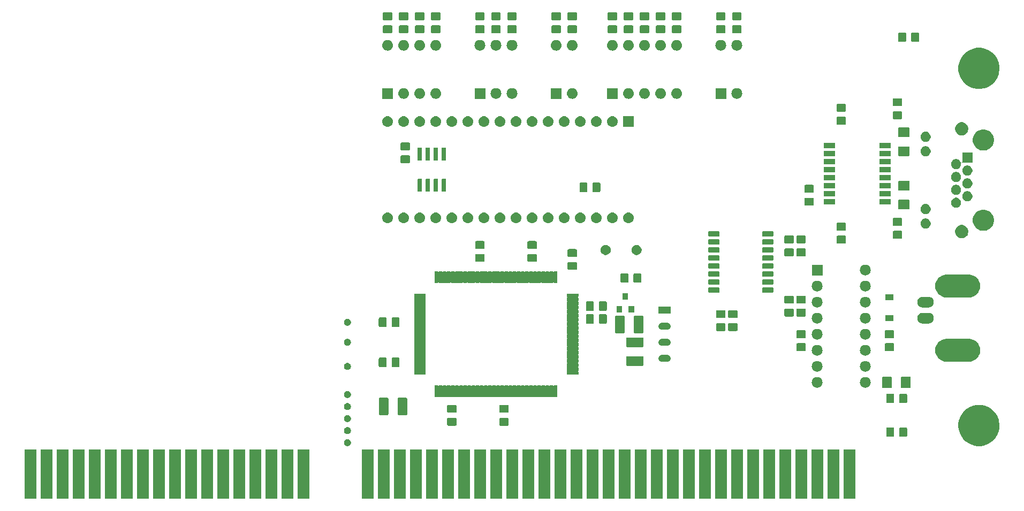
<source format=gbr>
G04 #@! TF.GenerationSoftware,KiCad,Pcbnew,(5.1.4)-1*
G04 #@! TF.CreationDate,2021-04-30T21:29:30+02:00*
G04 #@! TF.ProjectId,NE2000,4e453230-3030-42e6-9b69-6361645f7063,rev?*
G04 #@! TF.SameCoordinates,Original*
G04 #@! TF.FileFunction,Soldermask,Top*
G04 #@! TF.FilePolarity,Negative*
%FSLAX46Y46*%
G04 Gerber Fmt 4.6, Leading zero omitted, Abs format (unit mm)*
G04 Created by KiCad (PCBNEW (5.1.4)-1) date 2021-04-30 21:29:30*
%MOMM*%
%LPD*%
G04 APERTURE LIST*
%ADD10C,0.100000*%
G04 APERTURE END LIST*
D10*
G36*
X74661000Y-127601000D02*
G01*
X72779000Y-127601000D01*
X72779000Y-119879000D01*
X74661000Y-119879000D01*
X74661000Y-127601000D01*
X74661000Y-127601000D01*
G37*
G36*
X77201000Y-127601000D02*
G01*
X75319000Y-127601000D01*
X75319000Y-119879000D01*
X77201000Y-119879000D01*
X77201000Y-127601000D01*
X77201000Y-127601000D01*
G37*
G36*
X107681000Y-127601000D02*
G01*
X105799000Y-127601000D01*
X105799000Y-119879000D01*
X107681000Y-119879000D01*
X107681000Y-127601000D01*
X107681000Y-127601000D01*
G37*
G36*
X105141000Y-127601000D02*
G01*
X103259000Y-127601000D01*
X103259000Y-119879000D01*
X105141000Y-119879000D01*
X105141000Y-127601000D01*
X105141000Y-127601000D01*
G37*
G36*
X100061000Y-127601000D02*
G01*
X98179000Y-127601000D01*
X98179000Y-119879000D01*
X100061000Y-119879000D01*
X100061000Y-127601000D01*
X100061000Y-127601000D01*
G37*
G36*
X97521000Y-127601000D02*
G01*
X95639000Y-127601000D01*
X95639000Y-119879000D01*
X97521000Y-119879000D01*
X97521000Y-127601000D01*
X97521000Y-127601000D01*
G37*
G36*
X94981000Y-127601000D02*
G01*
X93099000Y-127601000D01*
X93099000Y-119879000D01*
X94981000Y-119879000D01*
X94981000Y-127601000D01*
X94981000Y-127601000D01*
G37*
G36*
X92441000Y-127601000D02*
G01*
X90559000Y-127601000D01*
X90559000Y-119879000D01*
X92441000Y-119879000D01*
X92441000Y-127601000D01*
X92441000Y-127601000D01*
G37*
G36*
X89901000Y-127601000D02*
G01*
X88019000Y-127601000D01*
X88019000Y-119879000D01*
X89901000Y-119879000D01*
X89901000Y-127601000D01*
X89901000Y-127601000D01*
G37*
G36*
X87361000Y-127601000D02*
G01*
X85479000Y-127601000D01*
X85479000Y-119879000D01*
X87361000Y-119879000D01*
X87361000Y-127601000D01*
X87361000Y-127601000D01*
G37*
G36*
X84821000Y-127601000D02*
G01*
X82939000Y-127601000D01*
X82939000Y-119879000D01*
X84821000Y-119879000D01*
X84821000Y-127601000D01*
X84821000Y-127601000D01*
G37*
G36*
X82281000Y-127601000D02*
G01*
X80399000Y-127601000D01*
X80399000Y-119879000D01*
X82281000Y-119879000D01*
X82281000Y-127601000D01*
X82281000Y-127601000D01*
G37*
G36*
X79741000Y-127601000D02*
G01*
X77859000Y-127601000D01*
X77859000Y-119879000D01*
X79741000Y-119879000D01*
X79741000Y-127601000D01*
X79741000Y-127601000D01*
G37*
G36*
X102601000Y-127601000D02*
G01*
X100719000Y-127601000D01*
X100719000Y-119879000D01*
X102601000Y-119879000D01*
X102601000Y-127601000D01*
X102601000Y-127601000D01*
G37*
G36*
X72121000Y-127601000D02*
G01*
X70239000Y-127601000D01*
X70239000Y-119879000D01*
X72121000Y-119879000D01*
X72121000Y-127601000D01*
X72121000Y-127601000D01*
G37*
G36*
X69581000Y-127601000D02*
G01*
X67699000Y-127601000D01*
X67699000Y-119879000D01*
X69581000Y-119879000D01*
X69581000Y-127601000D01*
X69581000Y-127601000D01*
G37*
G36*
X67041000Y-127601000D02*
G01*
X65159000Y-127601000D01*
X65159000Y-119879000D01*
X67041000Y-119879000D01*
X67041000Y-127601000D01*
X67041000Y-127601000D01*
G37*
G36*
X110221000Y-127601000D02*
G01*
X108339000Y-127601000D01*
X108339000Y-119879000D01*
X110221000Y-119879000D01*
X110221000Y-127601000D01*
X110221000Y-127601000D01*
G37*
G36*
X120381000Y-127601000D02*
G01*
X118499000Y-127601000D01*
X118499000Y-119879000D01*
X120381000Y-119879000D01*
X120381000Y-127601000D01*
X120381000Y-127601000D01*
G37*
G36*
X122921000Y-127601000D02*
G01*
X121039000Y-127601000D01*
X121039000Y-119879000D01*
X122921000Y-119879000D01*
X122921000Y-127601000D01*
X122921000Y-127601000D01*
G37*
G36*
X125461000Y-127601000D02*
G01*
X123579000Y-127601000D01*
X123579000Y-119879000D01*
X125461000Y-119879000D01*
X125461000Y-127601000D01*
X125461000Y-127601000D01*
G37*
G36*
X128001000Y-127601000D02*
G01*
X126119000Y-127601000D01*
X126119000Y-119879000D01*
X128001000Y-119879000D01*
X128001000Y-127601000D01*
X128001000Y-127601000D01*
G37*
G36*
X130541000Y-127601000D02*
G01*
X128659000Y-127601000D01*
X128659000Y-119879000D01*
X130541000Y-119879000D01*
X130541000Y-127601000D01*
X130541000Y-127601000D01*
G37*
G36*
X133081000Y-127601000D02*
G01*
X131199000Y-127601000D01*
X131199000Y-119879000D01*
X133081000Y-119879000D01*
X133081000Y-127601000D01*
X133081000Y-127601000D01*
G37*
G36*
X168641000Y-127601000D02*
G01*
X166759000Y-127601000D01*
X166759000Y-119879000D01*
X168641000Y-119879000D01*
X168641000Y-127601000D01*
X168641000Y-127601000D01*
G37*
G36*
X161021000Y-127601000D02*
G01*
X159139000Y-127601000D01*
X159139000Y-119879000D01*
X161021000Y-119879000D01*
X161021000Y-127601000D01*
X161021000Y-127601000D01*
G37*
G36*
X138161000Y-127601000D02*
G01*
X136279000Y-127601000D01*
X136279000Y-119879000D01*
X138161000Y-119879000D01*
X138161000Y-127601000D01*
X138161000Y-127601000D01*
G37*
G36*
X140701000Y-127601000D02*
G01*
X138819000Y-127601000D01*
X138819000Y-119879000D01*
X140701000Y-119879000D01*
X140701000Y-127601000D01*
X140701000Y-127601000D01*
G37*
G36*
X143241000Y-127601000D02*
G01*
X141359000Y-127601000D01*
X141359000Y-119879000D01*
X143241000Y-119879000D01*
X143241000Y-127601000D01*
X143241000Y-127601000D01*
G37*
G36*
X145781000Y-127601000D02*
G01*
X143899000Y-127601000D01*
X143899000Y-119879000D01*
X145781000Y-119879000D01*
X145781000Y-127601000D01*
X145781000Y-127601000D01*
G37*
G36*
X148321000Y-127601000D02*
G01*
X146439000Y-127601000D01*
X146439000Y-119879000D01*
X148321000Y-119879000D01*
X148321000Y-127601000D01*
X148321000Y-127601000D01*
G37*
G36*
X150861000Y-127601000D02*
G01*
X148979000Y-127601000D01*
X148979000Y-119879000D01*
X150861000Y-119879000D01*
X150861000Y-127601000D01*
X150861000Y-127601000D01*
G37*
G36*
X153401000Y-127601000D02*
G01*
X151519000Y-127601000D01*
X151519000Y-119879000D01*
X153401000Y-119879000D01*
X153401000Y-127601000D01*
X153401000Y-127601000D01*
G37*
G36*
X155941000Y-127601000D02*
G01*
X154059000Y-127601000D01*
X154059000Y-119879000D01*
X155941000Y-119879000D01*
X155941000Y-127601000D01*
X155941000Y-127601000D01*
G37*
G36*
X158481000Y-127601000D02*
G01*
X156599000Y-127601000D01*
X156599000Y-119879000D01*
X158481000Y-119879000D01*
X158481000Y-127601000D01*
X158481000Y-127601000D01*
G37*
G36*
X196581000Y-127601000D02*
G01*
X194699000Y-127601000D01*
X194699000Y-119879000D01*
X196581000Y-119879000D01*
X196581000Y-127601000D01*
X196581000Y-127601000D01*
G37*
G36*
X163561000Y-127601000D02*
G01*
X161679000Y-127601000D01*
X161679000Y-119879000D01*
X163561000Y-119879000D01*
X163561000Y-127601000D01*
X163561000Y-127601000D01*
G37*
G36*
X166101000Y-127601000D02*
G01*
X164219000Y-127601000D01*
X164219000Y-119879000D01*
X166101000Y-119879000D01*
X166101000Y-127601000D01*
X166101000Y-127601000D01*
G37*
G36*
X171181000Y-127601000D02*
G01*
X169299000Y-127601000D01*
X169299000Y-119879000D01*
X171181000Y-119879000D01*
X171181000Y-127601000D01*
X171181000Y-127601000D01*
G37*
G36*
X194041000Y-127601000D02*
G01*
X192159000Y-127601000D01*
X192159000Y-119879000D01*
X194041000Y-119879000D01*
X194041000Y-127601000D01*
X194041000Y-127601000D01*
G37*
G36*
X191501000Y-127601000D02*
G01*
X189619000Y-127601000D01*
X189619000Y-119879000D01*
X191501000Y-119879000D01*
X191501000Y-127601000D01*
X191501000Y-127601000D01*
G37*
G36*
X188961000Y-127601000D02*
G01*
X187079000Y-127601000D01*
X187079000Y-119879000D01*
X188961000Y-119879000D01*
X188961000Y-127601000D01*
X188961000Y-127601000D01*
G37*
G36*
X186421000Y-127601000D02*
G01*
X184539000Y-127601000D01*
X184539000Y-119879000D01*
X186421000Y-119879000D01*
X186421000Y-127601000D01*
X186421000Y-127601000D01*
G37*
G36*
X183881000Y-127601000D02*
G01*
X181999000Y-127601000D01*
X181999000Y-119879000D01*
X183881000Y-119879000D01*
X183881000Y-127601000D01*
X183881000Y-127601000D01*
G37*
G36*
X181341000Y-127601000D02*
G01*
X179459000Y-127601000D01*
X179459000Y-119879000D01*
X181341000Y-119879000D01*
X181341000Y-127601000D01*
X181341000Y-127601000D01*
G37*
G36*
X178801000Y-127601000D02*
G01*
X176919000Y-127601000D01*
X176919000Y-119879000D01*
X178801000Y-119879000D01*
X178801000Y-127601000D01*
X178801000Y-127601000D01*
G37*
G36*
X176261000Y-127601000D02*
G01*
X174379000Y-127601000D01*
X174379000Y-119879000D01*
X176261000Y-119879000D01*
X176261000Y-127601000D01*
X176261000Y-127601000D01*
G37*
G36*
X173721000Y-127601000D02*
G01*
X171839000Y-127601000D01*
X171839000Y-119879000D01*
X173721000Y-119879000D01*
X173721000Y-127601000D01*
X173721000Y-127601000D01*
G37*
G36*
X135621000Y-127601000D02*
G01*
X133739000Y-127601000D01*
X133739000Y-119879000D01*
X135621000Y-119879000D01*
X135621000Y-127601000D01*
X135621000Y-127601000D01*
G37*
G36*
X216501030Y-112821869D02*
G01*
X217039282Y-112928934D01*
X217630926Y-113174001D01*
X218031073Y-113441371D01*
X218163391Y-113529783D01*
X218616217Y-113982609D01*
X218643563Y-114023535D01*
X218971999Y-114515074D01*
X219217066Y-115106718D01*
X219268042Y-115362990D01*
X219342000Y-115734803D01*
X219342000Y-116375197D01*
X219301460Y-116579004D01*
X219217066Y-117003282D01*
X218971999Y-117594926D01*
X218724265Y-117965685D01*
X218616217Y-118127391D01*
X218163391Y-118580217D01*
X218153910Y-118586552D01*
X217630926Y-118935999D01*
X217039282Y-119181066D01*
X216776734Y-119233290D01*
X216411197Y-119306000D01*
X215770803Y-119306000D01*
X215405266Y-119233290D01*
X215142718Y-119181066D01*
X214551074Y-118935999D01*
X214028090Y-118586552D01*
X214018609Y-118580217D01*
X213565783Y-118127391D01*
X213457735Y-117965685D01*
X213210001Y-117594926D01*
X212964934Y-117003282D01*
X212880540Y-116579004D01*
X212840000Y-116375197D01*
X212840000Y-115734803D01*
X212913958Y-115362990D01*
X212964934Y-115106718D01*
X213210001Y-114515074D01*
X213538437Y-114023535D01*
X213565783Y-113982609D01*
X214018609Y-113529783D01*
X214150927Y-113441371D01*
X214551074Y-113174001D01*
X215142718Y-112928934D01*
X215680970Y-112821869D01*
X215770803Y-112804000D01*
X216411197Y-112804000D01*
X216501030Y-112821869D01*
X216501030Y-112821869D01*
G37*
G36*
X116365721Y-118215174D02*
G01*
X116465995Y-118256709D01*
X116465996Y-118256710D01*
X116556242Y-118317010D01*
X116632990Y-118393758D01*
X116632991Y-118393760D01*
X116693291Y-118484005D01*
X116734826Y-118584279D01*
X116756000Y-118690730D01*
X116756000Y-118799270D01*
X116734826Y-118905721D01*
X116693291Y-119005995D01*
X116693290Y-119005996D01*
X116632990Y-119096242D01*
X116556242Y-119172990D01*
X116544155Y-119181066D01*
X116465995Y-119233291D01*
X116365721Y-119274826D01*
X116259270Y-119296000D01*
X116150730Y-119296000D01*
X116044279Y-119274826D01*
X115944005Y-119233291D01*
X115865845Y-119181066D01*
X115853758Y-119172990D01*
X115777010Y-119096242D01*
X115716710Y-119005996D01*
X115716709Y-119005995D01*
X115675174Y-118905721D01*
X115654000Y-118799270D01*
X115654000Y-118690730D01*
X115675174Y-118584279D01*
X115716709Y-118484005D01*
X115777009Y-118393760D01*
X115777010Y-118393758D01*
X115853758Y-118317010D01*
X115944004Y-118256710D01*
X115944005Y-118256709D01*
X116044279Y-118215174D01*
X116150730Y-118194000D01*
X116259270Y-118194000D01*
X116365721Y-118215174D01*
X116365721Y-118215174D01*
G37*
G36*
X204570674Y-116347465D02*
G01*
X204608367Y-116358899D01*
X204643103Y-116377466D01*
X204673548Y-116402452D01*
X204698534Y-116432897D01*
X204717101Y-116467633D01*
X204728535Y-116505326D01*
X204733000Y-116550661D01*
X204733000Y-117637339D01*
X204728535Y-117682674D01*
X204717101Y-117720367D01*
X204698534Y-117755103D01*
X204673548Y-117785548D01*
X204643103Y-117810534D01*
X204608367Y-117829101D01*
X204570674Y-117840535D01*
X204525339Y-117845000D01*
X203688661Y-117845000D01*
X203643326Y-117840535D01*
X203605633Y-117829101D01*
X203570897Y-117810534D01*
X203540452Y-117785548D01*
X203515466Y-117755103D01*
X203496899Y-117720367D01*
X203485465Y-117682674D01*
X203481000Y-117637339D01*
X203481000Y-116550661D01*
X203485465Y-116505326D01*
X203496899Y-116467633D01*
X203515466Y-116432897D01*
X203540452Y-116402452D01*
X203570897Y-116377466D01*
X203605633Y-116358899D01*
X203643326Y-116347465D01*
X203688661Y-116343000D01*
X204525339Y-116343000D01*
X204570674Y-116347465D01*
X204570674Y-116347465D01*
G37*
G36*
X202520674Y-116347465D02*
G01*
X202558367Y-116358899D01*
X202593103Y-116377466D01*
X202623548Y-116402452D01*
X202648534Y-116432897D01*
X202667101Y-116467633D01*
X202678535Y-116505326D01*
X202683000Y-116550661D01*
X202683000Y-117637339D01*
X202678535Y-117682674D01*
X202667101Y-117720367D01*
X202648534Y-117755103D01*
X202623548Y-117785548D01*
X202593103Y-117810534D01*
X202558367Y-117829101D01*
X202520674Y-117840535D01*
X202475339Y-117845000D01*
X201638661Y-117845000D01*
X201593326Y-117840535D01*
X201555633Y-117829101D01*
X201520897Y-117810534D01*
X201490452Y-117785548D01*
X201465466Y-117755103D01*
X201446899Y-117720367D01*
X201435465Y-117682674D01*
X201431000Y-117637339D01*
X201431000Y-116550661D01*
X201435465Y-116505326D01*
X201446899Y-116467633D01*
X201465466Y-116432897D01*
X201490452Y-116402452D01*
X201520897Y-116377466D01*
X201555633Y-116358899D01*
X201593326Y-116347465D01*
X201638661Y-116343000D01*
X202475339Y-116343000D01*
X202520674Y-116347465D01*
X202520674Y-116347465D01*
G37*
G36*
X116365721Y-116310174D02*
G01*
X116465995Y-116351709D01*
X116501146Y-116375196D01*
X116556242Y-116412010D01*
X116632990Y-116488758D01*
X116647863Y-116511017D01*
X116693291Y-116579005D01*
X116734826Y-116679279D01*
X116756000Y-116785730D01*
X116756000Y-116894270D01*
X116734826Y-117000721D01*
X116693291Y-117100995D01*
X116693290Y-117100996D01*
X116632990Y-117191242D01*
X116556242Y-117267990D01*
X116510812Y-117298345D01*
X116465995Y-117328291D01*
X116365721Y-117369826D01*
X116259270Y-117391000D01*
X116150730Y-117391000D01*
X116044279Y-117369826D01*
X115944005Y-117328291D01*
X115899188Y-117298345D01*
X115853758Y-117267990D01*
X115777010Y-117191242D01*
X115716710Y-117100996D01*
X115716709Y-117100995D01*
X115675174Y-117000721D01*
X115654000Y-116894270D01*
X115654000Y-116785730D01*
X115675174Y-116679279D01*
X115716709Y-116579005D01*
X115762137Y-116511017D01*
X115777010Y-116488758D01*
X115853758Y-116412010D01*
X115908854Y-116375196D01*
X115944005Y-116351709D01*
X116044279Y-116310174D01*
X116150730Y-116289000D01*
X116259270Y-116289000D01*
X116365721Y-116310174D01*
X116365721Y-116310174D01*
G37*
G36*
X141558674Y-114839465D02*
G01*
X141596367Y-114850899D01*
X141631103Y-114869466D01*
X141661548Y-114894452D01*
X141686534Y-114924897D01*
X141705101Y-114959633D01*
X141716535Y-114997326D01*
X141721000Y-115042661D01*
X141721000Y-115879339D01*
X141716535Y-115924674D01*
X141705101Y-115962367D01*
X141686534Y-115997103D01*
X141661548Y-116027548D01*
X141631103Y-116052534D01*
X141596367Y-116071101D01*
X141558674Y-116082535D01*
X141513339Y-116087000D01*
X140426661Y-116087000D01*
X140381326Y-116082535D01*
X140343633Y-116071101D01*
X140308897Y-116052534D01*
X140278452Y-116027548D01*
X140253466Y-115997103D01*
X140234899Y-115962367D01*
X140223465Y-115924674D01*
X140219000Y-115879339D01*
X140219000Y-115042661D01*
X140223465Y-114997326D01*
X140234899Y-114959633D01*
X140253466Y-114924897D01*
X140278452Y-114894452D01*
X140308897Y-114869466D01*
X140343633Y-114850899D01*
X140381326Y-114839465D01*
X140426661Y-114835000D01*
X141513339Y-114835000D01*
X141558674Y-114839465D01*
X141558674Y-114839465D01*
G37*
G36*
X133303674Y-114830465D02*
G01*
X133341367Y-114841899D01*
X133376103Y-114860466D01*
X133406548Y-114885452D01*
X133431534Y-114915897D01*
X133450101Y-114950633D01*
X133461535Y-114988326D01*
X133466000Y-115033661D01*
X133466000Y-115870339D01*
X133461535Y-115915674D01*
X133450101Y-115953367D01*
X133431534Y-115988103D01*
X133406548Y-116018548D01*
X133376103Y-116043534D01*
X133341367Y-116062101D01*
X133303674Y-116073535D01*
X133258339Y-116078000D01*
X132171661Y-116078000D01*
X132126326Y-116073535D01*
X132088633Y-116062101D01*
X132053897Y-116043534D01*
X132023452Y-116018548D01*
X131998466Y-115988103D01*
X131979899Y-115953367D01*
X131968465Y-115915674D01*
X131964000Y-115870339D01*
X131964000Y-115033661D01*
X131968465Y-114988326D01*
X131979899Y-114950633D01*
X131998466Y-114915897D01*
X132023452Y-114885452D01*
X132053897Y-114860466D01*
X132088633Y-114841899D01*
X132126326Y-114830465D01*
X132171661Y-114826000D01*
X133258339Y-114826000D01*
X133303674Y-114830465D01*
X133303674Y-114830465D01*
G37*
G36*
X116365721Y-114405174D02*
G01*
X116465995Y-114446709D01*
X116465996Y-114446710D01*
X116556242Y-114507010D01*
X116632990Y-114583758D01*
X116632991Y-114583760D01*
X116693291Y-114674005D01*
X116734826Y-114774279D01*
X116756000Y-114880730D01*
X116756000Y-114989270D01*
X116734826Y-115095721D01*
X116693291Y-115195995D01*
X116693290Y-115195996D01*
X116632990Y-115286242D01*
X116556242Y-115362990D01*
X116510812Y-115393345D01*
X116465995Y-115423291D01*
X116365721Y-115464826D01*
X116259270Y-115486000D01*
X116150730Y-115486000D01*
X116044279Y-115464826D01*
X115944005Y-115423291D01*
X115899188Y-115393345D01*
X115853758Y-115362990D01*
X115777010Y-115286242D01*
X115716710Y-115195996D01*
X115716709Y-115195995D01*
X115675174Y-115095721D01*
X115654000Y-114989270D01*
X115654000Y-114880730D01*
X115675174Y-114774279D01*
X115716709Y-114674005D01*
X115777009Y-114583760D01*
X115777010Y-114583758D01*
X115853758Y-114507010D01*
X115944004Y-114446710D01*
X115944005Y-114446709D01*
X116044279Y-114405174D01*
X116150730Y-114384000D01*
X116259270Y-114384000D01*
X116365721Y-114405174D01*
X116365721Y-114405174D01*
G37*
G36*
X122533062Y-111658181D02*
G01*
X122567981Y-111668774D01*
X122600163Y-111685976D01*
X122628373Y-111709127D01*
X122651524Y-111737337D01*
X122668726Y-111769519D01*
X122679319Y-111804438D01*
X122683500Y-111846895D01*
X122683500Y-114213105D01*
X122679319Y-114255562D01*
X122668726Y-114290481D01*
X122651524Y-114322663D01*
X122628373Y-114350873D01*
X122600163Y-114374024D01*
X122567981Y-114391226D01*
X122533062Y-114401819D01*
X122490605Y-114406000D01*
X121349395Y-114406000D01*
X121306938Y-114401819D01*
X121272019Y-114391226D01*
X121239837Y-114374024D01*
X121211627Y-114350873D01*
X121188476Y-114322663D01*
X121171274Y-114290481D01*
X121160681Y-114255562D01*
X121156500Y-114213105D01*
X121156500Y-111846895D01*
X121160681Y-111804438D01*
X121171274Y-111769519D01*
X121188476Y-111737337D01*
X121211627Y-111709127D01*
X121239837Y-111685976D01*
X121272019Y-111668774D01*
X121306938Y-111658181D01*
X121349395Y-111654000D01*
X122490605Y-111654000D01*
X122533062Y-111658181D01*
X122533062Y-111658181D01*
G37*
G36*
X125508062Y-111658181D02*
G01*
X125542981Y-111668774D01*
X125575163Y-111685976D01*
X125603373Y-111709127D01*
X125626524Y-111737337D01*
X125643726Y-111769519D01*
X125654319Y-111804438D01*
X125658500Y-111846895D01*
X125658500Y-114213105D01*
X125654319Y-114255562D01*
X125643726Y-114290481D01*
X125626524Y-114322663D01*
X125603373Y-114350873D01*
X125575163Y-114374024D01*
X125542981Y-114391226D01*
X125508062Y-114401819D01*
X125465605Y-114406000D01*
X124324395Y-114406000D01*
X124281938Y-114401819D01*
X124247019Y-114391226D01*
X124214837Y-114374024D01*
X124186627Y-114350873D01*
X124163476Y-114322663D01*
X124146274Y-114290481D01*
X124135681Y-114255562D01*
X124131500Y-114213105D01*
X124131500Y-111846895D01*
X124135681Y-111804438D01*
X124146274Y-111769519D01*
X124163476Y-111737337D01*
X124186627Y-111709127D01*
X124214837Y-111685976D01*
X124247019Y-111668774D01*
X124281938Y-111658181D01*
X124324395Y-111654000D01*
X125465605Y-111654000D01*
X125508062Y-111658181D01*
X125508062Y-111658181D01*
G37*
G36*
X141558674Y-112789465D02*
G01*
X141596367Y-112800899D01*
X141631103Y-112819466D01*
X141661548Y-112844452D01*
X141686534Y-112874897D01*
X141705101Y-112909633D01*
X141716535Y-112947326D01*
X141721000Y-112992661D01*
X141721000Y-113829339D01*
X141716535Y-113874674D01*
X141705101Y-113912367D01*
X141686534Y-113947103D01*
X141661548Y-113977548D01*
X141631103Y-114002534D01*
X141596367Y-114021101D01*
X141558674Y-114032535D01*
X141513339Y-114037000D01*
X140426661Y-114037000D01*
X140381326Y-114032535D01*
X140343633Y-114021101D01*
X140308897Y-114002534D01*
X140278452Y-113977548D01*
X140253466Y-113947103D01*
X140234899Y-113912367D01*
X140223465Y-113874674D01*
X140219000Y-113829339D01*
X140219000Y-112992661D01*
X140223465Y-112947326D01*
X140234899Y-112909633D01*
X140253466Y-112874897D01*
X140278452Y-112844452D01*
X140308897Y-112819466D01*
X140343633Y-112800899D01*
X140381326Y-112789465D01*
X140426661Y-112785000D01*
X141513339Y-112785000D01*
X141558674Y-112789465D01*
X141558674Y-112789465D01*
G37*
G36*
X133303674Y-112780465D02*
G01*
X133341367Y-112791899D01*
X133376103Y-112810466D01*
X133406548Y-112835452D01*
X133431534Y-112865897D01*
X133450101Y-112900633D01*
X133461535Y-112938326D01*
X133466000Y-112983661D01*
X133466000Y-113820339D01*
X133461535Y-113865674D01*
X133450101Y-113903367D01*
X133431534Y-113938103D01*
X133406548Y-113968548D01*
X133376103Y-113993534D01*
X133341367Y-114012101D01*
X133303674Y-114023535D01*
X133258339Y-114028000D01*
X132171661Y-114028000D01*
X132126326Y-114023535D01*
X132088633Y-114012101D01*
X132053897Y-113993534D01*
X132023452Y-113968548D01*
X131998466Y-113938103D01*
X131979899Y-113903367D01*
X131968465Y-113865674D01*
X131964000Y-113820339D01*
X131964000Y-112983661D01*
X131968465Y-112938326D01*
X131979899Y-112900633D01*
X131998466Y-112865897D01*
X132023452Y-112835452D01*
X132053897Y-112810466D01*
X132088633Y-112791899D01*
X132126326Y-112780465D01*
X132171661Y-112776000D01*
X133258339Y-112776000D01*
X133303674Y-112780465D01*
X133303674Y-112780465D01*
G37*
G36*
X116365721Y-112500174D02*
G01*
X116465995Y-112541709D01*
X116465996Y-112541710D01*
X116556242Y-112602010D01*
X116632990Y-112678758D01*
X116632991Y-112678760D01*
X116693291Y-112769005D01*
X116734826Y-112869279D01*
X116756000Y-112975730D01*
X116756000Y-113084270D01*
X116734826Y-113190721D01*
X116693291Y-113290995D01*
X116693290Y-113290996D01*
X116632990Y-113381242D01*
X116556242Y-113457990D01*
X116510812Y-113488345D01*
X116465995Y-113518291D01*
X116365721Y-113559826D01*
X116259270Y-113581000D01*
X116150730Y-113581000D01*
X116044279Y-113559826D01*
X115944005Y-113518291D01*
X115899188Y-113488345D01*
X115853758Y-113457990D01*
X115777010Y-113381242D01*
X115716710Y-113290996D01*
X115716709Y-113290995D01*
X115675174Y-113190721D01*
X115654000Y-113084270D01*
X115654000Y-112975730D01*
X115675174Y-112869279D01*
X115716709Y-112769005D01*
X115777009Y-112678760D01*
X115777010Y-112678758D01*
X115853758Y-112602010D01*
X115944004Y-112541710D01*
X115944005Y-112541709D01*
X116044279Y-112500174D01*
X116150730Y-112479000D01*
X116259270Y-112479000D01*
X116365721Y-112500174D01*
X116365721Y-112500174D01*
G37*
G36*
X202520674Y-111013465D02*
G01*
X202558367Y-111024899D01*
X202593103Y-111043466D01*
X202623548Y-111068452D01*
X202648534Y-111098897D01*
X202667101Y-111133633D01*
X202678535Y-111171326D01*
X202683000Y-111216661D01*
X202683000Y-112303339D01*
X202678535Y-112348674D01*
X202667101Y-112386367D01*
X202648534Y-112421103D01*
X202623548Y-112451548D01*
X202593103Y-112476534D01*
X202558367Y-112495101D01*
X202520674Y-112506535D01*
X202475339Y-112511000D01*
X201638661Y-112511000D01*
X201593326Y-112506535D01*
X201555633Y-112495101D01*
X201520897Y-112476534D01*
X201490452Y-112451548D01*
X201465466Y-112421103D01*
X201446899Y-112386367D01*
X201435465Y-112348674D01*
X201431000Y-112303339D01*
X201431000Y-111216661D01*
X201435465Y-111171326D01*
X201446899Y-111133633D01*
X201465466Y-111098897D01*
X201490452Y-111068452D01*
X201520897Y-111043466D01*
X201555633Y-111024899D01*
X201593326Y-111013465D01*
X201638661Y-111009000D01*
X202475339Y-111009000D01*
X202520674Y-111013465D01*
X202520674Y-111013465D01*
G37*
G36*
X204570674Y-111013465D02*
G01*
X204608367Y-111024899D01*
X204643103Y-111043466D01*
X204673548Y-111068452D01*
X204698534Y-111098897D01*
X204717101Y-111133633D01*
X204728535Y-111171326D01*
X204733000Y-111216661D01*
X204733000Y-112303339D01*
X204728535Y-112348674D01*
X204717101Y-112386367D01*
X204698534Y-112421103D01*
X204673548Y-112451548D01*
X204643103Y-112476534D01*
X204608367Y-112495101D01*
X204570674Y-112506535D01*
X204525339Y-112511000D01*
X203688661Y-112511000D01*
X203643326Y-112506535D01*
X203605633Y-112495101D01*
X203570897Y-112476534D01*
X203540452Y-112451548D01*
X203515466Y-112421103D01*
X203496899Y-112386367D01*
X203485465Y-112348674D01*
X203481000Y-112303339D01*
X203481000Y-111216661D01*
X203485465Y-111171326D01*
X203496899Y-111133633D01*
X203515466Y-111098897D01*
X203540452Y-111068452D01*
X203570897Y-111043466D01*
X203605633Y-111024899D01*
X203643326Y-111013465D01*
X203688661Y-111009000D01*
X204525339Y-111009000D01*
X204570674Y-111013465D01*
X204570674Y-111013465D01*
G37*
G36*
X116365721Y-110595174D02*
G01*
X116465995Y-110636709D01*
X116465996Y-110636710D01*
X116556242Y-110697010D01*
X116632990Y-110773758D01*
X116632991Y-110773760D01*
X116693291Y-110864005D01*
X116734826Y-110964279D01*
X116756000Y-111070730D01*
X116756000Y-111179270D01*
X116734826Y-111285721D01*
X116693291Y-111385995D01*
X116663345Y-111430812D01*
X116632990Y-111476242D01*
X116556242Y-111552990D01*
X116510812Y-111583345D01*
X116465995Y-111613291D01*
X116365721Y-111654826D01*
X116259270Y-111676000D01*
X116150730Y-111676000D01*
X116044279Y-111654826D01*
X115944005Y-111613291D01*
X115899188Y-111583345D01*
X115853758Y-111552990D01*
X115777010Y-111476242D01*
X115746655Y-111430812D01*
X115716709Y-111385995D01*
X115675174Y-111285721D01*
X115654000Y-111179270D01*
X115654000Y-111070730D01*
X115675174Y-110964279D01*
X115716709Y-110864005D01*
X115777009Y-110773760D01*
X115777010Y-110773758D01*
X115853758Y-110697010D01*
X115944004Y-110636710D01*
X115944005Y-110636709D01*
X116044279Y-110595174D01*
X116150730Y-110574000D01*
X116259270Y-110574000D01*
X116365721Y-110595174D01*
X116365721Y-110595174D01*
G37*
G36*
X130475170Y-109700803D02*
G01*
X130486875Y-109704354D01*
X130497665Y-109710121D01*
X130511688Y-109721630D01*
X130520704Y-109730645D01*
X130541078Y-109744259D01*
X130563717Y-109753635D01*
X130587751Y-109758415D01*
X130612255Y-109758415D01*
X130636288Y-109753634D01*
X130658926Y-109744256D01*
X130679301Y-109730642D01*
X130688317Y-109721626D01*
X130702335Y-109710121D01*
X130713125Y-109704354D01*
X130724830Y-109700803D01*
X130743138Y-109699000D01*
X131106862Y-109699000D01*
X131125170Y-109700803D01*
X131136875Y-109704354D01*
X131147665Y-109710121D01*
X131161688Y-109721630D01*
X131170704Y-109730645D01*
X131191078Y-109744259D01*
X131213717Y-109753635D01*
X131237751Y-109758415D01*
X131262255Y-109758415D01*
X131286288Y-109753634D01*
X131308926Y-109744256D01*
X131329301Y-109730642D01*
X131338317Y-109721626D01*
X131352335Y-109710121D01*
X131363125Y-109704354D01*
X131374830Y-109700803D01*
X131393138Y-109699000D01*
X131756862Y-109699000D01*
X131775170Y-109700803D01*
X131786875Y-109704354D01*
X131797665Y-109710121D01*
X131811688Y-109721630D01*
X131820704Y-109730645D01*
X131841078Y-109744259D01*
X131863717Y-109753635D01*
X131887751Y-109758415D01*
X131912255Y-109758415D01*
X131936288Y-109753634D01*
X131958926Y-109744256D01*
X131979301Y-109730642D01*
X131988317Y-109721626D01*
X132002335Y-109710121D01*
X132013125Y-109704354D01*
X132024830Y-109700803D01*
X132043138Y-109699000D01*
X132406862Y-109699000D01*
X132425170Y-109700803D01*
X132436875Y-109704354D01*
X132447665Y-109710121D01*
X132461688Y-109721630D01*
X132470704Y-109730645D01*
X132491078Y-109744259D01*
X132513717Y-109753635D01*
X132537751Y-109758415D01*
X132562255Y-109758415D01*
X132586288Y-109753634D01*
X132608926Y-109744256D01*
X132629301Y-109730642D01*
X132638317Y-109721626D01*
X132652335Y-109710121D01*
X132663125Y-109704354D01*
X132674830Y-109700803D01*
X132693138Y-109699000D01*
X133056862Y-109699000D01*
X133075170Y-109700803D01*
X133086875Y-109704354D01*
X133097665Y-109710121D01*
X133111688Y-109721630D01*
X133120704Y-109730645D01*
X133141078Y-109744259D01*
X133163717Y-109753635D01*
X133187751Y-109758415D01*
X133212255Y-109758415D01*
X133236288Y-109753634D01*
X133258926Y-109744256D01*
X133279301Y-109730642D01*
X133288317Y-109721626D01*
X133302335Y-109710121D01*
X133313125Y-109704354D01*
X133324830Y-109700803D01*
X133343138Y-109699000D01*
X133706862Y-109699000D01*
X133725170Y-109700803D01*
X133736875Y-109704354D01*
X133747665Y-109710121D01*
X133761688Y-109721630D01*
X133770704Y-109730645D01*
X133791078Y-109744259D01*
X133813717Y-109753635D01*
X133837751Y-109758415D01*
X133862255Y-109758415D01*
X133886288Y-109753634D01*
X133908926Y-109744256D01*
X133929301Y-109730642D01*
X133938317Y-109721626D01*
X133952335Y-109710121D01*
X133963125Y-109704354D01*
X133974830Y-109700803D01*
X133993138Y-109699000D01*
X134356862Y-109699000D01*
X134375170Y-109700803D01*
X134386875Y-109704354D01*
X134397665Y-109710121D01*
X134411688Y-109721630D01*
X134420704Y-109730645D01*
X134441078Y-109744259D01*
X134463717Y-109753635D01*
X134487751Y-109758415D01*
X134512255Y-109758415D01*
X134536288Y-109753634D01*
X134558926Y-109744256D01*
X134579301Y-109730642D01*
X134588317Y-109721626D01*
X134602335Y-109710121D01*
X134613125Y-109704354D01*
X134624830Y-109700803D01*
X134643138Y-109699000D01*
X135006862Y-109699000D01*
X135025170Y-109700803D01*
X135036875Y-109704354D01*
X135047665Y-109710121D01*
X135061688Y-109721630D01*
X135070704Y-109730645D01*
X135091078Y-109744259D01*
X135113717Y-109753635D01*
X135137751Y-109758415D01*
X135162255Y-109758415D01*
X135186288Y-109753634D01*
X135208926Y-109744256D01*
X135229301Y-109730642D01*
X135238317Y-109721626D01*
X135252335Y-109710121D01*
X135263125Y-109704354D01*
X135274830Y-109700803D01*
X135293138Y-109699000D01*
X135656862Y-109699000D01*
X135675170Y-109700803D01*
X135686875Y-109704354D01*
X135697665Y-109710121D01*
X135711688Y-109721630D01*
X135720704Y-109730645D01*
X135741078Y-109744259D01*
X135763717Y-109753635D01*
X135787751Y-109758415D01*
X135812255Y-109758415D01*
X135836288Y-109753634D01*
X135858926Y-109744256D01*
X135879301Y-109730642D01*
X135888317Y-109721626D01*
X135902335Y-109710121D01*
X135913125Y-109704354D01*
X135924830Y-109700803D01*
X135943138Y-109699000D01*
X136306862Y-109699000D01*
X136325170Y-109700803D01*
X136336875Y-109704354D01*
X136347665Y-109710121D01*
X136361688Y-109721630D01*
X136370704Y-109730645D01*
X136391078Y-109744259D01*
X136413717Y-109753635D01*
X136437751Y-109758415D01*
X136462255Y-109758415D01*
X136486288Y-109753634D01*
X136508926Y-109744256D01*
X136529301Y-109730642D01*
X136538317Y-109721626D01*
X136552335Y-109710121D01*
X136563125Y-109704354D01*
X136574830Y-109700803D01*
X136593138Y-109699000D01*
X136956862Y-109699000D01*
X136975170Y-109700803D01*
X136986875Y-109704354D01*
X136997665Y-109710121D01*
X137011688Y-109721630D01*
X137020704Y-109730645D01*
X137041078Y-109744259D01*
X137063717Y-109753635D01*
X137087751Y-109758415D01*
X137112255Y-109758415D01*
X137136288Y-109753634D01*
X137158926Y-109744256D01*
X137179301Y-109730642D01*
X137188317Y-109721626D01*
X137202335Y-109710121D01*
X137213125Y-109704354D01*
X137224830Y-109700803D01*
X137243138Y-109699000D01*
X137606862Y-109699000D01*
X137625170Y-109700803D01*
X137636875Y-109704354D01*
X137647665Y-109710121D01*
X137661688Y-109721630D01*
X137670704Y-109730645D01*
X137691078Y-109744259D01*
X137713717Y-109753635D01*
X137737751Y-109758415D01*
X137762255Y-109758415D01*
X137786288Y-109753634D01*
X137808926Y-109744256D01*
X137829301Y-109730642D01*
X137838317Y-109721626D01*
X137852335Y-109710121D01*
X137863125Y-109704354D01*
X137874830Y-109700803D01*
X137893138Y-109699000D01*
X138256862Y-109699000D01*
X138275170Y-109700803D01*
X138286875Y-109704354D01*
X138297665Y-109710121D01*
X138311688Y-109721630D01*
X138320704Y-109730645D01*
X138341078Y-109744259D01*
X138363717Y-109753635D01*
X138387751Y-109758415D01*
X138412255Y-109758415D01*
X138436288Y-109753634D01*
X138458926Y-109744256D01*
X138479301Y-109730642D01*
X138488317Y-109721626D01*
X138502335Y-109710121D01*
X138513125Y-109704354D01*
X138524830Y-109700803D01*
X138543138Y-109699000D01*
X138906862Y-109699000D01*
X138925170Y-109700803D01*
X138936875Y-109704354D01*
X138947665Y-109710121D01*
X138961688Y-109721630D01*
X138970704Y-109730645D01*
X138991078Y-109744259D01*
X139013717Y-109753635D01*
X139037751Y-109758415D01*
X139062255Y-109758415D01*
X139086288Y-109753634D01*
X139108926Y-109744256D01*
X139129301Y-109730642D01*
X139138317Y-109721626D01*
X139152335Y-109710121D01*
X139163125Y-109704354D01*
X139174830Y-109700803D01*
X139193138Y-109699000D01*
X139556862Y-109699000D01*
X139575170Y-109700803D01*
X139586875Y-109704354D01*
X139597665Y-109710121D01*
X139611688Y-109721630D01*
X139620704Y-109730645D01*
X139641078Y-109744259D01*
X139663717Y-109753635D01*
X139687751Y-109758415D01*
X139712255Y-109758415D01*
X139736288Y-109753634D01*
X139758926Y-109744256D01*
X139779301Y-109730642D01*
X139788317Y-109721626D01*
X139802335Y-109710121D01*
X139813125Y-109704354D01*
X139824830Y-109700803D01*
X139843138Y-109699000D01*
X140206862Y-109699000D01*
X140225170Y-109700803D01*
X140236875Y-109704354D01*
X140247665Y-109710121D01*
X140261688Y-109721630D01*
X140270704Y-109730645D01*
X140291078Y-109744259D01*
X140313717Y-109753635D01*
X140337751Y-109758415D01*
X140362255Y-109758415D01*
X140386288Y-109753634D01*
X140408926Y-109744256D01*
X140429301Y-109730642D01*
X140438317Y-109721626D01*
X140452335Y-109710121D01*
X140463125Y-109704354D01*
X140474830Y-109700803D01*
X140493138Y-109699000D01*
X140856862Y-109699000D01*
X140875170Y-109700803D01*
X140886875Y-109704354D01*
X140897665Y-109710121D01*
X140911688Y-109721630D01*
X140920704Y-109730645D01*
X140941078Y-109744259D01*
X140963717Y-109753635D01*
X140987751Y-109758415D01*
X141012255Y-109758415D01*
X141036288Y-109753634D01*
X141058926Y-109744256D01*
X141079301Y-109730642D01*
X141088317Y-109721626D01*
X141102335Y-109710121D01*
X141113125Y-109704354D01*
X141124830Y-109700803D01*
X141143138Y-109699000D01*
X141506862Y-109699000D01*
X141525170Y-109700803D01*
X141536875Y-109704354D01*
X141547665Y-109710121D01*
X141561688Y-109721630D01*
X141570704Y-109730645D01*
X141591078Y-109744259D01*
X141613717Y-109753635D01*
X141637751Y-109758415D01*
X141662255Y-109758415D01*
X141686288Y-109753634D01*
X141708926Y-109744256D01*
X141729301Y-109730642D01*
X141738317Y-109721626D01*
X141752335Y-109710121D01*
X141763125Y-109704354D01*
X141774830Y-109700803D01*
X141793138Y-109699000D01*
X142156862Y-109699000D01*
X142175170Y-109700803D01*
X142186875Y-109704354D01*
X142197665Y-109710121D01*
X142211688Y-109721630D01*
X142220704Y-109730645D01*
X142241078Y-109744259D01*
X142263717Y-109753635D01*
X142287751Y-109758415D01*
X142312255Y-109758415D01*
X142336288Y-109753634D01*
X142358926Y-109744256D01*
X142379301Y-109730642D01*
X142388317Y-109721626D01*
X142402335Y-109710121D01*
X142413125Y-109704354D01*
X142424830Y-109700803D01*
X142443138Y-109699000D01*
X142806862Y-109699000D01*
X142825170Y-109700803D01*
X142836875Y-109704354D01*
X142847665Y-109710121D01*
X142861688Y-109721630D01*
X142870704Y-109730645D01*
X142891078Y-109744259D01*
X142913717Y-109753635D01*
X142937751Y-109758415D01*
X142962255Y-109758415D01*
X142986288Y-109753634D01*
X143008926Y-109744256D01*
X143029301Y-109730642D01*
X143038317Y-109721626D01*
X143052335Y-109710121D01*
X143063125Y-109704354D01*
X143074830Y-109700803D01*
X143093138Y-109699000D01*
X143456862Y-109699000D01*
X143475170Y-109700803D01*
X143486875Y-109704354D01*
X143497665Y-109710121D01*
X143511688Y-109721630D01*
X143520704Y-109730645D01*
X143541078Y-109744259D01*
X143563717Y-109753635D01*
X143587751Y-109758415D01*
X143612255Y-109758415D01*
X143636288Y-109753634D01*
X143658926Y-109744256D01*
X143679301Y-109730642D01*
X143688317Y-109721626D01*
X143702335Y-109710121D01*
X143713125Y-109704354D01*
X143724830Y-109700803D01*
X143743138Y-109699000D01*
X144106862Y-109699000D01*
X144125170Y-109700803D01*
X144136875Y-109704354D01*
X144147665Y-109710121D01*
X144161688Y-109721630D01*
X144170704Y-109730645D01*
X144191078Y-109744259D01*
X144213717Y-109753635D01*
X144237751Y-109758415D01*
X144262255Y-109758415D01*
X144286288Y-109753634D01*
X144308926Y-109744256D01*
X144329301Y-109730642D01*
X144338317Y-109721626D01*
X144352335Y-109710121D01*
X144363125Y-109704354D01*
X144374830Y-109700803D01*
X144393138Y-109699000D01*
X144756862Y-109699000D01*
X144775170Y-109700803D01*
X144786875Y-109704354D01*
X144797665Y-109710121D01*
X144811688Y-109721630D01*
X144820704Y-109730645D01*
X144841078Y-109744259D01*
X144863717Y-109753635D01*
X144887751Y-109758415D01*
X144912255Y-109758415D01*
X144936288Y-109753634D01*
X144958926Y-109744256D01*
X144979301Y-109730642D01*
X144988317Y-109721626D01*
X145002335Y-109710121D01*
X145013125Y-109704354D01*
X145024830Y-109700803D01*
X145043138Y-109699000D01*
X145406862Y-109699000D01*
X145425170Y-109700803D01*
X145436875Y-109704354D01*
X145447665Y-109710121D01*
X145461688Y-109721630D01*
X145470704Y-109730645D01*
X145491078Y-109744259D01*
X145513717Y-109753635D01*
X145537751Y-109758415D01*
X145562255Y-109758415D01*
X145586288Y-109753634D01*
X145608926Y-109744256D01*
X145629301Y-109730642D01*
X145638317Y-109721626D01*
X145652335Y-109710121D01*
X145663125Y-109704354D01*
X145674830Y-109700803D01*
X145693138Y-109699000D01*
X146056862Y-109699000D01*
X146075170Y-109700803D01*
X146086875Y-109704354D01*
X146097665Y-109710121D01*
X146111688Y-109721630D01*
X146120704Y-109730645D01*
X146141078Y-109744259D01*
X146163717Y-109753635D01*
X146187751Y-109758415D01*
X146212255Y-109758415D01*
X146236288Y-109753634D01*
X146258926Y-109744256D01*
X146279301Y-109730642D01*
X146288317Y-109721626D01*
X146302335Y-109710121D01*
X146313125Y-109704354D01*
X146324830Y-109700803D01*
X146343138Y-109699000D01*
X146706862Y-109699000D01*
X146725170Y-109700803D01*
X146736875Y-109704354D01*
X146747665Y-109710121D01*
X146761688Y-109721630D01*
X146770704Y-109730645D01*
X146791078Y-109744259D01*
X146813717Y-109753635D01*
X146837751Y-109758415D01*
X146862255Y-109758415D01*
X146886288Y-109753634D01*
X146908926Y-109744256D01*
X146929301Y-109730642D01*
X146938317Y-109721626D01*
X146952335Y-109710121D01*
X146963125Y-109704354D01*
X146974830Y-109700803D01*
X146993138Y-109699000D01*
X147356862Y-109699000D01*
X147375170Y-109700803D01*
X147386875Y-109704354D01*
X147397665Y-109710121D01*
X147411688Y-109721630D01*
X147420704Y-109730645D01*
X147441078Y-109744259D01*
X147463717Y-109753635D01*
X147487751Y-109758415D01*
X147512255Y-109758415D01*
X147536288Y-109753634D01*
X147558926Y-109744256D01*
X147579301Y-109730642D01*
X147588317Y-109721626D01*
X147602335Y-109710121D01*
X147613125Y-109704354D01*
X147624830Y-109700803D01*
X147643138Y-109699000D01*
X148006862Y-109699000D01*
X148025170Y-109700803D01*
X148036875Y-109704354D01*
X148047665Y-109710121D01*
X148061688Y-109721630D01*
X148070704Y-109730645D01*
X148091078Y-109744259D01*
X148113717Y-109753635D01*
X148137751Y-109758415D01*
X148162255Y-109758415D01*
X148186288Y-109753634D01*
X148208926Y-109744256D01*
X148229301Y-109730642D01*
X148238317Y-109721626D01*
X148252335Y-109710121D01*
X148263125Y-109704354D01*
X148274830Y-109700803D01*
X148293138Y-109699000D01*
X148656862Y-109699000D01*
X148675170Y-109700803D01*
X148686875Y-109704354D01*
X148697665Y-109710121D01*
X148711688Y-109721630D01*
X148720704Y-109730645D01*
X148741078Y-109744259D01*
X148763717Y-109753635D01*
X148787751Y-109758415D01*
X148812255Y-109758415D01*
X148836288Y-109753634D01*
X148858926Y-109744256D01*
X148879301Y-109730642D01*
X148888317Y-109721626D01*
X148902335Y-109710121D01*
X148913125Y-109704354D01*
X148924830Y-109700803D01*
X148943138Y-109699000D01*
X149306862Y-109699000D01*
X149325170Y-109700803D01*
X149336875Y-109704354D01*
X149347665Y-109710121D01*
X149357119Y-109717881D01*
X149364879Y-109727335D01*
X149370646Y-109738125D01*
X149374197Y-109749830D01*
X149376000Y-109768138D01*
X149376000Y-111481862D01*
X149374197Y-111500170D01*
X149370646Y-111511875D01*
X149364879Y-111522665D01*
X149357119Y-111532119D01*
X149347665Y-111539879D01*
X149336875Y-111545646D01*
X149325170Y-111549197D01*
X149306862Y-111551000D01*
X148943138Y-111551000D01*
X148924830Y-111549197D01*
X148913125Y-111545646D01*
X148902335Y-111539879D01*
X148888312Y-111528370D01*
X148879296Y-111519355D01*
X148858922Y-111505741D01*
X148836283Y-111496365D01*
X148812249Y-111491585D01*
X148787745Y-111491585D01*
X148763712Y-111496366D01*
X148741074Y-111505744D01*
X148720699Y-111519358D01*
X148711683Y-111528374D01*
X148697665Y-111539879D01*
X148686875Y-111545646D01*
X148675170Y-111549197D01*
X148656862Y-111551000D01*
X148293138Y-111551000D01*
X148274830Y-111549197D01*
X148263125Y-111545646D01*
X148252335Y-111539879D01*
X148238312Y-111528370D01*
X148229296Y-111519355D01*
X148208922Y-111505741D01*
X148186283Y-111496365D01*
X148162249Y-111491585D01*
X148137745Y-111491585D01*
X148113712Y-111496366D01*
X148091074Y-111505744D01*
X148070699Y-111519358D01*
X148061683Y-111528374D01*
X148047665Y-111539879D01*
X148036875Y-111545646D01*
X148025170Y-111549197D01*
X148006862Y-111551000D01*
X147643138Y-111551000D01*
X147624830Y-111549197D01*
X147613125Y-111545646D01*
X147602335Y-111539879D01*
X147588312Y-111528370D01*
X147579296Y-111519355D01*
X147558922Y-111505741D01*
X147536283Y-111496365D01*
X147512249Y-111491585D01*
X147487745Y-111491585D01*
X147463712Y-111496366D01*
X147441074Y-111505744D01*
X147420699Y-111519358D01*
X147411683Y-111528374D01*
X147397665Y-111539879D01*
X147386875Y-111545646D01*
X147375170Y-111549197D01*
X147356862Y-111551000D01*
X146993138Y-111551000D01*
X146974830Y-111549197D01*
X146963125Y-111545646D01*
X146952335Y-111539879D01*
X146938312Y-111528370D01*
X146929296Y-111519355D01*
X146908922Y-111505741D01*
X146886283Y-111496365D01*
X146862249Y-111491585D01*
X146837745Y-111491585D01*
X146813712Y-111496366D01*
X146791074Y-111505744D01*
X146770699Y-111519358D01*
X146761683Y-111528374D01*
X146747665Y-111539879D01*
X146736875Y-111545646D01*
X146725170Y-111549197D01*
X146706862Y-111551000D01*
X146343138Y-111551000D01*
X146324830Y-111549197D01*
X146313125Y-111545646D01*
X146302335Y-111539879D01*
X146288312Y-111528370D01*
X146279296Y-111519355D01*
X146258922Y-111505741D01*
X146236283Y-111496365D01*
X146212249Y-111491585D01*
X146187745Y-111491585D01*
X146163712Y-111496366D01*
X146141074Y-111505744D01*
X146120699Y-111519358D01*
X146111683Y-111528374D01*
X146097665Y-111539879D01*
X146086875Y-111545646D01*
X146075170Y-111549197D01*
X146056862Y-111551000D01*
X145693138Y-111551000D01*
X145674830Y-111549197D01*
X145663125Y-111545646D01*
X145652335Y-111539879D01*
X145638312Y-111528370D01*
X145629296Y-111519355D01*
X145608922Y-111505741D01*
X145586283Y-111496365D01*
X145562249Y-111491585D01*
X145537745Y-111491585D01*
X145513712Y-111496366D01*
X145491074Y-111505744D01*
X145470699Y-111519358D01*
X145461683Y-111528374D01*
X145447665Y-111539879D01*
X145436875Y-111545646D01*
X145425170Y-111549197D01*
X145406862Y-111551000D01*
X145043138Y-111551000D01*
X145024830Y-111549197D01*
X145013125Y-111545646D01*
X145002335Y-111539879D01*
X144988312Y-111528370D01*
X144979296Y-111519355D01*
X144958922Y-111505741D01*
X144936283Y-111496365D01*
X144912249Y-111491585D01*
X144887745Y-111491585D01*
X144863712Y-111496366D01*
X144841074Y-111505744D01*
X144820699Y-111519358D01*
X144811683Y-111528374D01*
X144797665Y-111539879D01*
X144786875Y-111545646D01*
X144775170Y-111549197D01*
X144756862Y-111551000D01*
X144393138Y-111551000D01*
X144374830Y-111549197D01*
X144363125Y-111545646D01*
X144352335Y-111539879D01*
X144338312Y-111528370D01*
X144329296Y-111519355D01*
X144308922Y-111505741D01*
X144286283Y-111496365D01*
X144262249Y-111491585D01*
X144237745Y-111491585D01*
X144213712Y-111496366D01*
X144191074Y-111505744D01*
X144170699Y-111519358D01*
X144161683Y-111528374D01*
X144147665Y-111539879D01*
X144136875Y-111545646D01*
X144125170Y-111549197D01*
X144106862Y-111551000D01*
X143743138Y-111551000D01*
X143724830Y-111549197D01*
X143713125Y-111545646D01*
X143702335Y-111539879D01*
X143688312Y-111528370D01*
X143679296Y-111519355D01*
X143658922Y-111505741D01*
X143636283Y-111496365D01*
X143612249Y-111491585D01*
X143587745Y-111491585D01*
X143563712Y-111496366D01*
X143541074Y-111505744D01*
X143520699Y-111519358D01*
X143511683Y-111528374D01*
X143497665Y-111539879D01*
X143486875Y-111545646D01*
X143475170Y-111549197D01*
X143456862Y-111551000D01*
X143093138Y-111551000D01*
X143074830Y-111549197D01*
X143063125Y-111545646D01*
X143052335Y-111539879D01*
X143038312Y-111528370D01*
X143029296Y-111519355D01*
X143008922Y-111505741D01*
X142986283Y-111496365D01*
X142962249Y-111491585D01*
X142937745Y-111491585D01*
X142913712Y-111496366D01*
X142891074Y-111505744D01*
X142870699Y-111519358D01*
X142861683Y-111528374D01*
X142847665Y-111539879D01*
X142836875Y-111545646D01*
X142825170Y-111549197D01*
X142806862Y-111551000D01*
X142443138Y-111551000D01*
X142424830Y-111549197D01*
X142413125Y-111545646D01*
X142402335Y-111539879D01*
X142388312Y-111528370D01*
X142379296Y-111519355D01*
X142358922Y-111505741D01*
X142336283Y-111496365D01*
X142312249Y-111491585D01*
X142287745Y-111491585D01*
X142263712Y-111496366D01*
X142241074Y-111505744D01*
X142220699Y-111519358D01*
X142211683Y-111528374D01*
X142197665Y-111539879D01*
X142186875Y-111545646D01*
X142175170Y-111549197D01*
X142156862Y-111551000D01*
X141793138Y-111551000D01*
X141774830Y-111549197D01*
X141763125Y-111545646D01*
X141752335Y-111539879D01*
X141738312Y-111528370D01*
X141729296Y-111519355D01*
X141708922Y-111505741D01*
X141686283Y-111496365D01*
X141662249Y-111491585D01*
X141637745Y-111491585D01*
X141613712Y-111496366D01*
X141591074Y-111505744D01*
X141570699Y-111519358D01*
X141561683Y-111528374D01*
X141547665Y-111539879D01*
X141536875Y-111545646D01*
X141525170Y-111549197D01*
X141506862Y-111551000D01*
X141143138Y-111551000D01*
X141124830Y-111549197D01*
X141113125Y-111545646D01*
X141102335Y-111539879D01*
X141088312Y-111528370D01*
X141079296Y-111519355D01*
X141058922Y-111505741D01*
X141036283Y-111496365D01*
X141012249Y-111491585D01*
X140987745Y-111491585D01*
X140963712Y-111496366D01*
X140941074Y-111505744D01*
X140920699Y-111519358D01*
X140911683Y-111528374D01*
X140897665Y-111539879D01*
X140886875Y-111545646D01*
X140875170Y-111549197D01*
X140856862Y-111551000D01*
X140493138Y-111551000D01*
X140474830Y-111549197D01*
X140463125Y-111545646D01*
X140452335Y-111539879D01*
X140438312Y-111528370D01*
X140429296Y-111519355D01*
X140408922Y-111505741D01*
X140386283Y-111496365D01*
X140362249Y-111491585D01*
X140337745Y-111491585D01*
X140313712Y-111496366D01*
X140291074Y-111505744D01*
X140270699Y-111519358D01*
X140261683Y-111528374D01*
X140247665Y-111539879D01*
X140236875Y-111545646D01*
X140225170Y-111549197D01*
X140206862Y-111551000D01*
X139843138Y-111551000D01*
X139824830Y-111549197D01*
X139813125Y-111545646D01*
X139802335Y-111539879D01*
X139788312Y-111528370D01*
X139779296Y-111519355D01*
X139758922Y-111505741D01*
X139736283Y-111496365D01*
X139712249Y-111491585D01*
X139687745Y-111491585D01*
X139663712Y-111496366D01*
X139641074Y-111505744D01*
X139620699Y-111519358D01*
X139611683Y-111528374D01*
X139597665Y-111539879D01*
X139586875Y-111545646D01*
X139575170Y-111549197D01*
X139556862Y-111551000D01*
X139193138Y-111551000D01*
X139174830Y-111549197D01*
X139163125Y-111545646D01*
X139152335Y-111539879D01*
X139138312Y-111528370D01*
X139129296Y-111519355D01*
X139108922Y-111505741D01*
X139086283Y-111496365D01*
X139062249Y-111491585D01*
X139037745Y-111491585D01*
X139013712Y-111496366D01*
X138991074Y-111505744D01*
X138970699Y-111519358D01*
X138961683Y-111528374D01*
X138947665Y-111539879D01*
X138936875Y-111545646D01*
X138925170Y-111549197D01*
X138906862Y-111551000D01*
X138543138Y-111551000D01*
X138524830Y-111549197D01*
X138513125Y-111545646D01*
X138502335Y-111539879D01*
X138488312Y-111528370D01*
X138479296Y-111519355D01*
X138458922Y-111505741D01*
X138436283Y-111496365D01*
X138412249Y-111491585D01*
X138387745Y-111491585D01*
X138363712Y-111496366D01*
X138341074Y-111505744D01*
X138320699Y-111519358D01*
X138311683Y-111528374D01*
X138297665Y-111539879D01*
X138286875Y-111545646D01*
X138275170Y-111549197D01*
X138256862Y-111551000D01*
X137893138Y-111551000D01*
X137874830Y-111549197D01*
X137863125Y-111545646D01*
X137852335Y-111539879D01*
X137838312Y-111528370D01*
X137829296Y-111519355D01*
X137808922Y-111505741D01*
X137786283Y-111496365D01*
X137762249Y-111491585D01*
X137737745Y-111491585D01*
X137713712Y-111496366D01*
X137691074Y-111505744D01*
X137670699Y-111519358D01*
X137661683Y-111528374D01*
X137647665Y-111539879D01*
X137636875Y-111545646D01*
X137625170Y-111549197D01*
X137606862Y-111551000D01*
X137243138Y-111551000D01*
X137224830Y-111549197D01*
X137213125Y-111545646D01*
X137202335Y-111539879D01*
X137188312Y-111528370D01*
X137179296Y-111519355D01*
X137158922Y-111505741D01*
X137136283Y-111496365D01*
X137112249Y-111491585D01*
X137087745Y-111491585D01*
X137063712Y-111496366D01*
X137041074Y-111505744D01*
X137020699Y-111519358D01*
X137011683Y-111528374D01*
X136997665Y-111539879D01*
X136986875Y-111545646D01*
X136975170Y-111549197D01*
X136956862Y-111551000D01*
X136593138Y-111551000D01*
X136574830Y-111549197D01*
X136563125Y-111545646D01*
X136552335Y-111539879D01*
X136538312Y-111528370D01*
X136529296Y-111519355D01*
X136508922Y-111505741D01*
X136486283Y-111496365D01*
X136462249Y-111491585D01*
X136437745Y-111491585D01*
X136413712Y-111496366D01*
X136391074Y-111505744D01*
X136370699Y-111519358D01*
X136361683Y-111528374D01*
X136347665Y-111539879D01*
X136336875Y-111545646D01*
X136325170Y-111549197D01*
X136306862Y-111551000D01*
X135943138Y-111551000D01*
X135924830Y-111549197D01*
X135913125Y-111545646D01*
X135902335Y-111539879D01*
X135888312Y-111528370D01*
X135879296Y-111519355D01*
X135858922Y-111505741D01*
X135836283Y-111496365D01*
X135812249Y-111491585D01*
X135787745Y-111491585D01*
X135763712Y-111496366D01*
X135741074Y-111505744D01*
X135720699Y-111519358D01*
X135711683Y-111528374D01*
X135697665Y-111539879D01*
X135686875Y-111545646D01*
X135675170Y-111549197D01*
X135656862Y-111551000D01*
X135293138Y-111551000D01*
X135274830Y-111549197D01*
X135263125Y-111545646D01*
X135252335Y-111539879D01*
X135238312Y-111528370D01*
X135229296Y-111519355D01*
X135208922Y-111505741D01*
X135186283Y-111496365D01*
X135162249Y-111491585D01*
X135137745Y-111491585D01*
X135113712Y-111496366D01*
X135091074Y-111505744D01*
X135070699Y-111519358D01*
X135061683Y-111528374D01*
X135047665Y-111539879D01*
X135036875Y-111545646D01*
X135025170Y-111549197D01*
X135006862Y-111551000D01*
X134643138Y-111551000D01*
X134624830Y-111549197D01*
X134613125Y-111545646D01*
X134602335Y-111539879D01*
X134588312Y-111528370D01*
X134579296Y-111519355D01*
X134558922Y-111505741D01*
X134536283Y-111496365D01*
X134512249Y-111491585D01*
X134487745Y-111491585D01*
X134463712Y-111496366D01*
X134441074Y-111505744D01*
X134420699Y-111519358D01*
X134411683Y-111528374D01*
X134397665Y-111539879D01*
X134386875Y-111545646D01*
X134375170Y-111549197D01*
X134356862Y-111551000D01*
X133993138Y-111551000D01*
X133974830Y-111549197D01*
X133963125Y-111545646D01*
X133952335Y-111539879D01*
X133938312Y-111528370D01*
X133929296Y-111519355D01*
X133908922Y-111505741D01*
X133886283Y-111496365D01*
X133862249Y-111491585D01*
X133837745Y-111491585D01*
X133813712Y-111496366D01*
X133791074Y-111505744D01*
X133770699Y-111519358D01*
X133761683Y-111528374D01*
X133747665Y-111539879D01*
X133736875Y-111545646D01*
X133725170Y-111549197D01*
X133706862Y-111551000D01*
X133343138Y-111551000D01*
X133324830Y-111549197D01*
X133313125Y-111545646D01*
X133302335Y-111539879D01*
X133288312Y-111528370D01*
X133279296Y-111519355D01*
X133258922Y-111505741D01*
X133236283Y-111496365D01*
X133212249Y-111491585D01*
X133187745Y-111491585D01*
X133163712Y-111496366D01*
X133141074Y-111505744D01*
X133120699Y-111519358D01*
X133111683Y-111528374D01*
X133097665Y-111539879D01*
X133086875Y-111545646D01*
X133075170Y-111549197D01*
X133056862Y-111551000D01*
X132693138Y-111551000D01*
X132674830Y-111549197D01*
X132663125Y-111545646D01*
X132652335Y-111539879D01*
X132638312Y-111528370D01*
X132629296Y-111519355D01*
X132608922Y-111505741D01*
X132586283Y-111496365D01*
X132562249Y-111491585D01*
X132537745Y-111491585D01*
X132513712Y-111496366D01*
X132491074Y-111505744D01*
X132470699Y-111519358D01*
X132461683Y-111528374D01*
X132447665Y-111539879D01*
X132436875Y-111545646D01*
X132425170Y-111549197D01*
X132406862Y-111551000D01*
X132043138Y-111551000D01*
X132024830Y-111549197D01*
X132013125Y-111545646D01*
X132002335Y-111539879D01*
X131988312Y-111528370D01*
X131979296Y-111519355D01*
X131958922Y-111505741D01*
X131936283Y-111496365D01*
X131912249Y-111491585D01*
X131887745Y-111491585D01*
X131863712Y-111496366D01*
X131841074Y-111505744D01*
X131820699Y-111519358D01*
X131811683Y-111528374D01*
X131797665Y-111539879D01*
X131786875Y-111545646D01*
X131775170Y-111549197D01*
X131756862Y-111551000D01*
X131393138Y-111551000D01*
X131374830Y-111549197D01*
X131363125Y-111545646D01*
X131352335Y-111539879D01*
X131338312Y-111528370D01*
X131329296Y-111519355D01*
X131308922Y-111505741D01*
X131286283Y-111496365D01*
X131262249Y-111491585D01*
X131237745Y-111491585D01*
X131213712Y-111496366D01*
X131191074Y-111505744D01*
X131170699Y-111519358D01*
X131161683Y-111528374D01*
X131147665Y-111539879D01*
X131136875Y-111545646D01*
X131125170Y-111549197D01*
X131106862Y-111551000D01*
X130743138Y-111551000D01*
X130724830Y-111549197D01*
X130713125Y-111545646D01*
X130702335Y-111539879D01*
X130688312Y-111528370D01*
X130679296Y-111519355D01*
X130658922Y-111505741D01*
X130636283Y-111496365D01*
X130612249Y-111491585D01*
X130587745Y-111491585D01*
X130563712Y-111496366D01*
X130541074Y-111505744D01*
X130520699Y-111519358D01*
X130511683Y-111528374D01*
X130497665Y-111539879D01*
X130486875Y-111545646D01*
X130475170Y-111549197D01*
X130456862Y-111551000D01*
X130093138Y-111551000D01*
X130074830Y-111549197D01*
X130063125Y-111545646D01*
X130052335Y-111539879D01*
X130042881Y-111532119D01*
X130035121Y-111522665D01*
X130029354Y-111511875D01*
X130025803Y-111500170D01*
X130024000Y-111481862D01*
X130024000Y-109768138D01*
X130025803Y-109749830D01*
X130029354Y-109738125D01*
X130035121Y-109727335D01*
X130042881Y-109717881D01*
X130052335Y-109710121D01*
X130063125Y-109704354D01*
X130074830Y-109700803D01*
X130093138Y-109699000D01*
X130456862Y-109699000D01*
X130475170Y-109700803D01*
X130475170Y-109700803D01*
G37*
G36*
X202162062Y-108298181D02*
G01*
X202196981Y-108308774D01*
X202229163Y-108325976D01*
X202257373Y-108349127D01*
X202280524Y-108377337D01*
X202297726Y-108409519D01*
X202308319Y-108444438D01*
X202312500Y-108486895D01*
X202312500Y-109953105D01*
X202308319Y-109995562D01*
X202297726Y-110030481D01*
X202280524Y-110062663D01*
X202257373Y-110090873D01*
X202229163Y-110114024D01*
X202196981Y-110131226D01*
X202162062Y-110141819D01*
X202119605Y-110146000D01*
X200978395Y-110146000D01*
X200935938Y-110141819D01*
X200901019Y-110131226D01*
X200868837Y-110114024D01*
X200840627Y-110090873D01*
X200817476Y-110062663D01*
X200800274Y-110030481D01*
X200789681Y-109995562D01*
X200785500Y-109953105D01*
X200785500Y-108486895D01*
X200789681Y-108444438D01*
X200800274Y-108409519D01*
X200817476Y-108377337D01*
X200840627Y-108349127D01*
X200868837Y-108325976D01*
X200901019Y-108308774D01*
X200935938Y-108298181D01*
X200978395Y-108294000D01*
X202119605Y-108294000D01*
X202162062Y-108298181D01*
X202162062Y-108298181D01*
G37*
G36*
X205137062Y-108298181D02*
G01*
X205171981Y-108308774D01*
X205204163Y-108325976D01*
X205232373Y-108349127D01*
X205255524Y-108377337D01*
X205272726Y-108409519D01*
X205283319Y-108444438D01*
X205287500Y-108486895D01*
X205287500Y-109953105D01*
X205283319Y-109995562D01*
X205272726Y-110030481D01*
X205255524Y-110062663D01*
X205232373Y-110090873D01*
X205204163Y-110114024D01*
X205171981Y-110131226D01*
X205137062Y-110141819D01*
X205094605Y-110146000D01*
X203953395Y-110146000D01*
X203910938Y-110141819D01*
X203876019Y-110131226D01*
X203843837Y-110114024D01*
X203815627Y-110090873D01*
X203792476Y-110062663D01*
X203775274Y-110030481D01*
X203764681Y-109995562D01*
X203760500Y-109953105D01*
X203760500Y-108486895D01*
X203764681Y-108444438D01*
X203775274Y-108409519D01*
X203792476Y-108377337D01*
X203815627Y-108349127D01*
X203843837Y-108325976D01*
X203876019Y-108308774D01*
X203910938Y-108298181D01*
X203953395Y-108294000D01*
X205094605Y-108294000D01*
X205137062Y-108298181D01*
X205137062Y-108298181D01*
G37*
G36*
X198286823Y-108381313D02*
G01*
X198447242Y-108429976D01*
X198474298Y-108444438D01*
X198595078Y-108508996D01*
X198724659Y-108615341D01*
X198831004Y-108744922D01*
X198831005Y-108744924D01*
X198910024Y-108892758D01*
X198958687Y-109053177D01*
X198975117Y-109220000D01*
X198958687Y-109386823D01*
X198910024Y-109547242D01*
X198839114Y-109679906D01*
X198831004Y-109695078D01*
X198724659Y-109824659D01*
X198595078Y-109931004D01*
X198595076Y-109931005D01*
X198447242Y-110010024D01*
X198286823Y-110058687D01*
X198161804Y-110071000D01*
X198078196Y-110071000D01*
X197953177Y-110058687D01*
X197792758Y-110010024D01*
X197644924Y-109931005D01*
X197644922Y-109931004D01*
X197515341Y-109824659D01*
X197408996Y-109695078D01*
X197400886Y-109679906D01*
X197329976Y-109547242D01*
X197281313Y-109386823D01*
X197264883Y-109220000D01*
X197281313Y-109053177D01*
X197329976Y-108892758D01*
X197408995Y-108744924D01*
X197408996Y-108744922D01*
X197515341Y-108615341D01*
X197644922Y-108508996D01*
X197765702Y-108444438D01*
X197792758Y-108429976D01*
X197953177Y-108381313D01*
X198078196Y-108369000D01*
X198161804Y-108369000D01*
X198286823Y-108381313D01*
X198286823Y-108381313D01*
G37*
G36*
X190666823Y-108381313D02*
G01*
X190827242Y-108429976D01*
X190854298Y-108444438D01*
X190975078Y-108508996D01*
X191104659Y-108615341D01*
X191211004Y-108744922D01*
X191211005Y-108744924D01*
X191290024Y-108892758D01*
X191338687Y-109053177D01*
X191355117Y-109220000D01*
X191338687Y-109386823D01*
X191290024Y-109547242D01*
X191219114Y-109679906D01*
X191211004Y-109695078D01*
X191104659Y-109824659D01*
X190975078Y-109931004D01*
X190975076Y-109931005D01*
X190827242Y-110010024D01*
X190666823Y-110058687D01*
X190541804Y-110071000D01*
X190458196Y-110071000D01*
X190333177Y-110058687D01*
X190172758Y-110010024D01*
X190024924Y-109931005D01*
X190024922Y-109931004D01*
X189895341Y-109824659D01*
X189788996Y-109695078D01*
X189780886Y-109679906D01*
X189709976Y-109547242D01*
X189661313Y-109386823D01*
X189644883Y-109220000D01*
X189661313Y-109053177D01*
X189709976Y-108892758D01*
X189788995Y-108744924D01*
X189788996Y-108744922D01*
X189895341Y-108615341D01*
X190024922Y-108508996D01*
X190145702Y-108444438D01*
X190172758Y-108429976D01*
X190333177Y-108381313D01*
X190458196Y-108369000D01*
X190541804Y-108369000D01*
X190666823Y-108381313D01*
X190666823Y-108381313D01*
G37*
G36*
X128550170Y-95175803D02*
G01*
X128561875Y-95179354D01*
X128572665Y-95185121D01*
X128582119Y-95192881D01*
X128589879Y-95202335D01*
X128595646Y-95213125D01*
X128599197Y-95224830D01*
X128601000Y-95243138D01*
X128601000Y-95606862D01*
X128599197Y-95625170D01*
X128595646Y-95636875D01*
X128589879Y-95647665D01*
X128578370Y-95661688D01*
X128569355Y-95670704D01*
X128555741Y-95691078D01*
X128546365Y-95713717D01*
X128541585Y-95737751D01*
X128541585Y-95762255D01*
X128546366Y-95786288D01*
X128555744Y-95808926D01*
X128569358Y-95829301D01*
X128578374Y-95838317D01*
X128589879Y-95852335D01*
X128595646Y-95863125D01*
X128599197Y-95874830D01*
X128601000Y-95893138D01*
X128601000Y-96256862D01*
X128599197Y-96275170D01*
X128595646Y-96286875D01*
X128589879Y-96297665D01*
X128578370Y-96311688D01*
X128569355Y-96320704D01*
X128555741Y-96341078D01*
X128546365Y-96363717D01*
X128541585Y-96387751D01*
X128541585Y-96412255D01*
X128546366Y-96436288D01*
X128555744Y-96458926D01*
X128569358Y-96479301D01*
X128578374Y-96488317D01*
X128589879Y-96502335D01*
X128595646Y-96513125D01*
X128599197Y-96524830D01*
X128601000Y-96543138D01*
X128601000Y-96906862D01*
X128599197Y-96925170D01*
X128595646Y-96936875D01*
X128589879Y-96947665D01*
X128578370Y-96961688D01*
X128569355Y-96970704D01*
X128555741Y-96991078D01*
X128546365Y-97013717D01*
X128541585Y-97037751D01*
X128541585Y-97062255D01*
X128546366Y-97086288D01*
X128555744Y-97108926D01*
X128569358Y-97129301D01*
X128578374Y-97138317D01*
X128589879Y-97152335D01*
X128595646Y-97163125D01*
X128599197Y-97174830D01*
X128601000Y-97193138D01*
X128601000Y-97556862D01*
X128599197Y-97575170D01*
X128595646Y-97586875D01*
X128589879Y-97597665D01*
X128578370Y-97611688D01*
X128569355Y-97620704D01*
X128555741Y-97641078D01*
X128546365Y-97663717D01*
X128541585Y-97687751D01*
X128541585Y-97712255D01*
X128546366Y-97736288D01*
X128555744Y-97758926D01*
X128569358Y-97779301D01*
X128578374Y-97788317D01*
X128589879Y-97802335D01*
X128595646Y-97813125D01*
X128599197Y-97824830D01*
X128601000Y-97843138D01*
X128601000Y-98206862D01*
X128599197Y-98225170D01*
X128595646Y-98236875D01*
X128589879Y-98247665D01*
X128578370Y-98261688D01*
X128569355Y-98270704D01*
X128555741Y-98291078D01*
X128546365Y-98313717D01*
X128541585Y-98337751D01*
X128541585Y-98362255D01*
X128546366Y-98386288D01*
X128555744Y-98408926D01*
X128569358Y-98429301D01*
X128578374Y-98438317D01*
X128589879Y-98452335D01*
X128595646Y-98463125D01*
X128599197Y-98474830D01*
X128601000Y-98493138D01*
X128601000Y-98856862D01*
X128599197Y-98875170D01*
X128595646Y-98886875D01*
X128589879Y-98897665D01*
X128578370Y-98911688D01*
X128569355Y-98920704D01*
X128555741Y-98941078D01*
X128546365Y-98963717D01*
X128541585Y-98987751D01*
X128541585Y-99012255D01*
X128546366Y-99036288D01*
X128555744Y-99058926D01*
X128569358Y-99079301D01*
X128578374Y-99088317D01*
X128589879Y-99102335D01*
X128595646Y-99113125D01*
X128599197Y-99124830D01*
X128601000Y-99143138D01*
X128601000Y-99506862D01*
X128599197Y-99525170D01*
X128595646Y-99536875D01*
X128589879Y-99547665D01*
X128578370Y-99561688D01*
X128569355Y-99570704D01*
X128555741Y-99591078D01*
X128546365Y-99613717D01*
X128541585Y-99637751D01*
X128541585Y-99662255D01*
X128546366Y-99686288D01*
X128555744Y-99708926D01*
X128569358Y-99729301D01*
X128578374Y-99738317D01*
X128589879Y-99752335D01*
X128595646Y-99763125D01*
X128599197Y-99774830D01*
X128601000Y-99793138D01*
X128601000Y-100156862D01*
X128599197Y-100175170D01*
X128595646Y-100186875D01*
X128589879Y-100197665D01*
X128578370Y-100211688D01*
X128569355Y-100220704D01*
X128555741Y-100241078D01*
X128546365Y-100263717D01*
X128541585Y-100287751D01*
X128541585Y-100312255D01*
X128546366Y-100336288D01*
X128555744Y-100358926D01*
X128569358Y-100379301D01*
X128578374Y-100388317D01*
X128589879Y-100402335D01*
X128595646Y-100413125D01*
X128599197Y-100424830D01*
X128601000Y-100443138D01*
X128601000Y-100806862D01*
X128599197Y-100825170D01*
X128595646Y-100836875D01*
X128589879Y-100847665D01*
X128578370Y-100861688D01*
X128569355Y-100870704D01*
X128555741Y-100891078D01*
X128546365Y-100913717D01*
X128541585Y-100937751D01*
X128541585Y-100962255D01*
X128546366Y-100986288D01*
X128555744Y-101008926D01*
X128569358Y-101029301D01*
X128578374Y-101038317D01*
X128589879Y-101052335D01*
X128595646Y-101063125D01*
X128599197Y-101074830D01*
X128601000Y-101093138D01*
X128601000Y-101456862D01*
X128599197Y-101475170D01*
X128595646Y-101486875D01*
X128589879Y-101497665D01*
X128578370Y-101511688D01*
X128569355Y-101520704D01*
X128555741Y-101541078D01*
X128546365Y-101563717D01*
X128541585Y-101587751D01*
X128541585Y-101612255D01*
X128546366Y-101636288D01*
X128555744Y-101658926D01*
X128569358Y-101679301D01*
X128578374Y-101688317D01*
X128589879Y-101702335D01*
X128595646Y-101713125D01*
X128599197Y-101724830D01*
X128601000Y-101743138D01*
X128601000Y-102106862D01*
X128599197Y-102125170D01*
X128595646Y-102136875D01*
X128589879Y-102147665D01*
X128578370Y-102161688D01*
X128569355Y-102170704D01*
X128555741Y-102191078D01*
X128546365Y-102213717D01*
X128541585Y-102237751D01*
X128541585Y-102262255D01*
X128546366Y-102286288D01*
X128555744Y-102308926D01*
X128569358Y-102329301D01*
X128578374Y-102338317D01*
X128589879Y-102352335D01*
X128595646Y-102363125D01*
X128599197Y-102374830D01*
X128601000Y-102393138D01*
X128601000Y-102756862D01*
X128599197Y-102775170D01*
X128595646Y-102786875D01*
X128589879Y-102797665D01*
X128578370Y-102811688D01*
X128569355Y-102820704D01*
X128555741Y-102841078D01*
X128546365Y-102863717D01*
X128541585Y-102887751D01*
X128541585Y-102912255D01*
X128546366Y-102936288D01*
X128555744Y-102958926D01*
X128569358Y-102979301D01*
X128578374Y-102988317D01*
X128589879Y-103002335D01*
X128595646Y-103013125D01*
X128599197Y-103024830D01*
X128601000Y-103043138D01*
X128601000Y-103406862D01*
X128599197Y-103425170D01*
X128595646Y-103436875D01*
X128589879Y-103447665D01*
X128578370Y-103461688D01*
X128569355Y-103470704D01*
X128555741Y-103491078D01*
X128546365Y-103513717D01*
X128541585Y-103537751D01*
X128541585Y-103562255D01*
X128546366Y-103586288D01*
X128555744Y-103608926D01*
X128569358Y-103629301D01*
X128578374Y-103638317D01*
X128589879Y-103652335D01*
X128595646Y-103663125D01*
X128599197Y-103674830D01*
X128601000Y-103693138D01*
X128601000Y-104056862D01*
X128599197Y-104075170D01*
X128595646Y-104086875D01*
X128589879Y-104097665D01*
X128578370Y-104111688D01*
X128569355Y-104120704D01*
X128555741Y-104141078D01*
X128546365Y-104163717D01*
X128541585Y-104187751D01*
X128541585Y-104212255D01*
X128546366Y-104236288D01*
X128555744Y-104258926D01*
X128569358Y-104279301D01*
X128578374Y-104288317D01*
X128589879Y-104302335D01*
X128595646Y-104313125D01*
X128599197Y-104324830D01*
X128601000Y-104343138D01*
X128601000Y-104706862D01*
X128599197Y-104725170D01*
X128595646Y-104736875D01*
X128589879Y-104747665D01*
X128578370Y-104761688D01*
X128569355Y-104770704D01*
X128555741Y-104791078D01*
X128546365Y-104813717D01*
X128541585Y-104837751D01*
X128541585Y-104862255D01*
X128546366Y-104886288D01*
X128555744Y-104908926D01*
X128569358Y-104929301D01*
X128578374Y-104938317D01*
X128589879Y-104952335D01*
X128595646Y-104963125D01*
X128599197Y-104974830D01*
X128601000Y-104993138D01*
X128601000Y-105356862D01*
X128599197Y-105375170D01*
X128595646Y-105386875D01*
X128589879Y-105397665D01*
X128578370Y-105411688D01*
X128569355Y-105420704D01*
X128555741Y-105441078D01*
X128546365Y-105463717D01*
X128541585Y-105487751D01*
X128541585Y-105512255D01*
X128546366Y-105536288D01*
X128555744Y-105558926D01*
X128569358Y-105579301D01*
X128578374Y-105588317D01*
X128589879Y-105602335D01*
X128595646Y-105613125D01*
X128599197Y-105624830D01*
X128601000Y-105643138D01*
X128601000Y-106006862D01*
X128599197Y-106025170D01*
X128595646Y-106036875D01*
X128589879Y-106047665D01*
X128578370Y-106061688D01*
X128569355Y-106070704D01*
X128555741Y-106091078D01*
X128546365Y-106113717D01*
X128541585Y-106137751D01*
X128541585Y-106162255D01*
X128546366Y-106186288D01*
X128555744Y-106208926D01*
X128569358Y-106229301D01*
X128578374Y-106238317D01*
X128589879Y-106252335D01*
X128595646Y-106263125D01*
X128599197Y-106274830D01*
X128601000Y-106293138D01*
X128601000Y-106656862D01*
X128599197Y-106675170D01*
X128595646Y-106686875D01*
X128589879Y-106697665D01*
X128578370Y-106711688D01*
X128569355Y-106720704D01*
X128555741Y-106741078D01*
X128546365Y-106763717D01*
X128541585Y-106787751D01*
X128541585Y-106812255D01*
X128546366Y-106836288D01*
X128555744Y-106858926D01*
X128569358Y-106879301D01*
X128578374Y-106888317D01*
X128589879Y-106902335D01*
X128595646Y-106913125D01*
X128599197Y-106924830D01*
X128601000Y-106943138D01*
X128601000Y-107306862D01*
X128599197Y-107325170D01*
X128595646Y-107336875D01*
X128589879Y-107347665D01*
X128578370Y-107361688D01*
X128569355Y-107370704D01*
X128555741Y-107391078D01*
X128546365Y-107413717D01*
X128541585Y-107437751D01*
X128541585Y-107462255D01*
X128546366Y-107486288D01*
X128555744Y-107508926D01*
X128569358Y-107529301D01*
X128578374Y-107538317D01*
X128589879Y-107552335D01*
X128595646Y-107563125D01*
X128599197Y-107574830D01*
X128601000Y-107593138D01*
X128601000Y-107956862D01*
X128599197Y-107975170D01*
X128595646Y-107986875D01*
X128589879Y-107997665D01*
X128582119Y-108007119D01*
X128572665Y-108014879D01*
X128561875Y-108020646D01*
X128550170Y-108024197D01*
X128531862Y-108026000D01*
X126818138Y-108026000D01*
X126799830Y-108024197D01*
X126788125Y-108020646D01*
X126777335Y-108014879D01*
X126767881Y-108007119D01*
X126760121Y-107997665D01*
X126754354Y-107986875D01*
X126750803Y-107975170D01*
X126749000Y-107956862D01*
X126749000Y-107593138D01*
X126750803Y-107574830D01*
X126754354Y-107563125D01*
X126760121Y-107552335D01*
X126771630Y-107538312D01*
X126780645Y-107529296D01*
X126794259Y-107508922D01*
X126803635Y-107486283D01*
X126808415Y-107462249D01*
X126808415Y-107437745D01*
X126803634Y-107413712D01*
X126794256Y-107391074D01*
X126780642Y-107370699D01*
X126771626Y-107361683D01*
X126760121Y-107347665D01*
X126754354Y-107336875D01*
X126750803Y-107325170D01*
X126749000Y-107306862D01*
X126749000Y-106943138D01*
X126750803Y-106924830D01*
X126754354Y-106913125D01*
X126760121Y-106902335D01*
X126771630Y-106888312D01*
X126780645Y-106879296D01*
X126794259Y-106858922D01*
X126803635Y-106836283D01*
X126808415Y-106812249D01*
X126808415Y-106787745D01*
X126803634Y-106763712D01*
X126794256Y-106741074D01*
X126780642Y-106720699D01*
X126771626Y-106711683D01*
X126760121Y-106697665D01*
X126754354Y-106686875D01*
X126750803Y-106675170D01*
X126749000Y-106656862D01*
X126749000Y-106293138D01*
X126750803Y-106274830D01*
X126754354Y-106263125D01*
X126760121Y-106252335D01*
X126771630Y-106238312D01*
X126780645Y-106229296D01*
X126794259Y-106208922D01*
X126803635Y-106186283D01*
X126808415Y-106162249D01*
X126808415Y-106137745D01*
X126803634Y-106113712D01*
X126794256Y-106091074D01*
X126780642Y-106070699D01*
X126771626Y-106061683D01*
X126760121Y-106047665D01*
X126754354Y-106036875D01*
X126750803Y-106025170D01*
X126749000Y-106006862D01*
X126749000Y-105643138D01*
X126750803Y-105624830D01*
X126754354Y-105613125D01*
X126760121Y-105602335D01*
X126771630Y-105588312D01*
X126780645Y-105579296D01*
X126794259Y-105558922D01*
X126803635Y-105536283D01*
X126808415Y-105512249D01*
X126808415Y-105487745D01*
X126803634Y-105463712D01*
X126794256Y-105441074D01*
X126780642Y-105420699D01*
X126771626Y-105411683D01*
X126760121Y-105397665D01*
X126754354Y-105386875D01*
X126750803Y-105375170D01*
X126749000Y-105356862D01*
X126749000Y-104993138D01*
X126750803Y-104974830D01*
X126754354Y-104963125D01*
X126760121Y-104952335D01*
X126771630Y-104938312D01*
X126780645Y-104929296D01*
X126794259Y-104908922D01*
X126803635Y-104886283D01*
X126808415Y-104862249D01*
X126808415Y-104837745D01*
X126803634Y-104813712D01*
X126794256Y-104791074D01*
X126780642Y-104770699D01*
X126771626Y-104761683D01*
X126760121Y-104747665D01*
X126754354Y-104736875D01*
X126750803Y-104725170D01*
X126749000Y-104706862D01*
X126749000Y-104343138D01*
X126750803Y-104324830D01*
X126754354Y-104313125D01*
X126760121Y-104302335D01*
X126771630Y-104288312D01*
X126780645Y-104279296D01*
X126794259Y-104258922D01*
X126803635Y-104236283D01*
X126808415Y-104212249D01*
X126808415Y-104187745D01*
X126803634Y-104163712D01*
X126794256Y-104141074D01*
X126780642Y-104120699D01*
X126771626Y-104111683D01*
X126760121Y-104097665D01*
X126754354Y-104086875D01*
X126750803Y-104075170D01*
X126749000Y-104056862D01*
X126749000Y-103693138D01*
X126750803Y-103674830D01*
X126754354Y-103663125D01*
X126760121Y-103652335D01*
X126771630Y-103638312D01*
X126780645Y-103629296D01*
X126794259Y-103608922D01*
X126803635Y-103586283D01*
X126808415Y-103562249D01*
X126808415Y-103537745D01*
X126803634Y-103513712D01*
X126794256Y-103491074D01*
X126780642Y-103470699D01*
X126771626Y-103461683D01*
X126760121Y-103447665D01*
X126754354Y-103436875D01*
X126750803Y-103425170D01*
X126749000Y-103406862D01*
X126749000Y-103043138D01*
X126750803Y-103024830D01*
X126754354Y-103013125D01*
X126760121Y-103002335D01*
X126771630Y-102988312D01*
X126780645Y-102979296D01*
X126794259Y-102958922D01*
X126803635Y-102936283D01*
X126808415Y-102912249D01*
X126808415Y-102887745D01*
X126803634Y-102863712D01*
X126794256Y-102841074D01*
X126780642Y-102820699D01*
X126771626Y-102811683D01*
X126760121Y-102797665D01*
X126754354Y-102786875D01*
X126750803Y-102775170D01*
X126749000Y-102756862D01*
X126749000Y-102393138D01*
X126750803Y-102374830D01*
X126754354Y-102363125D01*
X126760121Y-102352335D01*
X126771630Y-102338312D01*
X126780645Y-102329296D01*
X126794259Y-102308922D01*
X126803635Y-102286283D01*
X126808415Y-102262249D01*
X126808415Y-102237745D01*
X126803634Y-102213712D01*
X126794256Y-102191074D01*
X126780642Y-102170699D01*
X126771626Y-102161683D01*
X126760121Y-102147665D01*
X126754354Y-102136875D01*
X126750803Y-102125170D01*
X126749000Y-102106862D01*
X126749000Y-101743138D01*
X126750803Y-101724830D01*
X126754354Y-101713125D01*
X126760121Y-101702335D01*
X126771630Y-101688312D01*
X126780645Y-101679296D01*
X126794259Y-101658922D01*
X126803635Y-101636283D01*
X126808415Y-101612249D01*
X126808415Y-101587745D01*
X126803634Y-101563712D01*
X126794256Y-101541074D01*
X126780642Y-101520699D01*
X126771626Y-101511683D01*
X126760121Y-101497665D01*
X126754354Y-101486875D01*
X126750803Y-101475170D01*
X126749000Y-101456862D01*
X126749000Y-101093138D01*
X126750803Y-101074830D01*
X126754354Y-101063125D01*
X126760121Y-101052335D01*
X126771630Y-101038312D01*
X126780645Y-101029296D01*
X126794259Y-101008922D01*
X126803635Y-100986283D01*
X126808415Y-100962249D01*
X126808415Y-100937745D01*
X126803634Y-100913712D01*
X126794256Y-100891074D01*
X126780642Y-100870699D01*
X126771626Y-100861683D01*
X126760121Y-100847665D01*
X126754354Y-100836875D01*
X126750803Y-100825170D01*
X126749000Y-100806862D01*
X126749000Y-100443138D01*
X126750803Y-100424830D01*
X126754354Y-100413125D01*
X126760121Y-100402335D01*
X126771630Y-100388312D01*
X126780645Y-100379296D01*
X126794259Y-100358922D01*
X126803635Y-100336283D01*
X126808415Y-100312249D01*
X126808415Y-100287745D01*
X126803634Y-100263712D01*
X126794256Y-100241074D01*
X126780642Y-100220699D01*
X126771626Y-100211683D01*
X126760121Y-100197665D01*
X126754354Y-100186875D01*
X126750803Y-100175170D01*
X126749000Y-100156862D01*
X126749000Y-99793138D01*
X126750803Y-99774830D01*
X126754354Y-99763125D01*
X126760121Y-99752335D01*
X126771630Y-99738312D01*
X126780645Y-99729296D01*
X126794259Y-99708922D01*
X126803635Y-99686283D01*
X126808415Y-99662249D01*
X126808415Y-99637745D01*
X126803634Y-99613712D01*
X126794256Y-99591074D01*
X126780642Y-99570699D01*
X126771626Y-99561683D01*
X126760121Y-99547665D01*
X126754354Y-99536875D01*
X126750803Y-99525170D01*
X126749000Y-99506862D01*
X126749000Y-99143138D01*
X126750803Y-99124830D01*
X126754354Y-99113125D01*
X126760121Y-99102335D01*
X126771630Y-99088312D01*
X126780645Y-99079296D01*
X126794259Y-99058922D01*
X126803635Y-99036283D01*
X126808415Y-99012249D01*
X126808415Y-98987745D01*
X126803634Y-98963712D01*
X126794256Y-98941074D01*
X126780642Y-98920699D01*
X126771626Y-98911683D01*
X126760121Y-98897665D01*
X126754354Y-98886875D01*
X126750803Y-98875170D01*
X126749000Y-98856862D01*
X126749000Y-98493138D01*
X126750803Y-98474830D01*
X126754354Y-98463125D01*
X126760121Y-98452335D01*
X126771630Y-98438312D01*
X126780645Y-98429296D01*
X126794259Y-98408922D01*
X126803635Y-98386283D01*
X126808415Y-98362249D01*
X126808415Y-98337745D01*
X126803634Y-98313712D01*
X126794256Y-98291074D01*
X126780642Y-98270699D01*
X126771626Y-98261683D01*
X126760121Y-98247665D01*
X126754354Y-98236875D01*
X126750803Y-98225170D01*
X126749000Y-98206862D01*
X126749000Y-97843138D01*
X126750803Y-97824830D01*
X126754354Y-97813125D01*
X126760121Y-97802335D01*
X126771630Y-97788312D01*
X126780645Y-97779296D01*
X126794259Y-97758922D01*
X126803635Y-97736283D01*
X126808415Y-97712249D01*
X126808415Y-97687745D01*
X126803634Y-97663712D01*
X126794256Y-97641074D01*
X126780642Y-97620699D01*
X126771626Y-97611683D01*
X126760121Y-97597665D01*
X126754354Y-97586875D01*
X126750803Y-97575170D01*
X126749000Y-97556862D01*
X126749000Y-97193138D01*
X126750803Y-97174830D01*
X126754354Y-97163125D01*
X126760121Y-97152335D01*
X126771630Y-97138312D01*
X126780645Y-97129296D01*
X126794259Y-97108922D01*
X126803635Y-97086283D01*
X126808415Y-97062249D01*
X126808415Y-97037745D01*
X126803634Y-97013712D01*
X126794256Y-96991074D01*
X126780642Y-96970699D01*
X126771626Y-96961683D01*
X126760121Y-96947665D01*
X126754354Y-96936875D01*
X126750803Y-96925170D01*
X126749000Y-96906862D01*
X126749000Y-96543138D01*
X126750803Y-96524830D01*
X126754354Y-96513125D01*
X126760121Y-96502335D01*
X126771630Y-96488312D01*
X126780645Y-96479296D01*
X126794259Y-96458922D01*
X126803635Y-96436283D01*
X126808415Y-96412249D01*
X126808415Y-96387745D01*
X126803634Y-96363712D01*
X126794256Y-96341074D01*
X126780642Y-96320699D01*
X126771626Y-96311683D01*
X126760121Y-96297665D01*
X126754354Y-96286875D01*
X126750803Y-96275170D01*
X126749000Y-96256862D01*
X126749000Y-95893138D01*
X126750803Y-95874830D01*
X126754354Y-95863125D01*
X126760121Y-95852335D01*
X126771630Y-95838312D01*
X126780645Y-95829296D01*
X126794259Y-95808922D01*
X126803635Y-95786283D01*
X126808415Y-95762249D01*
X126808415Y-95737745D01*
X126803634Y-95713712D01*
X126794256Y-95691074D01*
X126780642Y-95670699D01*
X126771626Y-95661683D01*
X126760121Y-95647665D01*
X126754354Y-95636875D01*
X126750803Y-95625170D01*
X126749000Y-95606862D01*
X126749000Y-95243138D01*
X126750803Y-95224830D01*
X126754354Y-95213125D01*
X126760121Y-95202335D01*
X126767881Y-95192881D01*
X126777335Y-95185121D01*
X126788125Y-95179354D01*
X126799830Y-95175803D01*
X126818138Y-95174000D01*
X128531862Y-95174000D01*
X128550170Y-95175803D01*
X128550170Y-95175803D01*
G37*
G36*
X152700170Y-95175803D02*
G01*
X152711875Y-95179354D01*
X152722665Y-95185121D01*
X152732119Y-95192881D01*
X152739879Y-95202335D01*
X152745646Y-95213125D01*
X152749197Y-95224830D01*
X152751000Y-95243138D01*
X152751000Y-95606862D01*
X152749197Y-95625170D01*
X152745646Y-95636875D01*
X152739879Y-95647665D01*
X152728370Y-95661688D01*
X152719355Y-95670704D01*
X152705741Y-95691078D01*
X152696365Y-95713717D01*
X152691585Y-95737751D01*
X152691585Y-95762255D01*
X152696366Y-95786288D01*
X152705744Y-95808926D01*
X152719358Y-95829301D01*
X152728374Y-95838317D01*
X152739879Y-95852335D01*
X152745646Y-95863125D01*
X152749197Y-95874830D01*
X152751000Y-95893138D01*
X152751000Y-96256862D01*
X152749197Y-96275170D01*
X152745646Y-96286875D01*
X152739879Y-96297665D01*
X152728370Y-96311688D01*
X152719355Y-96320704D01*
X152705741Y-96341078D01*
X152696365Y-96363717D01*
X152691585Y-96387751D01*
X152691585Y-96412255D01*
X152696366Y-96436288D01*
X152705744Y-96458926D01*
X152719358Y-96479301D01*
X152728374Y-96488317D01*
X152739879Y-96502335D01*
X152745646Y-96513125D01*
X152749197Y-96524830D01*
X152751000Y-96543138D01*
X152751000Y-96906862D01*
X152749197Y-96925170D01*
X152745646Y-96936875D01*
X152739879Y-96947665D01*
X152728370Y-96961688D01*
X152719355Y-96970704D01*
X152705741Y-96991078D01*
X152696365Y-97013717D01*
X152691585Y-97037751D01*
X152691585Y-97062255D01*
X152696366Y-97086288D01*
X152705744Y-97108926D01*
X152719358Y-97129301D01*
X152728374Y-97138317D01*
X152739879Y-97152335D01*
X152745646Y-97163125D01*
X152749197Y-97174830D01*
X152751000Y-97193138D01*
X152751000Y-97556862D01*
X152749197Y-97575170D01*
X152745646Y-97586875D01*
X152739879Y-97597665D01*
X152728370Y-97611688D01*
X152719355Y-97620704D01*
X152705741Y-97641078D01*
X152696365Y-97663717D01*
X152691585Y-97687751D01*
X152691585Y-97712255D01*
X152696366Y-97736288D01*
X152705744Y-97758926D01*
X152719358Y-97779301D01*
X152728374Y-97788317D01*
X152739879Y-97802335D01*
X152745646Y-97813125D01*
X152749197Y-97824830D01*
X152751000Y-97843138D01*
X152751000Y-98206862D01*
X152749197Y-98225170D01*
X152745646Y-98236875D01*
X152739879Y-98247665D01*
X152728370Y-98261688D01*
X152719355Y-98270704D01*
X152705741Y-98291078D01*
X152696365Y-98313717D01*
X152691585Y-98337751D01*
X152691585Y-98362255D01*
X152696366Y-98386288D01*
X152705744Y-98408926D01*
X152719358Y-98429301D01*
X152728374Y-98438317D01*
X152739879Y-98452335D01*
X152745646Y-98463125D01*
X152749197Y-98474830D01*
X152751000Y-98493138D01*
X152751000Y-98856862D01*
X152749197Y-98875170D01*
X152745646Y-98886875D01*
X152739879Y-98897665D01*
X152728370Y-98911688D01*
X152719355Y-98920704D01*
X152705741Y-98941078D01*
X152696365Y-98963717D01*
X152691585Y-98987751D01*
X152691585Y-99012255D01*
X152696366Y-99036288D01*
X152705744Y-99058926D01*
X152719358Y-99079301D01*
X152728374Y-99088317D01*
X152739879Y-99102335D01*
X152745646Y-99113125D01*
X152749197Y-99124830D01*
X152751000Y-99143138D01*
X152751000Y-99506862D01*
X152749197Y-99525170D01*
X152745646Y-99536875D01*
X152739879Y-99547665D01*
X152728370Y-99561688D01*
X152719355Y-99570704D01*
X152705741Y-99591078D01*
X152696365Y-99613717D01*
X152691585Y-99637751D01*
X152691585Y-99662255D01*
X152696366Y-99686288D01*
X152705744Y-99708926D01*
X152719358Y-99729301D01*
X152728374Y-99738317D01*
X152739879Y-99752335D01*
X152745646Y-99763125D01*
X152749197Y-99774830D01*
X152751000Y-99793138D01*
X152751000Y-100156862D01*
X152749197Y-100175170D01*
X152745646Y-100186875D01*
X152739879Y-100197665D01*
X152728370Y-100211688D01*
X152719355Y-100220704D01*
X152705741Y-100241078D01*
X152696365Y-100263717D01*
X152691585Y-100287751D01*
X152691585Y-100312255D01*
X152696366Y-100336288D01*
X152705744Y-100358926D01*
X152719358Y-100379301D01*
X152728374Y-100388317D01*
X152739879Y-100402335D01*
X152745646Y-100413125D01*
X152749197Y-100424830D01*
X152751000Y-100443138D01*
X152751000Y-100806862D01*
X152749197Y-100825170D01*
X152745646Y-100836875D01*
X152739879Y-100847665D01*
X152728370Y-100861688D01*
X152719355Y-100870704D01*
X152705741Y-100891078D01*
X152696365Y-100913717D01*
X152691585Y-100937751D01*
X152691585Y-100962255D01*
X152696366Y-100986288D01*
X152705744Y-101008926D01*
X152719358Y-101029301D01*
X152728374Y-101038317D01*
X152739879Y-101052335D01*
X152745646Y-101063125D01*
X152749197Y-101074830D01*
X152751000Y-101093138D01*
X152751000Y-101456862D01*
X152749197Y-101475170D01*
X152745646Y-101486875D01*
X152739879Y-101497665D01*
X152728370Y-101511688D01*
X152719355Y-101520704D01*
X152705741Y-101541078D01*
X152696365Y-101563717D01*
X152691585Y-101587751D01*
X152691585Y-101612255D01*
X152696366Y-101636288D01*
X152705744Y-101658926D01*
X152719358Y-101679301D01*
X152728374Y-101688317D01*
X152739879Y-101702335D01*
X152745646Y-101713125D01*
X152749197Y-101724830D01*
X152751000Y-101743138D01*
X152751000Y-102106862D01*
X152749197Y-102125170D01*
X152745646Y-102136875D01*
X152739879Y-102147665D01*
X152728370Y-102161688D01*
X152719355Y-102170704D01*
X152705741Y-102191078D01*
X152696365Y-102213717D01*
X152691585Y-102237751D01*
X152691585Y-102262255D01*
X152696366Y-102286288D01*
X152705744Y-102308926D01*
X152719358Y-102329301D01*
X152728374Y-102338317D01*
X152739879Y-102352335D01*
X152745646Y-102363125D01*
X152749197Y-102374830D01*
X152751000Y-102393138D01*
X152751000Y-102756862D01*
X152749197Y-102775170D01*
X152745646Y-102786875D01*
X152739879Y-102797665D01*
X152728370Y-102811688D01*
X152719355Y-102820704D01*
X152705741Y-102841078D01*
X152696365Y-102863717D01*
X152691585Y-102887751D01*
X152691585Y-102912255D01*
X152696366Y-102936288D01*
X152705744Y-102958926D01*
X152719358Y-102979301D01*
X152728374Y-102988317D01*
X152739879Y-103002335D01*
X152745646Y-103013125D01*
X152749197Y-103024830D01*
X152751000Y-103043138D01*
X152751000Y-103406862D01*
X152749197Y-103425170D01*
X152745646Y-103436875D01*
X152739879Y-103447665D01*
X152728370Y-103461688D01*
X152719355Y-103470704D01*
X152705741Y-103491078D01*
X152696365Y-103513717D01*
X152691585Y-103537751D01*
X152691585Y-103562255D01*
X152696366Y-103586288D01*
X152705744Y-103608926D01*
X152719358Y-103629301D01*
X152728374Y-103638317D01*
X152739879Y-103652335D01*
X152745646Y-103663125D01*
X152749197Y-103674830D01*
X152751000Y-103693138D01*
X152751000Y-104056862D01*
X152749197Y-104075170D01*
X152745646Y-104086875D01*
X152739879Y-104097665D01*
X152728370Y-104111688D01*
X152719355Y-104120704D01*
X152705741Y-104141078D01*
X152696365Y-104163717D01*
X152691585Y-104187751D01*
X152691585Y-104212255D01*
X152696366Y-104236288D01*
X152705744Y-104258926D01*
X152719358Y-104279301D01*
X152728374Y-104288317D01*
X152739879Y-104302335D01*
X152745646Y-104313125D01*
X152749197Y-104324830D01*
X152751000Y-104343138D01*
X152751000Y-104706862D01*
X152749197Y-104725170D01*
X152745646Y-104736875D01*
X152739879Y-104747665D01*
X152728370Y-104761688D01*
X152719355Y-104770704D01*
X152705741Y-104791078D01*
X152696365Y-104813717D01*
X152691585Y-104837751D01*
X152691585Y-104862255D01*
X152696366Y-104886288D01*
X152705744Y-104908926D01*
X152719358Y-104929301D01*
X152728374Y-104938317D01*
X152739879Y-104952335D01*
X152745646Y-104963125D01*
X152749197Y-104974830D01*
X152751000Y-104993138D01*
X152751000Y-105356862D01*
X152749197Y-105375170D01*
X152745646Y-105386875D01*
X152739879Y-105397665D01*
X152728370Y-105411688D01*
X152719355Y-105420704D01*
X152705741Y-105441078D01*
X152696365Y-105463717D01*
X152691585Y-105487751D01*
X152691585Y-105512255D01*
X152696366Y-105536288D01*
X152705744Y-105558926D01*
X152719358Y-105579301D01*
X152728374Y-105588317D01*
X152739879Y-105602335D01*
X152745646Y-105613125D01*
X152749197Y-105624830D01*
X152751000Y-105643138D01*
X152751000Y-106006862D01*
X152749197Y-106025170D01*
X152745646Y-106036875D01*
X152739879Y-106047665D01*
X152728370Y-106061688D01*
X152719355Y-106070704D01*
X152705741Y-106091078D01*
X152696365Y-106113717D01*
X152691585Y-106137751D01*
X152691585Y-106162255D01*
X152696366Y-106186288D01*
X152705744Y-106208926D01*
X152719358Y-106229301D01*
X152728374Y-106238317D01*
X152739879Y-106252335D01*
X152745646Y-106263125D01*
X152749197Y-106274830D01*
X152751000Y-106293138D01*
X152751000Y-106656862D01*
X152749197Y-106675170D01*
X152745646Y-106686875D01*
X152739879Y-106697665D01*
X152728370Y-106711688D01*
X152719355Y-106720704D01*
X152705741Y-106741078D01*
X152696365Y-106763717D01*
X152691585Y-106787751D01*
X152691585Y-106812255D01*
X152696366Y-106836288D01*
X152705744Y-106858926D01*
X152719358Y-106879301D01*
X152728374Y-106888317D01*
X152739879Y-106902335D01*
X152745646Y-106913125D01*
X152749197Y-106924830D01*
X152751000Y-106943138D01*
X152751000Y-107306862D01*
X152749197Y-107325170D01*
X152745646Y-107336875D01*
X152739879Y-107347665D01*
X152728370Y-107361688D01*
X152719355Y-107370704D01*
X152705741Y-107391078D01*
X152696365Y-107413717D01*
X152691585Y-107437751D01*
X152691585Y-107462255D01*
X152696366Y-107486288D01*
X152705744Y-107508926D01*
X152719358Y-107529301D01*
X152728374Y-107538317D01*
X152739879Y-107552335D01*
X152745646Y-107563125D01*
X152749197Y-107574830D01*
X152751000Y-107593138D01*
X152751000Y-107956862D01*
X152749197Y-107975170D01*
X152745646Y-107986875D01*
X152739879Y-107997665D01*
X152732119Y-108007119D01*
X152722665Y-108014879D01*
X152711875Y-108020646D01*
X152700170Y-108024197D01*
X152681862Y-108026000D01*
X150968138Y-108026000D01*
X150949830Y-108024197D01*
X150938125Y-108020646D01*
X150927335Y-108014879D01*
X150917881Y-108007119D01*
X150910121Y-107997665D01*
X150904354Y-107986875D01*
X150900803Y-107975170D01*
X150899000Y-107956862D01*
X150899000Y-107593138D01*
X150900803Y-107574830D01*
X150904354Y-107563125D01*
X150910121Y-107552335D01*
X150921630Y-107538312D01*
X150930645Y-107529296D01*
X150944259Y-107508922D01*
X150953635Y-107486283D01*
X150958415Y-107462249D01*
X150958415Y-107437745D01*
X150953634Y-107413712D01*
X150944256Y-107391074D01*
X150930642Y-107370699D01*
X150921626Y-107361683D01*
X150910121Y-107347665D01*
X150904354Y-107336875D01*
X150900803Y-107325170D01*
X150899000Y-107306862D01*
X150899000Y-106943138D01*
X150900803Y-106924830D01*
X150904354Y-106913125D01*
X150910121Y-106902335D01*
X150921630Y-106888312D01*
X150930645Y-106879296D01*
X150944259Y-106858922D01*
X150953635Y-106836283D01*
X150958415Y-106812249D01*
X150958415Y-106787745D01*
X150953634Y-106763712D01*
X150944256Y-106741074D01*
X150930642Y-106720699D01*
X150921626Y-106711683D01*
X150910121Y-106697665D01*
X150904354Y-106686875D01*
X150900803Y-106675170D01*
X150899000Y-106656862D01*
X150899000Y-106293138D01*
X150900803Y-106274830D01*
X150904354Y-106263125D01*
X150910121Y-106252335D01*
X150921630Y-106238312D01*
X150930645Y-106229296D01*
X150944259Y-106208922D01*
X150953635Y-106186283D01*
X150958415Y-106162249D01*
X150958415Y-106137745D01*
X150953634Y-106113712D01*
X150944256Y-106091074D01*
X150930642Y-106070699D01*
X150921626Y-106061683D01*
X150910121Y-106047665D01*
X150904354Y-106036875D01*
X150900803Y-106025170D01*
X150899000Y-106006862D01*
X150899000Y-105643138D01*
X150900803Y-105624830D01*
X150904354Y-105613125D01*
X150910121Y-105602335D01*
X150921630Y-105588312D01*
X150930645Y-105579296D01*
X150944259Y-105558922D01*
X150953635Y-105536283D01*
X150958415Y-105512249D01*
X150958415Y-105487745D01*
X150953634Y-105463712D01*
X150944256Y-105441074D01*
X150930642Y-105420699D01*
X150921626Y-105411683D01*
X150910121Y-105397665D01*
X150904354Y-105386875D01*
X150900803Y-105375170D01*
X150899000Y-105356862D01*
X150899000Y-104993138D01*
X150900803Y-104974830D01*
X150904354Y-104963125D01*
X150910121Y-104952335D01*
X150921630Y-104938312D01*
X150930645Y-104929296D01*
X150944259Y-104908922D01*
X150953635Y-104886283D01*
X150958415Y-104862249D01*
X150958415Y-104837745D01*
X150953634Y-104813712D01*
X150944256Y-104791074D01*
X150930642Y-104770699D01*
X150921626Y-104761683D01*
X150910121Y-104747665D01*
X150904354Y-104736875D01*
X150900803Y-104725170D01*
X150899000Y-104706862D01*
X150899000Y-104343138D01*
X150900803Y-104324830D01*
X150904354Y-104313125D01*
X150910121Y-104302335D01*
X150921630Y-104288312D01*
X150930645Y-104279296D01*
X150944259Y-104258922D01*
X150953635Y-104236283D01*
X150958415Y-104212249D01*
X150958415Y-104187745D01*
X150953634Y-104163712D01*
X150944256Y-104141074D01*
X150930642Y-104120699D01*
X150921626Y-104111683D01*
X150910121Y-104097665D01*
X150904354Y-104086875D01*
X150900803Y-104075170D01*
X150899000Y-104056862D01*
X150899000Y-103693138D01*
X150900803Y-103674830D01*
X150904354Y-103663125D01*
X150910121Y-103652335D01*
X150921630Y-103638312D01*
X150930645Y-103629296D01*
X150944259Y-103608922D01*
X150953635Y-103586283D01*
X150958415Y-103562249D01*
X150958415Y-103537745D01*
X150953634Y-103513712D01*
X150944256Y-103491074D01*
X150930642Y-103470699D01*
X150921626Y-103461683D01*
X150910121Y-103447665D01*
X150904354Y-103436875D01*
X150900803Y-103425170D01*
X150899000Y-103406862D01*
X150899000Y-103043138D01*
X150900803Y-103024830D01*
X150904354Y-103013125D01*
X150910121Y-103002335D01*
X150921630Y-102988312D01*
X150930645Y-102979296D01*
X150944259Y-102958922D01*
X150953635Y-102936283D01*
X150958415Y-102912249D01*
X150958415Y-102887745D01*
X150953634Y-102863712D01*
X150944256Y-102841074D01*
X150930642Y-102820699D01*
X150921626Y-102811683D01*
X150910121Y-102797665D01*
X150904354Y-102786875D01*
X150900803Y-102775170D01*
X150899000Y-102756862D01*
X150899000Y-102393138D01*
X150900803Y-102374830D01*
X150904354Y-102363125D01*
X150910121Y-102352335D01*
X150921630Y-102338312D01*
X150930645Y-102329296D01*
X150944259Y-102308922D01*
X150953635Y-102286283D01*
X150958415Y-102262249D01*
X150958415Y-102237745D01*
X150953634Y-102213712D01*
X150944256Y-102191074D01*
X150930642Y-102170699D01*
X150921626Y-102161683D01*
X150910121Y-102147665D01*
X150904354Y-102136875D01*
X150900803Y-102125170D01*
X150899000Y-102106862D01*
X150899000Y-101743138D01*
X150900803Y-101724830D01*
X150904354Y-101713125D01*
X150910121Y-101702335D01*
X150921630Y-101688312D01*
X150930645Y-101679296D01*
X150944259Y-101658922D01*
X150953635Y-101636283D01*
X150958415Y-101612249D01*
X150958415Y-101587745D01*
X150953634Y-101563712D01*
X150944256Y-101541074D01*
X150930642Y-101520699D01*
X150921626Y-101511683D01*
X150910121Y-101497665D01*
X150904354Y-101486875D01*
X150900803Y-101475170D01*
X150899000Y-101456862D01*
X150899000Y-101093138D01*
X150900803Y-101074830D01*
X150904354Y-101063125D01*
X150910121Y-101052335D01*
X150921630Y-101038312D01*
X150930645Y-101029296D01*
X150944259Y-101008922D01*
X150953635Y-100986283D01*
X150958415Y-100962249D01*
X150958415Y-100937745D01*
X150953634Y-100913712D01*
X150944256Y-100891074D01*
X150930642Y-100870699D01*
X150921626Y-100861683D01*
X150910121Y-100847665D01*
X150904354Y-100836875D01*
X150900803Y-100825170D01*
X150899000Y-100806862D01*
X150899000Y-100443138D01*
X150900803Y-100424830D01*
X150904354Y-100413125D01*
X150910121Y-100402335D01*
X150921630Y-100388312D01*
X150930645Y-100379296D01*
X150944259Y-100358922D01*
X150953635Y-100336283D01*
X150958415Y-100312249D01*
X150958415Y-100287745D01*
X150953634Y-100263712D01*
X150944256Y-100241074D01*
X150930642Y-100220699D01*
X150921626Y-100211683D01*
X150910121Y-100197665D01*
X150904354Y-100186875D01*
X150900803Y-100175170D01*
X150899000Y-100156862D01*
X150899000Y-99793138D01*
X150900803Y-99774830D01*
X150904354Y-99763125D01*
X150910121Y-99752335D01*
X150921630Y-99738312D01*
X150930645Y-99729296D01*
X150944259Y-99708922D01*
X150953635Y-99686283D01*
X150958415Y-99662249D01*
X150958415Y-99637745D01*
X150953634Y-99613712D01*
X150944256Y-99591074D01*
X150930642Y-99570699D01*
X150921626Y-99561683D01*
X150910121Y-99547665D01*
X150904354Y-99536875D01*
X150900803Y-99525170D01*
X150899000Y-99506862D01*
X150899000Y-99143138D01*
X150900803Y-99124830D01*
X150904354Y-99113125D01*
X150910121Y-99102335D01*
X150921630Y-99088312D01*
X150930645Y-99079296D01*
X150944259Y-99058922D01*
X150953635Y-99036283D01*
X150958415Y-99012249D01*
X150958415Y-98987745D01*
X150953634Y-98963712D01*
X150944256Y-98941074D01*
X150930642Y-98920699D01*
X150921626Y-98911683D01*
X150910121Y-98897665D01*
X150904354Y-98886875D01*
X150900803Y-98875170D01*
X150899000Y-98856862D01*
X150899000Y-98493138D01*
X150900803Y-98474830D01*
X150904354Y-98463125D01*
X150910121Y-98452335D01*
X150921630Y-98438312D01*
X150930645Y-98429296D01*
X150944259Y-98408922D01*
X150953635Y-98386283D01*
X150958415Y-98362249D01*
X150958415Y-98337745D01*
X150953634Y-98313712D01*
X150944256Y-98291074D01*
X150930642Y-98270699D01*
X150921626Y-98261683D01*
X150910121Y-98247665D01*
X150904354Y-98236875D01*
X150900803Y-98225170D01*
X150899000Y-98206862D01*
X150899000Y-97843138D01*
X150900803Y-97824830D01*
X150904354Y-97813125D01*
X150910121Y-97802335D01*
X150921630Y-97788312D01*
X150930645Y-97779296D01*
X150944259Y-97758922D01*
X150953635Y-97736283D01*
X150958415Y-97712249D01*
X150958415Y-97687745D01*
X150953634Y-97663712D01*
X150944256Y-97641074D01*
X150930642Y-97620699D01*
X150921626Y-97611683D01*
X150910121Y-97597665D01*
X150904354Y-97586875D01*
X150900803Y-97575170D01*
X150899000Y-97556862D01*
X150899000Y-97193138D01*
X150900803Y-97174830D01*
X150904354Y-97163125D01*
X150910121Y-97152335D01*
X150921630Y-97138312D01*
X150930645Y-97129296D01*
X150944259Y-97108922D01*
X150953635Y-97086283D01*
X150958415Y-97062249D01*
X150958415Y-97037745D01*
X150953634Y-97013712D01*
X150944256Y-96991074D01*
X150930642Y-96970699D01*
X150921626Y-96961683D01*
X150910121Y-96947665D01*
X150904354Y-96936875D01*
X150900803Y-96925170D01*
X150899000Y-96906862D01*
X150899000Y-96543138D01*
X150900803Y-96524830D01*
X150904354Y-96513125D01*
X150910121Y-96502335D01*
X150921630Y-96488312D01*
X150930645Y-96479296D01*
X150944259Y-96458922D01*
X150953635Y-96436283D01*
X150958415Y-96412249D01*
X150958415Y-96387745D01*
X150953634Y-96363712D01*
X150944256Y-96341074D01*
X150930642Y-96320699D01*
X150921626Y-96311683D01*
X150910121Y-96297665D01*
X150904354Y-96286875D01*
X150900803Y-96275170D01*
X150899000Y-96256862D01*
X150899000Y-95893138D01*
X150900803Y-95874830D01*
X150904354Y-95863125D01*
X150910121Y-95852335D01*
X150921630Y-95838312D01*
X150930645Y-95829296D01*
X150944259Y-95808922D01*
X150953635Y-95786283D01*
X150958415Y-95762249D01*
X150958415Y-95737745D01*
X150953634Y-95713712D01*
X150944256Y-95691074D01*
X150930642Y-95670699D01*
X150921626Y-95661683D01*
X150910121Y-95647665D01*
X150904354Y-95636875D01*
X150900803Y-95625170D01*
X150899000Y-95606862D01*
X150899000Y-95243138D01*
X150900803Y-95224830D01*
X150904354Y-95213125D01*
X150910121Y-95202335D01*
X150917881Y-95192881D01*
X150927335Y-95185121D01*
X150938125Y-95179354D01*
X150949830Y-95175803D01*
X150968138Y-95174000D01*
X152681862Y-95174000D01*
X152700170Y-95175803D01*
X152700170Y-95175803D01*
G37*
G36*
X190666823Y-105841313D02*
G01*
X190827242Y-105889976D01*
X190886258Y-105921521D01*
X190975078Y-105968996D01*
X191104659Y-106075341D01*
X191211004Y-106204922D01*
X191211005Y-106204924D01*
X191290024Y-106352758D01*
X191338687Y-106513177D01*
X191355117Y-106680000D01*
X191338687Y-106846823D01*
X191290024Y-107007242D01*
X191236173Y-107107990D01*
X191211004Y-107155078D01*
X191104659Y-107284659D01*
X190975078Y-107391004D01*
X190959906Y-107399114D01*
X190827242Y-107470024D01*
X190666823Y-107518687D01*
X190541804Y-107531000D01*
X190458196Y-107531000D01*
X190333177Y-107518687D01*
X190172758Y-107470024D01*
X190040094Y-107399114D01*
X190024922Y-107391004D01*
X189895341Y-107284659D01*
X189788996Y-107155078D01*
X189763827Y-107107990D01*
X189709976Y-107007242D01*
X189661313Y-106846823D01*
X189644883Y-106680000D01*
X189661313Y-106513177D01*
X189709976Y-106352758D01*
X189788995Y-106204924D01*
X189788996Y-106204922D01*
X189895341Y-106075341D01*
X190024922Y-105968996D01*
X190113742Y-105921521D01*
X190172758Y-105889976D01*
X190333177Y-105841313D01*
X190458196Y-105829000D01*
X190541804Y-105829000D01*
X190666823Y-105841313D01*
X190666823Y-105841313D01*
G37*
G36*
X198286823Y-105841313D02*
G01*
X198447242Y-105889976D01*
X198506258Y-105921521D01*
X198595078Y-105968996D01*
X198724659Y-106075341D01*
X198831004Y-106204922D01*
X198831005Y-106204924D01*
X198910024Y-106352758D01*
X198958687Y-106513177D01*
X198975117Y-106680000D01*
X198958687Y-106846823D01*
X198910024Y-107007242D01*
X198856173Y-107107990D01*
X198831004Y-107155078D01*
X198724659Y-107284659D01*
X198595078Y-107391004D01*
X198579906Y-107399114D01*
X198447242Y-107470024D01*
X198286823Y-107518687D01*
X198161804Y-107531000D01*
X198078196Y-107531000D01*
X197953177Y-107518687D01*
X197792758Y-107470024D01*
X197660094Y-107399114D01*
X197644922Y-107391004D01*
X197515341Y-107284659D01*
X197408996Y-107155078D01*
X197383827Y-107107990D01*
X197329976Y-107007242D01*
X197281313Y-106846823D01*
X197264883Y-106680000D01*
X197281313Y-106513177D01*
X197329976Y-106352758D01*
X197408995Y-106204924D01*
X197408996Y-106204922D01*
X197515341Y-106075341D01*
X197644922Y-105968996D01*
X197733742Y-105921521D01*
X197792758Y-105889976D01*
X197953177Y-105841313D01*
X198078196Y-105829000D01*
X198161804Y-105829000D01*
X198286823Y-105841313D01*
X198286823Y-105841313D01*
G37*
G36*
X116365721Y-106150174D02*
G01*
X116465995Y-106191709D01*
X116491756Y-106208922D01*
X116556242Y-106252010D01*
X116632990Y-106328758D01*
X116632991Y-106328760D01*
X116693291Y-106419005D01*
X116734826Y-106519279D01*
X116756000Y-106625730D01*
X116756000Y-106734270D01*
X116734826Y-106840721D01*
X116693291Y-106940995D01*
X116693290Y-106940996D01*
X116632990Y-107031242D01*
X116556242Y-107107990D01*
X116510812Y-107138345D01*
X116465995Y-107168291D01*
X116365721Y-107209826D01*
X116259270Y-107231000D01*
X116150730Y-107231000D01*
X116044279Y-107209826D01*
X115944005Y-107168291D01*
X115899188Y-107138345D01*
X115853758Y-107107990D01*
X115777010Y-107031242D01*
X115716710Y-106940996D01*
X115716709Y-106940995D01*
X115675174Y-106840721D01*
X115654000Y-106734270D01*
X115654000Y-106625730D01*
X115675174Y-106519279D01*
X115716709Y-106419005D01*
X115777009Y-106328760D01*
X115777010Y-106328758D01*
X115853758Y-106252010D01*
X115918244Y-106208922D01*
X115944005Y-106191709D01*
X116044279Y-106150174D01*
X116150730Y-106129000D01*
X116259270Y-106129000D01*
X116365721Y-106150174D01*
X116365721Y-106150174D01*
G37*
G36*
X122238674Y-105298465D02*
G01*
X122276367Y-105309899D01*
X122311103Y-105328466D01*
X122341548Y-105353452D01*
X122366534Y-105383897D01*
X122385101Y-105418633D01*
X122396535Y-105456326D01*
X122401000Y-105501661D01*
X122401000Y-106588339D01*
X122396535Y-106633674D01*
X122385101Y-106671367D01*
X122366534Y-106706103D01*
X122341548Y-106736548D01*
X122311103Y-106761534D01*
X122276367Y-106780101D01*
X122238674Y-106791535D01*
X122193339Y-106796000D01*
X121356661Y-106796000D01*
X121311326Y-106791535D01*
X121273633Y-106780101D01*
X121238897Y-106761534D01*
X121208452Y-106736548D01*
X121183466Y-106706103D01*
X121164899Y-106671367D01*
X121153465Y-106633674D01*
X121149000Y-106588339D01*
X121149000Y-105501661D01*
X121153465Y-105456326D01*
X121164899Y-105418633D01*
X121183466Y-105383897D01*
X121208452Y-105353452D01*
X121238897Y-105328466D01*
X121273633Y-105309899D01*
X121311326Y-105298465D01*
X121356661Y-105294000D01*
X122193339Y-105294000D01*
X122238674Y-105298465D01*
X122238674Y-105298465D01*
G37*
G36*
X124288674Y-105298465D02*
G01*
X124326367Y-105309899D01*
X124361103Y-105328466D01*
X124391548Y-105353452D01*
X124416534Y-105383897D01*
X124435101Y-105418633D01*
X124446535Y-105456326D01*
X124451000Y-105501661D01*
X124451000Y-106588339D01*
X124446535Y-106633674D01*
X124435101Y-106671367D01*
X124416534Y-106706103D01*
X124391548Y-106736548D01*
X124361103Y-106761534D01*
X124326367Y-106780101D01*
X124288674Y-106791535D01*
X124243339Y-106796000D01*
X123406661Y-106796000D01*
X123361326Y-106791535D01*
X123323633Y-106780101D01*
X123288897Y-106761534D01*
X123258452Y-106736548D01*
X123233466Y-106706103D01*
X123214899Y-106671367D01*
X123203465Y-106633674D01*
X123199000Y-106588339D01*
X123199000Y-105501661D01*
X123203465Y-105456326D01*
X123214899Y-105418633D01*
X123233466Y-105383897D01*
X123258452Y-105353452D01*
X123288897Y-105328466D01*
X123323633Y-105309899D01*
X123361326Y-105298465D01*
X123406661Y-105294000D01*
X124243339Y-105294000D01*
X124288674Y-105298465D01*
X124288674Y-105298465D01*
G37*
G36*
X162896562Y-105085681D02*
G01*
X162931481Y-105096274D01*
X162963663Y-105113476D01*
X162991873Y-105136627D01*
X163015024Y-105164837D01*
X163032226Y-105197019D01*
X163042819Y-105231938D01*
X163047000Y-105274395D01*
X163047000Y-106415605D01*
X163042819Y-106458062D01*
X163032226Y-106492981D01*
X163015024Y-106525163D01*
X162991873Y-106553373D01*
X162963663Y-106576524D01*
X162931481Y-106593726D01*
X162896562Y-106604319D01*
X162854105Y-106608500D01*
X160487895Y-106608500D01*
X160445438Y-106604319D01*
X160410519Y-106593726D01*
X160378337Y-106576524D01*
X160350127Y-106553373D01*
X160326976Y-106525163D01*
X160309774Y-106492981D01*
X160299181Y-106458062D01*
X160295000Y-106415605D01*
X160295000Y-105274395D01*
X160299181Y-105231938D01*
X160309774Y-105197019D01*
X160326976Y-105164837D01*
X160350127Y-105136627D01*
X160378337Y-105113476D01*
X160410519Y-105096274D01*
X160445438Y-105085681D01*
X160487895Y-105081500D01*
X162854105Y-105081500D01*
X162896562Y-105085681D01*
X162896562Y-105085681D01*
G37*
G36*
X166878015Y-104866973D02*
G01*
X166981879Y-104898479D01*
X167009055Y-104913005D01*
X167077600Y-104949643D01*
X167161501Y-105018499D01*
X167230357Y-105102400D01*
X167253353Y-105145423D01*
X167281521Y-105198121D01*
X167313027Y-105301985D01*
X167323666Y-105410000D01*
X167313027Y-105518015D01*
X167281521Y-105621879D01*
X167277300Y-105629776D01*
X167230357Y-105717600D01*
X167161501Y-105801501D01*
X167077600Y-105870357D01*
X167009055Y-105906995D01*
X166981879Y-105921521D01*
X166878015Y-105953027D01*
X166797067Y-105961000D01*
X165942933Y-105961000D01*
X165861985Y-105953027D01*
X165758121Y-105921521D01*
X165730945Y-105906995D01*
X165662400Y-105870357D01*
X165578499Y-105801501D01*
X165509643Y-105717600D01*
X165462700Y-105629776D01*
X165458479Y-105621879D01*
X165426973Y-105518015D01*
X165416334Y-105410000D01*
X165426973Y-105301985D01*
X165458479Y-105198121D01*
X165486647Y-105145423D01*
X165509643Y-105102400D01*
X165578499Y-105018499D01*
X165662400Y-104949643D01*
X165730945Y-104913005D01*
X165758121Y-104898479D01*
X165861985Y-104866973D01*
X165942933Y-104859000D01*
X166797067Y-104859000D01*
X166878015Y-104866973D01*
X166878015Y-104866973D01*
G37*
G36*
X214625928Y-102345151D02*
G01*
X214828058Y-102365059D01*
X215167548Y-102468042D01*
X215167550Y-102468043D01*
X215480422Y-102635277D01*
X215754661Y-102860339D01*
X215979723Y-103134578D01*
X216142570Y-103439242D01*
X216146958Y-103447452D01*
X216249941Y-103786942D01*
X216284714Y-104140000D01*
X216249941Y-104493058D01*
X216152670Y-104813717D01*
X216146957Y-104832550D01*
X215979723Y-105145422D01*
X215754661Y-105419661D01*
X215480422Y-105644723D01*
X215344079Y-105717600D01*
X215167548Y-105811958D01*
X214828058Y-105914941D01*
X214651669Y-105932314D01*
X214563476Y-105941000D01*
X210886524Y-105941000D01*
X210798331Y-105932314D01*
X210621942Y-105914941D01*
X210282452Y-105811958D01*
X210105921Y-105717600D01*
X209969578Y-105644723D01*
X209695339Y-105419661D01*
X209470277Y-105145422D01*
X209303043Y-104832550D01*
X209297330Y-104813717D01*
X209200059Y-104493058D01*
X209165286Y-104140000D01*
X209200059Y-103786942D01*
X209303042Y-103447452D01*
X209307430Y-103439242D01*
X209470277Y-103134578D01*
X209695339Y-102860339D01*
X209969578Y-102635277D01*
X210282450Y-102468043D01*
X210282452Y-102468042D01*
X210621942Y-102365059D01*
X210824072Y-102345151D01*
X210886524Y-102339000D01*
X214563476Y-102339000D01*
X214625928Y-102345151D01*
X214625928Y-102345151D01*
G37*
G36*
X198286823Y-103301313D02*
G01*
X198447242Y-103349976D01*
X198553668Y-103406862D01*
X198595078Y-103428996D01*
X198724659Y-103535341D01*
X198831004Y-103664922D01*
X198831005Y-103664924D01*
X198910024Y-103812758D01*
X198958687Y-103973177D01*
X198975117Y-104140000D01*
X198958687Y-104306823D01*
X198910024Y-104467242D01*
X198896226Y-104493056D01*
X198831004Y-104615078D01*
X198724659Y-104744659D01*
X198595078Y-104851004D01*
X198595076Y-104851005D01*
X198447242Y-104930024D01*
X198286823Y-104978687D01*
X198161804Y-104991000D01*
X198078196Y-104991000D01*
X197953177Y-104978687D01*
X197792758Y-104930024D01*
X197644924Y-104851005D01*
X197644922Y-104851004D01*
X197515341Y-104744659D01*
X197408996Y-104615078D01*
X197343774Y-104493056D01*
X197329976Y-104467242D01*
X197281313Y-104306823D01*
X197264883Y-104140000D01*
X197281313Y-103973177D01*
X197329976Y-103812758D01*
X197408995Y-103664924D01*
X197408996Y-103664922D01*
X197515341Y-103535341D01*
X197644922Y-103428996D01*
X197686332Y-103406862D01*
X197792758Y-103349976D01*
X197953177Y-103301313D01*
X198078196Y-103289000D01*
X198161804Y-103289000D01*
X198286823Y-103301313D01*
X198286823Y-103301313D01*
G37*
G36*
X190666823Y-103301313D02*
G01*
X190827242Y-103349976D01*
X190933668Y-103406862D01*
X190975078Y-103428996D01*
X191104659Y-103535341D01*
X191211004Y-103664922D01*
X191211005Y-103664924D01*
X191290024Y-103812758D01*
X191338687Y-103973177D01*
X191355117Y-104140000D01*
X191338687Y-104306823D01*
X191290024Y-104467242D01*
X191276226Y-104493056D01*
X191211004Y-104615078D01*
X191104659Y-104744659D01*
X190975078Y-104851004D01*
X190975076Y-104851005D01*
X190827242Y-104930024D01*
X190666823Y-104978687D01*
X190541804Y-104991000D01*
X190458196Y-104991000D01*
X190333177Y-104978687D01*
X190172758Y-104930024D01*
X190024924Y-104851005D01*
X190024922Y-104851004D01*
X189895341Y-104744659D01*
X189788996Y-104615078D01*
X189723774Y-104493056D01*
X189709976Y-104467242D01*
X189661313Y-104306823D01*
X189644883Y-104140000D01*
X189661313Y-103973177D01*
X189709976Y-103812758D01*
X189788995Y-103664924D01*
X189788996Y-103664922D01*
X189895341Y-103535341D01*
X190024922Y-103428996D01*
X190066332Y-103406862D01*
X190172758Y-103349976D01*
X190333177Y-103301313D01*
X190458196Y-103289000D01*
X190541804Y-103289000D01*
X190666823Y-103301313D01*
X190666823Y-103301313D01*
G37*
G36*
X202518674Y-103028465D02*
G01*
X202556367Y-103039899D01*
X202591103Y-103058466D01*
X202621548Y-103083452D01*
X202646534Y-103113897D01*
X202665101Y-103148633D01*
X202676535Y-103186326D01*
X202681000Y-103231661D01*
X202681000Y-104068339D01*
X202676535Y-104113674D01*
X202665101Y-104151367D01*
X202646534Y-104186103D01*
X202621548Y-104216548D01*
X202591103Y-104241534D01*
X202556367Y-104260101D01*
X202518674Y-104271535D01*
X202473339Y-104276000D01*
X201386661Y-104276000D01*
X201341326Y-104271535D01*
X201303633Y-104260101D01*
X201268897Y-104241534D01*
X201238452Y-104216548D01*
X201213466Y-104186103D01*
X201194899Y-104151367D01*
X201183465Y-104113674D01*
X201179000Y-104068339D01*
X201179000Y-103231661D01*
X201183465Y-103186326D01*
X201194899Y-103148633D01*
X201213466Y-103113897D01*
X201238452Y-103083452D01*
X201268897Y-103058466D01*
X201303633Y-103039899D01*
X201341326Y-103028465D01*
X201386661Y-103024000D01*
X202473339Y-103024000D01*
X202518674Y-103028465D01*
X202518674Y-103028465D01*
G37*
G36*
X188548674Y-103028465D02*
G01*
X188586367Y-103039899D01*
X188621103Y-103058466D01*
X188651548Y-103083452D01*
X188676534Y-103113897D01*
X188695101Y-103148633D01*
X188706535Y-103186326D01*
X188711000Y-103231661D01*
X188711000Y-104068339D01*
X188706535Y-104113674D01*
X188695101Y-104151367D01*
X188676534Y-104186103D01*
X188651548Y-104216548D01*
X188621103Y-104241534D01*
X188586367Y-104260101D01*
X188548674Y-104271535D01*
X188503339Y-104276000D01*
X187416661Y-104276000D01*
X187371326Y-104271535D01*
X187333633Y-104260101D01*
X187298897Y-104241534D01*
X187268452Y-104216548D01*
X187243466Y-104186103D01*
X187224899Y-104151367D01*
X187213465Y-104113674D01*
X187209000Y-104068339D01*
X187209000Y-103231661D01*
X187213465Y-103186326D01*
X187224899Y-103148633D01*
X187243466Y-103113897D01*
X187268452Y-103083452D01*
X187298897Y-103058466D01*
X187333633Y-103039899D01*
X187371326Y-103028465D01*
X187416661Y-103024000D01*
X188503339Y-103024000D01*
X188548674Y-103028465D01*
X188548674Y-103028465D01*
G37*
G36*
X162896562Y-102110681D02*
G01*
X162931481Y-102121274D01*
X162963663Y-102138476D01*
X162991873Y-102161627D01*
X163015024Y-102189837D01*
X163032226Y-102222019D01*
X163042819Y-102256938D01*
X163047000Y-102299395D01*
X163047000Y-103440605D01*
X163042819Y-103483062D01*
X163032226Y-103517981D01*
X163015024Y-103550163D01*
X162991873Y-103578373D01*
X162963663Y-103601524D01*
X162931481Y-103618726D01*
X162896562Y-103629319D01*
X162854105Y-103633500D01*
X160487895Y-103633500D01*
X160445438Y-103629319D01*
X160410519Y-103618726D01*
X160378337Y-103601524D01*
X160350127Y-103578373D01*
X160326976Y-103550163D01*
X160309774Y-103517981D01*
X160299181Y-103483062D01*
X160295000Y-103440605D01*
X160295000Y-102299395D01*
X160299181Y-102256938D01*
X160309774Y-102222019D01*
X160326976Y-102189837D01*
X160350127Y-102161627D01*
X160378337Y-102138476D01*
X160410519Y-102121274D01*
X160445438Y-102110681D01*
X160487895Y-102106500D01*
X162854105Y-102106500D01*
X162896562Y-102110681D01*
X162896562Y-102110681D01*
G37*
G36*
X166878015Y-102326973D02*
G01*
X166981879Y-102358479D01*
X166994189Y-102365059D01*
X167077600Y-102409643D01*
X167161501Y-102478499D01*
X167230357Y-102562400D01*
X167266995Y-102630945D01*
X167281521Y-102658121D01*
X167313027Y-102761985D01*
X167323666Y-102870000D01*
X167313027Y-102978015D01*
X167281521Y-103081879D01*
X167266995Y-103109055D01*
X167230357Y-103177600D01*
X167161501Y-103261501D01*
X167077600Y-103330357D01*
X167011655Y-103365605D01*
X166981879Y-103381521D01*
X166878015Y-103413027D01*
X166797067Y-103421000D01*
X165942933Y-103421000D01*
X165861985Y-103413027D01*
X165758121Y-103381521D01*
X165728345Y-103365605D01*
X165662400Y-103330357D01*
X165578499Y-103261501D01*
X165509643Y-103177600D01*
X165473005Y-103109055D01*
X165458479Y-103081879D01*
X165426973Y-102978015D01*
X165416334Y-102870000D01*
X165426973Y-102761985D01*
X165458479Y-102658121D01*
X165473005Y-102630945D01*
X165509643Y-102562400D01*
X165578499Y-102478499D01*
X165662400Y-102409643D01*
X165745811Y-102365059D01*
X165758121Y-102358479D01*
X165861985Y-102326973D01*
X165942933Y-102319000D01*
X166797067Y-102319000D01*
X166878015Y-102326973D01*
X166878015Y-102326973D01*
G37*
G36*
X116365721Y-102340174D02*
G01*
X116465995Y-102381709D01*
X116510812Y-102411655D01*
X116556242Y-102442010D01*
X116632990Y-102518758D01*
X116632991Y-102518760D01*
X116693291Y-102609005D01*
X116734826Y-102709279D01*
X116756000Y-102815730D01*
X116756000Y-102924270D01*
X116734826Y-103030721D01*
X116693291Y-103130995D01*
X116663345Y-103175812D01*
X116632990Y-103221242D01*
X116556242Y-103297990D01*
X116551267Y-103301314D01*
X116465995Y-103358291D01*
X116365721Y-103399826D01*
X116259270Y-103421000D01*
X116150730Y-103421000D01*
X116044279Y-103399826D01*
X115944005Y-103358291D01*
X115858733Y-103301314D01*
X115853758Y-103297990D01*
X115777010Y-103221242D01*
X115746655Y-103175812D01*
X115716709Y-103130995D01*
X115675174Y-103030721D01*
X115654000Y-102924270D01*
X115654000Y-102815730D01*
X115675174Y-102709279D01*
X115716709Y-102609005D01*
X115777009Y-102518760D01*
X115777010Y-102518758D01*
X115853758Y-102442010D01*
X115899188Y-102411655D01*
X115944005Y-102381709D01*
X116044279Y-102340174D01*
X116150730Y-102319000D01*
X116259270Y-102319000D01*
X116365721Y-102340174D01*
X116365721Y-102340174D01*
G37*
G36*
X198286823Y-100761313D02*
G01*
X198447242Y-100809976D01*
X198560856Y-100870704D01*
X198595078Y-100888996D01*
X198724659Y-100995341D01*
X198831004Y-101124922D01*
X198831005Y-101124924D01*
X198910024Y-101272758D01*
X198958687Y-101433177D01*
X198975117Y-101600000D01*
X198958687Y-101766823D01*
X198910024Y-101927242D01*
X198844141Y-102050500D01*
X198831004Y-102075078D01*
X198724659Y-102204659D01*
X198595078Y-102311004D01*
X198595076Y-102311005D01*
X198447242Y-102390024D01*
X198286823Y-102438687D01*
X198161804Y-102451000D01*
X198078196Y-102451000D01*
X197953177Y-102438687D01*
X197792758Y-102390024D01*
X197644924Y-102311005D01*
X197644922Y-102311004D01*
X197515341Y-102204659D01*
X197408996Y-102075078D01*
X197395859Y-102050500D01*
X197329976Y-101927242D01*
X197281313Y-101766823D01*
X197264883Y-101600000D01*
X197281313Y-101433177D01*
X197329976Y-101272758D01*
X197408995Y-101124924D01*
X197408996Y-101124922D01*
X197515341Y-100995341D01*
X197644922Y-100888996D01*
X197679144Y-100870704D01*
X197792758Y-100809976D01*
X197953177Y-100761313D01*
X198078196Y-100749000D01*
X198161804Y-100749000D01*
X198286823Y-100761313D01*
X198286823Y-100761313D01*
G37*
G36*
X190666823Y-100761313D02*
G01*
X190827242Y-100809976D01*
X190940856Y-100870704D01*
X190975078Y-100888996D01*
X191104659Y-100995341D01*
X191211004Y-101124922D01*
X191211005Y-101124924D01*
X191290024Y-101272758D01*
X191338687Y-101433177D01*
X191355117Y-101600000D01*
X191338687Y-101766823D01*
X191290024Y-101927242D01*
X191224141Y-102050500D01*
X191211004Y-102075078D01*
X191104659Y-102204659D01*
X190975078Y-102311004D01*
X190975076Y-102311005D01*
X190827242Y-102390024D01*
X190666823Y-102438687D01*
X190541804Y-102451000D01*
X190458196Y-102451000D01*
X190333177Y-102438687D01*
X190172758Y-102390024D01*
X190024924Y-102311005D01*
X190024922Y-102311004D01*
X189895341Y-102204659D01*
X189788996Y-102075078D01*
X189775859Y-102050500D01*
X189709976Y-101927242D01*
X189661313Y-101766823D01*
X189644883Y-101600000D01*
X189661313Y-101433177D01*
X189709976Y-101272758D01*
X189788995Y-101124924D01*
X189788996Y-101124922D01*
X189895341Y-100995341D01*
X190024922Y-100888996D01*
X190059144Y-100870704D01*
X190172758Y-100809976D01*
X190333177Y-100761313D01*
X190458196Y-100749000D01*
X190541804Y-100749000D01*
X190666823Y-100761313D01*
X190666823Y-100761313D01*
G37*
G36*
X188548674Y-100978465D02*
G01*
X188586367Y-100989899D01*
X188621103Y-101008466D01*
X188651548Y-101033452D01*
X188676534Y-101063897D01*
X188695101Y-101098633D01*
X188706535Y-101136326D01*
X188711000Y-101181661D01*
X188711000Y-102018339D01*
X188706535Y-102063674D01*
X188695101Y-102101367D01*
X188676534Y-102136103D01*
X188651548Y-102166548D01*
X188621103Y-102191534D01*
X188586367Y-102210101D01*
X188548674Y-102221535D01*
X188503339Y-102226000D01*
X187416661Y-102226000D01*
X187371326Y-102221535D01*
X187333633Y-102210101D01*
X187298897Y-102191534D01*
X187268452Y-102166548D01*
X187243466Y-102136103D01*
X187224899Y-102101367D01*
X187213465Y-102063674D01*
X187209000Y-102018339D01*
X187209000Y-101181661D01*
X187213465Y-101136326D01*
X187224899Y-101098633D01*
X187243466Y-101063897D01*
X187268452Y-101033452D01*
X187298897Y-101008466D01*
X187333633Y-100989899D01*
X187371326Y-100978465D01*
X187416661Y-100974000D01*
X188503339Y-100974000D01*
X188548674Y-100978465D01*
X188548674Y-100978465D01*
G37*
G36*
X202518674Y-100978465D02*
G01*
X202556367Y-100989899D01*
X202591103Y-101008466D01*
X202621548Y-101033452D01*
X202646534Y-101063897D01*
X202665101Y-101098633D01*
X202676535Y-101136326D01*
X202681000Y-101181661D01*
X202681000Y-102018339D01*
X202676535Y-102063674D01*
X202665101Y-102101367D01*
X202646534Y-102136103D01*
X202621548Y-102166548D01*
X202591103Y-102191534D01*
X202556367Y-102210101D01*
X202518674Y-102221535D01*
X202473339Y-102226000D01*
X201386661Y-102226000D01*
X201341326Y-102221535D01*
X201303633Y-102210101D01*
X201268897Y-102191534D01*
X201238452Y-102166548D01*
X201213466Y-102136103D01*
X201194899Y-102101367D01*
X201183465Y-102063674D01*
X201179000Y-102018339D01*
X201179000Y-101181661D01*
X201183465Y-101136326D01*
X201194899Y-101098633D01*
X201213466Y-101063897D01*
X201238452Y-101033452D01*
X201268897Y-101008466D01*
X201303633Y-100989899D01*
X201341326Y-100978465D01*
X201386661Y-100974000D01*
X202473339Y-100974000D01*
X202518674Y-100978465D01*
X202518674Y-100978465D01*
G37*
G36*
X162882562Y-98704181D02*
G01*
X162917481Y-98714774D01*
X162949663Y-98731976D01*
X162977873Y-98755127D01*
X163001024Y-98783337D01*
X163018226Y-98815519D01*
X163028819Y-98850438D01*
X163033000Y-98892895D01*
X163033000Y-101259105D01*
X163028819Y-101301562D01*
X163018226Y-101336481D01*
X163001024Y-101368663D01*
X162977873Y-101396873D01*
X162949663Y-101420024D01*
X162917481Y-101437226D01*
X162882562Y-101447819D01*
X162840105Y-101452000D01*
X161698895Y-101452000D01*
X161656438Y-101447819D01*
X161621519Y-101437226D01*
X161589337Y-101420024D01*
X161561127Y-101396873D01*
X161537976Y-101368663D01*
X161520774Y-101336481D01*
X161510181Y-101301562D01*
X161506000Y-101259105D01*
X161506000Y-98892895D01*
X161510181Y-98850438D01*
X161520774Y-98815519D01*
X161537976Y-98783337D01*
X161561127Y-98755127D01*
X161589337Y-98731976D01*
X161621519Y-98714774D01*
X161656438Y-98704181D01*
X161698895Y-98700000D01*
X162840105Y-98700000D01*
X162882562Y-98704181D01*
X162882562Y-98704181D01*
G37*
G36*
X159907562Y-98704181D02*
G01*
X159942481Y-98714774D01*
X159974663Y-98731976D01*
X160002873Y-98755127D01*
X160026024Y-98783337D01*
X160043226Y-98815519D01*
X160053819Y-98850438D01*
X160058000Y-98892895D01*
X160058000Y-101259105D01*
X160053819Y-101301562D01*
X160043226Y-101336481D01*
X160026024Y-101368663D01*
X160002873Y-101396873D01*
X159974663Y-101420024D01*
X159942481Y-101437226D01*
X159907562Y-101447819D01*
X159865105Y-101452000D01*
X158723895Y-101452000D01*
X158681438Y-101447819D01*
X158646519Y-101437226D01*
X158614337Y-101420024D01*
X158586127Y-101396873D01*
X158562976Y-101368663D01*
X158545774Y-101336481D01*
X158535181Y-101301562D01*
X158531000Y-101259105D01*
X158531000Y-98892895D01*
X158535181Y-98850438D01*
X158545774Y-98815519D01*
X158562976Y-98783337D01*
X158586127Y-98755127D01*
X158614337Y-98731976D01*
X158646519Y-98714774D01*
X158681438Y-98704181D01*
X158723895Y-98700000D01*
X159865105Y-98700000D01*
X159907562Y-98704181D01*
X159907562Y-98704181D01*
G37*
G36*
X175848674Y-99853465D02*
G01*
X175886367Y-99864899D01*
X175921103Y-99883466D01*
X175951548Y-99908452D01*
X175976534Y-99938897D01*
X175995101Y-99973633D01*
X176006535Y-100011326D01*
X176011000Y-100056661D01*
X176011000Y-100893339D01*
X176006535Y-100938674D01*
X175995101Y-100976367D01*
X175976534Y-101011103D01*
X175951548Y-101041548D01*
X175921103Y-101066534D01*
X175886367Y-101085101D01*
X175848674Y-101096535D01*
X175803339Y-101101000D01*
X174716661Y-101101000D01*
X174671326Y-101096535D01*
X174633633Y-101085101D01*
X174598897Y-101066534D01*
X174568452Y-101041548D01*
X174543466Y-101011103D01*
X174524899Y-100976367D01*
X174513465Y-100938674D01*
X174509000Y-100893339D01*
X174509000Y-100056661D01*
X174513465Y-100011326D01*
X174524899Y-99973633D01*
X174543466Y-99938897D01*
X174568452Y-99908452D01*
X174598897Y-99883466D01*
X174633633Y-99864899D01*
X174671326Y-99853465D01*
X174716661Y-99849000D01*
X175803339Y-99849000D01*
X175848674Y-99853465D01*
X175848674Y-99853465D01*
G37*
G36*
X177753674Y-99853465D02*
G01*
X177791367Y-99864899D01*
X177826103Y-99883466D01*
X177856548Y-99908452D01*
X177881534Y-99938897D01*
X177900101Y-99973633D01*
X177911535Y-100011326D01*
X177916000Y-100056661D01*
X177916000Y-100893339D01*
X177911535Y-100938674D01*
X177900101Y-100976367D01*
X177881534Y-101011103D01*
X177856548Y-101041548D01*
X177826103Y-101066534D01*
X177791367Y-101085101D01*
X177753674Y-101096535D01*
X177708339Y-101101000D01*
X176621661Y-101101000D01*
X176576326Y-101096535D01*
X176538633Y-101085101D01*
X176503897Y-101066534D01*
X176473452Y-101041548D01*
X176448466Y-101011103D01*
X176429899Y-100976367D01*
X176418465Y-100938674D01*
X176414000Y-100893339D01*
X176414000Y-100056661D01*
X176418465Y-100011326D01*
X176429899Y-99973633D01*
X176448466Y-99938897D01*
X176473452Y-99908452D01*
X176503897Y-99883466D01*
X176538633Y-99864899D01*
X176576326Y-99853465D01*
X176621661Y-99849000D01*
X177708339Y-99849000D01*
X177753674Y-99853465D01*
X177753674Y-99853465D01*
G37*
G36*
X166878015Y-99786973D02*
G01*
X166981879Y-99818479D01*
X167009055Y-99833005D01*
X167077600Y-99869643D01*
X167161501Y-99938499D01*
X167230357Y-100022400D01*
X167266995Y-100090945D01*
X167281521Y-100118121D01*
X167313027Y-100221985D01*
X167323666Y-100330000D01*
X167313027Y-100438015D01*
X167281521Y-100541879D01*
X167281519Y-100541882D01*
X167230357Y-100637600D01*
X167161501Y-100721501D01*
X167077600Y-100790357D01*
X167021722Y-100820224D01*
X166981879Y-100841521D01*
X166878015Y-100873027D01*
X166797067Y-100881000D01*
X165942933Y-100881000D01*
X165861985Y-100873027D01*
X165758121Y-100841521D01*
X165718278Y-100820224D01*
X165662400Y-100790357D01*
X165578499Y-100721501D01*
X165509643Y-100637600D01*
X165458481Y-100541882D01*
X165458479Y-100541879D01*
X165426973Y-100438015D01*
X165416334Y-100330000D01*
X165426973Y-100221985D01*
X165458479Y-100118121D01*
X165473005Y-100090945D01*
X165509643Y-100022400D01*
X165578499Y-99938499D01*
X165662400Y-99869643D01*
X165730945Y-99833005D01*
X165758121Y-99818479D01*
X165861985Y-99786973D01*
X165942933Y-99779000D01*
X166797067Y-99779000D01*
X166878015Y-99786973D01*
X166878015Y-99786973D01*
G37*
G36*
X124288674Y-98948465D02*
G01*
X124326367Y-98959899D01*
X124361103Y-98978466D01*
X124391548Y-99003452D01*
X124416534Y-99033897D01*
X124435101Y-99068633D01*
X124446535Y-99106326D01*
X124451000Y-99151661D01*
X124451000Y-100238339D01*
X124446535Y-100283674D01*
X124435101Y-100321367D01*
X124416534Y-100356103D01*
X124391548Y-100386548D01*
X124361103Y-100411534D01*
X124326367Y-100430101D01*
X124288674Y-100441535D01*
X124243339Y-100446000D01*
X123406661Y-100446000D01*
X123361326Y-100441535D01*
X123323633Y-100430101D01*
X123288897Y-100411534D01*
X123258452Y-100386548D01*
X123233466Y-100356103D01*
X123214899Y-100321367D01*
X123203465Y-100283674D01*
X123199000Y-100238339D01*
X123199000Y-99151661D01*
X123203465Y-99106326D01*
X123214899Y-99068633D01*
X123233466Y-99033897D01*
X123258452Y-99003452D01*
X123288897Y-98978466D01*
X123323633Y-98959899D01*
X123361326Y-98948465D01*
X123406661Y-98944000D01*
X124243339Y-98944000D01*
X124288674Y-98948465D01*
X124288674Y-98948465D01*
G37*
G36*
X122238674Y-98948465D02*
G01*
X122276367Y-98959899D01*
X122311103Y-98978466D01*
X122341548Y-99003452D01*
X122366534Y-99033897D01*
X122385101Y-99068633D01*
X122396535Y-99106326D01*
X122401000Y-99151661D01*
X122401000Y-100238339D01*
X122396535Y-100283674D01*
X122385101Y-100321367D01*
X122366534Y-100356103D01*
X122341548Y-100386548D01*
X122311103Y-100411534D01*
X122276367Y-100430101D01*
X122238674Y-100441535D01*
X122193339Y-100446000D01*
X121356661Y-100446000D01*
X121311326Y-100441535D01*
X121273633Y-100430101D01*
X121238897Y-100411534D01*
X121208452Y-100386548D01*
X121183466Y-100356103D01*
X121164899Y-100321367D01*
X121153465Y-100283674D01*
X121149000Y-100238339D01*
X121149000Y-99151661D01*
X121153465Y-99106326D01*
X121164899Y-99068633D01*
X121183466Y-99033897D01*
X121208452Y-99003452D01*
X121238897Y-98978466D01*
X121273633Y-98959899D01*
X121311326Y-98948465D01*
X121356661Y-98944000D01*
X122193339Y-98944000D01*
X122238674Y-98948465D01*
X122238674Y-98948465D01*
G37*
G36*
X116365721Y-99165174D02*
G01*
X116465995Y-99206709D01*
X116510812Y-99236655D01*
X116556242Y-99267010D01*
X116632990Y-99343758D01*
X116632991Y-99343760D01*
X116693291Y-99434005D01*
X116734826Y-99534279D01*
X116756000Y-99640730D01*
X116756000Y-99749270D01*
X116734826Y-99855721D01*
X116693291Y-99955995D01*
X116663345Y-100000812D01*
X116632990Y-100046242D01*
X116556242Y-100122990D01*
X116518023Y-100148527D01*
X116465995Y-100183291D01*
X116365721Y-100224826D01*
X116259270Y-100246000D01*
X116150730Y-100246000D01*
X116044279Y-100224826D01*
X115944005Y-100183291D01*
X115891977Y-100148527D01*
X115853758Y-100122990D01*
X115777010Y-100046242D01*
X115746655Y-100000812D01*
X115716709Y-99955995D01*
X115675174Y-99855721D01*
X115654000Y-99749270D01*
X115654000Y-99640730D01*
X115675174Y-99534279D01*
X115716709Y-99434005D01*
X115777009Y-99343760D01*
X115777010Y-99343758D01*
X115853758Y-99267010D01*
X115899188Y-99236655D01*
X115944005Y-99206709D01*
X116044279Y-99165174D01*
X116150730Y-99144000D01*
X116259270Y-99144000D01*
X116365721Y-99165174D01*
X116365721Y-99165174D01*
G37*
G36*
X157072674Y-98440465D02*
G01*
X157110367Y-98451899D01*
X157145103Y-98470466D01*
X157175548Y-98495452D01*
X157200534Y-98525897D01*
X157219101Y-98560633D01*
X157230535Y-98598326D01*
X157235000Y-98643661D01*
X157235000Y-99730339D01*
X157230535Y-99775674D01*
X157219101Y-99813367D01*
X157200534Y-99848103D01*
X157175548Y-99878548D01*
X157145103Y-99903534D01*
X157110367Y-99922101D01*
X157072674Y-99933535D01*
X157027339Y-99938000D01*
X156190661Y-99938000D01*
X156145326Y-99933535D01*
X156107633Y-99922101D01*
X156072897Y-99903534D01*
X156042452Y-99878548D01*
X156017466Y-99848103D01*
X155998899Y-99813367D01*
X155987465Y-99775674D01*
X155983000Y-99730339D01*
X155983000Y-98643661D01*
X155987465Y-98598326D01*
X155998899Y-98560633D01*
X156017466Y-98525897D01*
X156042452Y-98495452D01*
X156072897Y-98470466D01*
X156107633Y-98451899D01*
X156145326Y-98440465D01*
X156190661Y-98436000D01*
X157027339Y-98436000D01*
X157072674Y-98440465D01*
X157072674Y-98440465D01*
G37*
G36*
X155022674Y-98440465D02*
G01*
X155060367Y-98451899D01*
X155095103Y-98470466D01*
X155125548Y-98495452D01*
X155150534Y-98525897D01*
X155169101Y-98560633D01*
X155180535Y-98598326D01*
X155185000Y-98643661D01*
X155185000Y-99730339D01*
X155180535Y-99775674D01*
X155169101Y-99813367D01*
X155150534Y-99848103D01*
X155125548Y-99878548D01*
X155095103Y-99903534D01*
X155060367Y-99922101D01*
X155022674Y-99933535D01*
X154977339Y-99938000D01*
X154140661Y-99938000D01*
X154095326Y-99933535D01*
X154057633Y-99922101D01*
X154022897Y-99903534D01*
X153992452Y-99878548D01*
X153967466Y-99848103D01*
X153948899Y-99813367D01*
X153937465Y-99775674D01*
X153933000Y-99730339D01*
X153933000Y-98643661D01*
X153937465Y-98598326D01*
X153948899Y-98560633D01*
X153967466Y-98525897D01*
X153992452Y-98495452D01*
X154022897Y-98470466D01*
X154057633Y-98451899D01*
X154095326Y-98440465D01*
X154140661Y-98436000D01*
X154977339Y-98436000D01*
X155022674Y-98440465D01*
X155022674Y-98440465D01*
G37*
G36*
X208261823Y-98221313D02*
G01*
X208422242Y-98269976D01*
X208549029Y-98337745D01*
X208570078Y-98348996D01*
X208699659Y-98455341D01*
X208806004Y-98584922D01*
X208806005Y-98584924D01*
X208885024Y-98732758D01*
X208885025Y-98732761D01*
X208889207Y-98746548D01*
X208933687Y-98893177D01*
X208950117Y-99060000D01*
X208933687Y-99226823D01*
X208885024Y-99387242D01*
X208851212Y-99450500D01*
X208806004Y-99535078D01*
X208699659Y-99664659D01*
X208570078Y-99771004D01*
X208570076Y-99771005D01*
X208422242Y-99850024D01*
X208261823Y-99898687D01*
X208136804Y-99911000D01*
X207153196Y-99911000D01*
X207028177Y-99898687D01*
X206867758Y-99850024D01*
X206719924Y-99771005D01*
X206719922Y-99771004D01*
X206590341Y-99664659D01*
X206483996Y-99535078D01*
X206438788Y-99450500D01*
X206404976Y-99387242D01*
X206356313Y-99226823D01*
X206339883Y-99060000D01*
X206356313Y-98893177D01*
X206400793Y-98746548D01*
X206404975Y-98732761D01*
X206404976Y-98732758D01*
X206483995Y-98584924D01*
X206483996Y-98584922D01*
X206590341Y-98455341D01*
X206719922Y-98348996D01*
X206740971Y-98337745D01*
X206867758Y-98269976D01*
X207028177Y-98221313D01*
X207153196Y-98209000D01*
X208136804Y-98209000D01*
X208261823Y-98221313D01*
X208261823Y-98221313D01*
G37*
G36*
X198286823Y-98221313D02*
G01*
X198447242Y-98269976D01*
X198574029Y-98337745D01*
X198595078Y-98348996D01*
X198724659Y-98455341D01*
X198831004Y-98584922D01*
X198831005Y-98584924D01*
X198910024Y-98732758D01*
X198910025Y-98732761D01*
X198914207Y-98746548D01*
X198958687Y-98893177D01*
X198975117Y-99060000D01*
X198958687Y-99226823D01*
X198910024Y-99387242D01*
X198876212Y-99450500D01*
X198831004Y-99535078D01*
X198724659Y-99664659D01*
X198595078Y-99771004D01*
X198595076Y-99771005D01*
X198447242Y-99850024D01*
X198286823Y-99898687D01*
X198161804Y-99911000D01*
X198078196Y-99911000D01*
X197953177Y-99898687D01*
X197792758Y-99850024D01*
X197644924Y-99771005D01*
X197644922Y-99771004D01*
X197515341Y-99664659D01*
X197408996Y-99535078D01*
X197363788Y-99450500D01*
X197329976Y-99387242D01*
X197281313Y-99226823D01*
X197264883Y-99060000D01*
X197281313Y-98893177D01*
X197325793Y-98746548D01*
X197329975Y-98732761D01*
X197329976Y-98732758D01*
X197408995Y-98584924D01*
X197408996Y-98584922D01*
X197515341Y-98455341D01*
X197644922Y-98348996D01*
X197665971Y-98337745D01*
X197792758Y-98269976D01*
X197953177Y-98221313D01*
X198078196Y-98209000D01*
X198161804Y-98209000D01*
X198286823Y-98221313D01*
X198286823Y-98221313D01*
G37*
G36*
X190666823Y-98221313D02*
G01*
X190827242Y-98269976D01*
X190954029Y-98337745D01*
X190975078Y-98348996D01*
X191104659Y-98455341D01*
X191211004Y-98584922D01*
X191211005Y-98584924D01*
X191290024Y-98732758D01*
X191290025Y-98732761D01*
X191294207Y-98746548D01*
X191338687Y-98893177D01*
X191355117Y-99060000D01*
X191338687Y-99226823D01*
X191290024Y-99387242D01*
X191256212Y-99450500D01*
X191211004Y-99535078D01*
X191104659Y-99664659D01*
X190975078Y-99771004D01*
X190975076Y-99771005D01*
X190827242Y-99850024D01*
X190666823Y-99898687D01*
X190541804Y-99911000D01*
X190458196Y-99911000D01*
X190333177Y-99898687D01*
X190172758Y-99850024D01*
X190024924Y-99771005D01*
X190024922Y-99771004D01*
X189895341Y-99664659D01*
X189788996Y-99535078D01*
X189743788Y-99450500D01*
X189709976Y-99387242D01*
X189661313Y-99226823D01*
X189644883Y-99060000D01*
X189661313Y-98893177D01*
X189705793Y-98746548D01*
X189709975Y-98732761D01*
X189709976Y-98732758D01*
X189788995Y-98584924D01*
X189788996Y-98584922D01*
X189895341Y-98455341D01*
X190024922Y-98348996D01*
X190045971Y-98337745D01*
X190172758Y-98269976D01*
X190333177Y-98221313D01*
X190458196Y-98209000D01*
X190541804Y-98209000D01*
X190666823Y-98221313D01*
X190666823Y-98221313D01*
G37*
G36*
X202581000Y-99561000D02*
G01*
X201279000Y-99561000D01*
X201279000Y-98559000D01*
X202581000Y-98559000D01*
X202581000Y-99561000D01*
X202581000Y-99561000D01*
G37*
G36*
X177753674Y-97803465D02*
G01*
X177791367Y-97814899D01*
X177826103Y-97833466D01*
X177856548Y-97858452D01*
X177881534Y-97888897D01*
X177900101Y-97923633D01*
X177911535Y-97961326D01*
X177916000Y-98006661D01*
X177916000Y-98843339D01*
X177911535Y-98888674D01*
X177900101Y-98926367D01*
X177881534Y-98961103D01*
X177856548Y-98991548D01*
X177826103Y-99016534D01*
X177791367Y-99035101D01*
X177753674Y-99046535D01*
X177708339Y-99051000D01*
X176621661Y-99051000D01*
X176576326Y-99046535D01*
X176538633Y-99035101D01*
X176503897Y-99016534D01*
X176473452Y-98991548D01*
X176448466Y-98961103D01*
X176429899Y-98926367D01*
X176418465Y-98888674D01*
X176414000Y-98843339D01*
X176414000Y-98006661D01*
X176418465Y-97961326D01*
X176429899Y-97923633D01*
X176448466Y-97888897D01*
X176473452Y-97858452D01*
X176503897Y-97833466D01*
X176538633Y-97814899D01*
X176576326Y-97803465D01*
X176621661Y-97799000D01*
X177708339Y-97799000D01*
X177753674Y-97803465D01*
X177753674Y-97803465D01*
G37*
G36*
X175848674Y-97803465D02*
G01*
X175886367Y-97814899D01*
X175921103Y-97833466D01*
X175951548Y-97858452D01*
X175976534Y-97888897D01*
X175995101Y-97923633D01*
X176006535Y-97961326D01*
X176011000Y-98006661D01*
X176011000Y-98843339D01*
X176006535Y-98888674D01*
X175995101Y-98926367D01*
X175976534Y-98961103D01*
X175951548Y-98991548D01*
X175921103Y-99016534D01*
X175886367Y-99035101D01*
X175848674Y-99046535D01*
X175803339Y-99051000D01*
X174716661Y-99051000D01*
X174671326Y-99046535D01*
X174633633Y-99035101D01*
X174598897Y-99016534D01*
X174568452Y-98991548D01*
X174543466Y-98961103D01*
X174524899Y-98926367D01*
X174513465Y-98888674D01*
X174509000Y-98843339D01*
X174509000Y-98006661D01*
X174513465Y-97961326D01*
X174524899Y-97923633D01*
X174543466Y-97888897D01*
X174568452Y-97858452D01*
X174598897Y-97833466D01*
X174633633Y-97814899D01*
X174671326Y-97803465D01*
X174716661Y-97799000D01*
X175803339Y-97799000D01*
X175848674Y-97803465D01*
X175848674Y-97803465D01*
G37*
G36*
X188548674Y-97558465D02*
G01*
X188586367Y-97569899D01*
X188621103Y-97588466D01*
X188651548Y-97613452D01*
X188676534Y-97643897D01*
X188695101Y-97678633D01*
X188706535Y-97716326D01*
X188711000Y-97761661D01*
X188711000Y-98598339D01*
X188706535Y-98643674D01*
X188695101Y-98681367D01*
X188676534Y-98716103D01*
X188651548Y-98746548D01*
X188621103Y-98771534D01*
X188586367Y-98790101D01*
X188548674Y-98801535D01*
X188503339Y-98806000D01*
X187416661Y-98806000D01*
X187371326Y-98801535D01*
X187333633Y-98790101D01*
X187298897Y-98771534D01*
X187268452Y-98746548D01*
X187243466Y-98716103D01*
X187224899Y-98681367D01*
X187213465Y-98643674D01*
X187209000Y-98598339D01*
X187209000Y-97761661D01*
X187213465Y-97716326D01*
X187224899Y-97678633D01*
X187243466Y-97643897D01*
X187268452Y-97613452D01*
X187298897Y-97588466D01*
X187333633Y-97569899D01*
X187371326Y-97558465D01*
X187416661Y-97554000D01*
X188503339Y-97554000D01*
X188548674Y-97558465D01*
X188548674Y-97558465D01*
G37*
G36*
X186643674Y-97558465D02*
G01*
X186681367Y-97569899D01*
X186716103Y-97588466D01*
X186746548Y-97613452D01*
X186771534Y-97643897D01*
X186790101Y-97678633D01*
X186801535Y-97716326D01*
X186806000Y-97761661D01*
X186806000Y-98598339D01*
X186801535Y-98643674D01*
X186790101Y-98681367D01*
X186771534Y-98716103D01*
X186746548Y-98746548D01*
X186716103Y-98771534D01*
X186681367Y-98790101D01*
X186643674Y-98801535D01*
X186598339Y-98806000D01*
X185511661Y-98806000D01*
X185466326Y-98801535D01*
X185428633Y-98790101D01*
X185393897Y-98771534D01*
X185363452Y-98746548D01*
X185338466Y-98716103D01*
X185319899Y-98681367D01*
X185308465Y-98643674D01*
X185304000Y-98598339D01*
X185304000Y-97761661D01*
X185308465Y-97716326D01*
X185319899Y-97678633D01*
X185338466Y-97643897D01*
X185363452Y-97613452D01*
X185393897Y-97588466D01*
X185428633Y-97569899D01*
X185466326Y-97558465D01*
X185511661Y-97554000D01*
X186598339Y-97554000D01*
X186643674Y-97558465D01*
X186643674Y-97558465D01*
G37*
G36*
X167321000Y-98341000D02*
G01*
X165419000Y-98341000D01*
X165419000Y-97239000D01*
X167321000Y-97239000D01*
X167321000Y-98341000D01*
X167321000Y-98341000D01*
G37*
G36*
X159648000Y-98148000D02*
G01*
X158746000Y-98148000D01*
X158746000Y-97146000D01*
X159648000Y-97146000D01*
X159648000Y-98148000D01*
X159648000Y-98148000D01*
G37*
G36*
X161548000Y-98148000D02*
G01*
X160646000Y-98148000D01*
X160646000Y-97146000D01*
X161548000Y-97146000D01*
X161548000Y-98148000D01*
X161548000Y-98148000D01*
G37*
G36*
X155022674Y-96408465D02*
G01*
X155060367Y-96419899D01*
X155095103Y-96438466D01*
X155125548Y-96463452D01*
X155150534Y-96493897D01*
X155169101Y-96528633D01*
X155180535Y-96566326D01*
X155185000Y-96611661D01*
X155185000Y-97698339D01*
X155180535Y-97743674D01*
X155169101Y-97781367D01*
X155150534Y-97816103D01*
X155125548Y-97846548D01*
X155095103Y-97871534D01*
X155060367Y-97890101D01*
X155022674Y-97901535D01*
X154977339Y-97906000D01*
X154140661Y-97906000D01*
X154095326Y-97901535D01*
X154057633Y-97890101D01*
X154022897Y-97871534D01*
X153992452Y-97846548D01*
X153967466Y-97816103D01*
X153948899Y-97781367D01*
X153937465Y-97743674D01*
X153933000Y-97698339D01*
X153933000Y-96611661D01*
X153937465Y-96566326D01*
X153948899Y-96528633D01*
X153967466Y-96493897D01*
X153992452Y-96463452D01*
X154022897Y-96438466D01*
X154057633Y-96419899D01*
X154095326Y-96408465D01*
X154140661Y-96404000D01*
X154977339Y-96404000D01*
X155022674Y-96408465D01*
X155022674Y-96408465D01*
G37*
G36*
X157072674Y-96408465D02*
G01*
X157110367Y-96419899D01*
X157145103Y-96438466D01*
X157175548Y-96463452D01*
X157200534Y-96493897D01*
X157219101Y-96528633D01*
X157230535Y-96566326D01*
X157235000Y-96611661D01*
X157235000Y-97698339D01*
X157230535Y-97743674D01*
X157219101Y-97781367D01*
X157200534Y-97816103D01*
X157175548Y-97846548D01*
X157145103Y-97871534D01*
X157110367Y-97890101D01*
X157072674Y-97901535D01*
X157027339Y-97906000D01*
X156190661Y-97906000D01*
X156145326Y-97901535D01*
X156107633Y-97890101D01*
X156072897Y-97871534D01*
X156042452Y-97846548D01*
X156017466Y-97816103D01*
X155998899Y-97781367D01*
X155987465Y-97743674D01*
X155983000Y-97698339D01*
X155983000Y-96611661D01*
X155987465Y-96566326D01*
X155998899Y-96528633D01*
X156017466Y-96493897D01*
X156042452Y-96463452D01*
X156072897Y-96438466D01*
X156107633Y-96419899D01*
X156145326Y-96408465D01*
X156190661Y-96404000D01*
X157027339Y-96404000D01*
X157072674Y-96408465D01*
X157072674Y-96408465D01*
G37*
G36*
X190666823Y-95681313D02*
G01*
X190827242Y-95729976D01*
X190913670Y-95776173D01*
X190975078Y-95808996D01*
X191104659Y-95915341D01*
X191211004Y-96044922D01*
X191211005Y-96044924D01*
X191290024Y-96192758D01*
X191338687Y-96353177D01*
X191355117Y-96520000D01*
X191338687Y-96686823D01*
X191290024Y-96847242D01*
X191224035Y-96970699D01*
X191211004Y-96995078D01*
X191104659Y-97124659D01*
X190975078Y-97231004D01*
X190975076Y-97231005D01*
X190827242Y-97310024D01*
X190666823Y-97358687D01*
X190541804Y-97371000D01*
X190458196Y-97371000D01*
X190333177Y-97358687D01*
X190172758Y-97310024D01*
X190024924Y-97231005D01*
X190024922Y-97231004D01*
X189895341Y-97124659D01*
X189788996Y-96995078D01*
X189775965Y-96970699D01*
X189709976Y-96847242D01*
X189661313Y-96686823D01*
X189644883Y-96520000D01*
X189661313Y-96353177D01*
X189709976Y-96192758D01*
X189788995Y-96044924D01*
X189788996Y-96044922D01*
X189895341Y-95915341D01*
X190024922Y-95808996D01*
X190086330Y-95776173D01*
X190172758Y-95729976D01*
X190333177Y-95681313D01*
X190458196Y-95669000D01*
X190541804Y-95669000D01*
X190666823Y-95681313D01*
X190666823Y-95681313D01*
G37*
G36*
X208261823Y-95681313D02*
G01*
X208422242Y-95729976D01*
X208508670Y-95776173D01*
X208570078Y-95808996D01*
X208699659Y-95915341D01*
X208806004Y-96044922D01*
X208806005Y-96044924D01*
X208885024Y-96192758D01*
X208933687Y-96353177D01*
X208950117Y-96520000D01*
X208933687Y-96686823D01*
X208885024Y-96847242D01*
X208819035Y-96970699D01*
X208806004Y-96995078D01*
X208699659Y-97124659D01*
X208570078Y-97231004D01*
X208570076Y-97231005D01*
X208422242Y-97310024D01*
X208261823Y-97358687D01*
X208136804Y-97371000D01*
X207153196Y-97371000D01*
X207028177Y-97358687D01*
X206867758Y-97310024D01*
X206719924Y-97231005D01*
X206719922Y-97231004D01*
X206590341Y-97124659D01*
X206483996Y-96995078D01*
X206470965Y-96970699D01*
X206404976Y-96847242D01*
X206356313Y-96686823D01*
X206339883Y-96520000D01*
X206356313Y-96353177D01*
X206404976Y-96192758D01*
X206483995Y-96044924D01*
X206483996Y-96044922D01*
X206590341Y-95915341D01*
X206719922Y-95808996D01*
X206781330Y-95776173D01*
X206867758Y-95729976D01*
X207028177Y-95681313D01*
X207153196Y-95669000D01*
X208136804Y-95669000D01*
X208261823Y-95681313D01*
X208261823Y-95681313D01*
G37*
G36*
X198286823Y-95681313D02*
G01*
X198447242Y-95729976D01*
X198533670Y-95776173D01*
X198595078Y-95808996D01*
X198724659Y-95915341D01*
X198831004Y-96044922D01*
X198831005Y-96044924D01*
X198910024Y-96192758D01*
X198958687Y-96353177D01*
X198975117Y-96520000D01*
X198958687Y-96686823D01*
X198910024Y-96847242D01*
X198844035Y-96970699D01*
X198831004Y-96995078D01*
X198724659Y-97124659D01*
X198595078Y-97231004D01*
X198595076Y-97231005D01*
X198447242Y-97310024D01*
X198286823Y-97358687D01*
X198161804Y-97371000D01*
X198078196Y-97371000D01*
X197953177Y-97358687D01*
X197792758Y-97310024D01*
X197644924Y-97231005D01*
X197644922Y-97231004D01*
X197515341Y-97124659D01*
X197408996Y-96995078D01*
X197395965Y-96970699D01*
X197329976Y-96847242D01*
X197281313Y-96686823D01*
X197264883Y-96520000D01*
X197281313Y-96353177D01*
X197329976Y-96192758D01*
X197408995Y-96044924D01*
X197408996Y-96044922D01*
X197515341Y-95915341D01*
X197644922Y-95808996D01*
X197706330Y-95776173D01*
X197792758Y-95729976D01*
X197953177Y-95681313D01*
X198078196Y-95669000D01*
X198161804Y-95669000D01*
X198286823Y-95681313D01*
X198286823Y-95681313D01*
G37*
G36*
X186643674Y-95508465D02*
G01*
X186681367Y-95519899D01*
X186716103Y-95538466D01*
X186746548Y-95563452D01*
X186771534Y-95593897D01*
X186790101Y-95628633D01*
X186801535Y-95666326D01*
X186806000Y-95711661D01*
X186806000Y-96548339D01*
X186801535Y-96593674D01*
X186790101Y-96631367D01*
X186771534Y-96666103D01*
X186746548Y-96696548D01*
X186716103Y-96721534D01*
X186681367Y-96740101D01*
X186643674Y-96751535D01*
X186598339Y-96756000D01*
X185511661Y-96756000D01*
X185466326Y-96751535D01*
X185428633Y-96740101D01*
X185393897Y-96721534D01*
X185363452Y-96696548D01*
X185338466Y-96666103D01*
X185319899Y-96631367D01*
X185308465Y-96593674D01*
X185304000Y-96548339D01*
X185304000Y-95711661D01*
X185308465Y-95666326D01*
X185319899Y-95628633D01*
X185338466Y-95593897D01*
X185363452Y-95563452D01*
X185393897Y-95538466D01*
X185428633Y-95519899D01*
X185466326Y-95508465D01*
X185511661Y-95504000D01*
X186598339Y-95504000D01*
X186643674Y-95508465D01*
X186643674Y-95508465D01*
G37*
G36*
X188548674Y-95508465D02*
G01*
X188586367Y-95519899D01*
X188621103Y-95538466D01*
X188651548Y-95563452D01*
X188676534Y-95593897D01*
X188695101Y-95628633D01*
X188706535Y-95666326D01*
X188711000Y-95711661D01*
X188711000Y-96548339D01*
X188706535Y-96593674D01*
X188695101Y-96631367D01*
X188676534Y-96666103D01*
X188651548Y-96696548D01*
X188621103Y-96721534D01*
X188586367Y-96740101D01*
X188548674Y-96751535D01*
X188503339Y-96756000D01*
X187416661Y-96756000D01*
X187371326Y-96751535D01*
X187333633Y-96740101D01*
X187298897Y-96721534D01*
X187268452Y-96696548D01*
X187243466Y-96666103D01*
X187224899Y-96631367D01*
X187213465Y-96593674D01*
X187209000Y-96548339D01*
X187209000Y-95711661D01*
X187213465Y-95666326D01*
X187224899Y-95628633D01*
X187243466Y-95593897D01*
X187268452Y-95563452D01*
X187298897Y-95538466D01*
X187333633Y-95519899D01*
X187371326Y-95508465D01*
X187416661Y-95504000D01*
X188503339Y-95504000D01*
X188548674Y-95508465D01*
X188548674Y-95508465D01*
G37*
G36*
X202581000Y-96261000D02*
G01*
X201279000Y-96261000D01*
X201279000Y-95259000D01*
X202581000Y-95259000D01*
X202581000Y-96261000D01*
X202581000Y-96261000D01*
G37*
G36*
X160598000Y-96148000D02*
G01*
X159696000Y-96148000D01*
X159696000Y-95146000D01*
X160598000Y-95146000D01*
X160598000Y-96148000D01*
X160598000Y-96148000D01*
G37*
G36*
X214651669Y-92187686D02*
G01*
X214828058Y-92205059D01*
X215167548Y-92308042D01*
X215167550Y-92308043D01*
X215480422Y-92475277D01*
X215754661Y-92700339D01*
X215979723Y-92974578D01*
X216137093Y-93268996D01*
X216146958Y-93287452D01*
X216249941Y-93626942D01*
X216284714Y-93980000D01*
X216249941Y-94333058D01*
X216146958Y-94672548D01*
X216146957Y-94672550D01*
X215979723Y-94985422D01*
X215754661Y-95259661D01*
X215480422Y-95484723D01*
X215226918Y-95620224D01*
X215167548Y-95651958D01*
X214828058Y-95754941D01*
X214651669Y-95772314D01*
X214563476Y-95781000D01*
X210886524Y-95781000D01*
X210798331Y-95772314D01*
X210621942Y-95754941D01*
X210282452Y-95651958D01*
X210223082Y-95620224D01*
X209969578Y-95484723D01*
X209695339Y-95259661D01*
X209470277Y-94985422D01*
X209303043Y-94672550D01*
X209303042Y-94672548D01*
X209200059Y-94333058D01*
X209165286Y-93980000D01*
X209200059Y-93626942D01*
X209303042Y-93287452D01*
X209312907Y-93268996D01*
X209470277Y-92974578D01*
X209695339Y-92700339D01*
X209969578Y-92475277D01*
X210282450Y-92308043D01*
X210282452Y-92308042D01*
X210621942Y-92205059D01*
X210798331Y-92187686D01*
X210886524Y-92179000D01*
X214563476Y-92179000D01*
X214651669Y-92187686D01*
X214651669Y-92187686D01*
G37*
G36*
X174932731Y-94187533D02*
G01*
X174961319Y-94196205D01*
X174987667Y-94210288D01*
X175010760Y-94229240D01*
X175029712Y-94252333D01*
X175043795Y-94278681D01*
X175052467Y-94307269D01*
X175056000Y-94343141D01*
X175056000Y-94886859D01*
X175052467Y-94922731D01*
X175043795Y-94951319D01*
X175029712Y-94977667D01*
X175010760Y-95000760D01*
X174987667Y-95019712D01*
X174961319Y-95033795D01*
X174932731Y-95042467D01*
X174896859Y-95046000D01*
X173463141Y-95046000D01*
X173427269Y-95042467D01*
X173398681Y-95033795D01*
X173372333Y-95019712D01*
X173349240Y-95000760D01*
X173330288Y-94977667D01*
X173316205Y-94951319D01*
X173307533Y-94922731D01*
X173304000Y-94886859D01*
X173304000Y-94343141D01*
X173307533Y-94307269D01*
X173316205Y-94278681D01*
X173330288Y-94252333D01*
X173349240Y-94229240D01*
X173372333Y-94210288D01*
X173398681Y-94196205D01*
X173427269Y-94187533D01*
X173463141Y-94184000D01*
X174896859Y-94184000D01*
X174932731Y-94187533D01*
X174932731Y-94187533D01*
G37*
G36*
X183442731Y-94187533D02*
G01*
X183471319Y-94196205D01*
X183497667Y-94210288D01*
X183520760Y-94229240D01*
X183539712Y-94252333D01*
X183553795Y-94278681D01*
X183562467Y-94307269D01*
X183566000Y-94343141D01*
X183566000Y-94886859D01*
X183562467Y-94922731D01*
X183553795Y-94951319D01*
X183539712Y-94977667D01*
X183520760Y-95000760D01*
X183497667Y-95019712D01*
X183471319Y-95033795D01*
X183442731Y-95042467D01*
X183406859Y-95046000D01*
X181973141Y-95046000D01*
X181937269Y-95042467D01*
X181908681Y-95033795D01*
X181882333Y-95019712D01*
X181859240Y-95000760D01*
X181840288Y-94977667D01*
X181826205Y-94951319D01*
X181817533Y-94922731D01*
X181814000Y-94886859D01*
X181814000Y-94343141D01*
X181817533Y-94307269D01*
X181826205Y-94278681D01*
X181840288Y-94252333D01*
X181859240Y-94229240D01*
X181882333Y-94210288D01*
X181908681Y-94196205D01*
X181937269Y-94187533D01*
X181973141Y-94184000D01*
X183406859Y-94184000D01*
X183442731Y-94187533D01*
X183442731Y-94187533D01*
G37*
G36*
X190666823Y-93141313D02*
G01*
X190797380Y-93180917D01*
X190823455Y-93188827D01*
X190827242Y-93189976D01*
X190945786Y-93253339D01*
X190975078Y-93268996D01*
X191104659Y-93375341D01*
X191211004Y-93504922D01*
X191211005Y-93504924D01*
X191290024Y-93652758D01*
X191338687Y-93813177D01*
X191355117Y-93980000D01*
X191338687Y-94146823D01*
X191290024Y-94307242D01*
X191263183Y-94357458D01*
X191211004Y-94455078D01*
X191104659Y-94584659D01*
X190975078Y-94691004D01*
X190975076Y-94691005D01*
X190827242Y-94770024D01*
X190666823Y-94818687D01*
X190541804Y-94831000D01*
X190458196Y-94831000D01*
X190333177Y-94818687D01*
X190172758Y-94770024D01*
X190024924Y-94691005D01*
X190024922Y-94691004D01*
X189895341Y-94584659D01*
X189788996Y-94455078D01*
X189736817Y-94357458D01*
X189709976Y-94307242D01*
X189661313Y-94146823D01*
X189644883Y-93980000D01*
X189661313Y-93813177D01*
X189709976Y-93652758D01*
X189788995Y-93504924D01*
X189788996Y-93504922D01*
X189895341Y-93375341D01*
X190024922Y-93268996D01*
X190054214Y-93253339D01*
X190172758Y-93189976D01*
X190176546Y-93188827D01*
X190202620Y-93180917D01*
X190333177Y-93141313D01*
X190458196Y-93129000D01*
X190541804Y-93129000D01*
X190666823Y-93141313D01*
X190666823Y-93141313D01*
G37*
G36*
X198286823Y-93141313D02*
G01*
X198417380Y-93180917D01*
X198443455Y-93188827D01*
X198447242Y-93189976D01*
X198565786Y-93253339D01*
X198595078Y-93268996D01*
X198724659Y-93375341D01*
X198831004Y-93504922D01*
X198831005Y-93504924D01*
X198910024Y-93652758D01*
X198958687Y-93813177D01*
X198975117Y-93980000D01*
X198958687Y-94146823D01*
X198910024Y-94307242D01*
X198883183Y-94357458D01*
X198831004Y-94455078D01*
X198724659Y-94584659D01*
X198595078Y-94691004D01*
X198595076Y-94691005D01*
X198447242Y-94770024D01*
X198286823Y-94818687D01*
X198161804Y-94831000D01*
X198078196Y-94831000D01*
X197953177Y-94818687D01*
X197792758Y-94770024D01*
X197644924Y-94691005D01*
X197644922Y-94691004D01*
X197515341Y-94584659D01*
X197408996Y-94455078D01*
X197356817Y-94357458D01*
X197329976Y-94307242D01*
X197281313Y-94146823D01*
X197264883Y-93980000D01*
X197281313Y-93813177D01*
X197329976Y-93652758D01*
X197408995Y-93504924D01*
X197408996Y-93504922D01*
X197515341Y-93375341D01*
X197644922Y-93268996D01*
X197674214Y-93253339D01*
X197792758Y-93189976D01*
X197796546Y-93188827D01*
X197822620Y-93180917D01*
X197953177Y-93141313D01*
X198078196Y-93129000D01*
X198161804Y-93129000D01*
X198286823Y-93141313D01*
X198286823Y-93141313D01*
G37*
G36*
X183442731Y-92917533D02*
G01*
X183471319Y-92926205D01*
X183497667Y-92940288D01*
X183520760Y-92959240D01*
X183539712Y-92982333D01*
X183553795Y-93008681D01*
X183562467Y-93037269D01*
X183566000Y-93073141D01*
X183566000Y-93616859D01*
X183562467Y-93652731D01*
X183553795Y-93681319D01*
X183539712Y-93707667D01*
X183520760Y-93730760D01*
X183497667Y-93749712D01*
X183471319Y-93763795D01*
X183442731Y-93772467D01*
X183406859Y-93776000D01*
X181973141Y-93776000D01*
X181937269Y-93772467D01*
X181908681Y-93763795D01*
X181882333Y-93749712D01*
X181859240Y-93730760D01*
X181840288Y-93707667D01*
X181826205Y-93681319D01*
X181817533Y-93652731D01*
X181814000Y-93616859D01*
X181814000Y-93073141D01*
X181817533Y-93037269D01*
X181826205Y-93008681D01*
X181840288Y-92982333D01*
X181859240Y-92959240D01*
X181882333Y-92940288D01*
X181908681Y-92926205D01*
X181937269Y-92917533D01*
X181973141Y-92914000D01*
X183406859Y-92914000D01*
X183442731Y-92917533D01*
X183442731Y-92917533D01*
G37*
G36*
X174932731Y-92917533D02*
G01*
X174961319Y-92926205D01*
X174987667Y-92940288D01*
X175010760Y-92959240D01*
X175029712Y-92982333D01*
X175043795Y-93008681D01*
X175052467Y-93037269D01*
X175056000Y-93073141D01*
X175056000Y-93616859D01*
X175052467Y-93652731D01*
X175043795Y-93681319D01*
X175029712Y-93707667D01*
X175010760Y-93730760D01*
X174987667Y-93749712D01*
X174961319Y-93763795D01*
X174932731Y-93772467D01*
X174896859Y-93776000D01*
X173463141Y-93776000D01*
X173427269Y-93772467D01*
X173398681Y-93763795D01*
X173372333Y-93749712D01*
X173349240Y-93730760D01*
X173330288Y-93707667D01*
X173316205Y-93681319D01*
X173307533Y-93652731D01*
X173304000Y-93616859D01*
X173304000Y-93073141D01*
X173307533Y-93037269D01*
X173316205Y-93008681D01*
X173330288Y-92982333D01*
X173349240Y-92959240D01*
X173372333Y-92940288D01*
X173398681Y-92926205D01*
X173427269Y-92917533D01*
X173463141Y-92914000D01*
X174896859Y-92914000D01*
X174932731Y-92917533D01*
X174932731Y-92917533D01*
G37*
G36*
X130475170Y-91650803D02*
G01*
X130486875Y-91654354D01*
X130497665Y-91660121D01*
X130511688Y-91671630D01*
X130520704Y-91680645D01*
X130541078Y-91694259D01*
X130563717Y-91703635D01*
X130587751Y-91708415D01*
X130612255Y-91708415D01*
X130636288Y-91703634D01*
X130658926Y-91694256D01*
X130679301Y-91680642D01*
X130688317Y-91671626D01*
X130702335Y-91660121D01*
X130713125Y-91654354D01*
X130724830Y-91650803D01*
X130743138Y-91649000D01*
X131106862Y-91649000D01*
X131125170Y-91650803D01*
X131136875Y-91654354D01*
X131147665Y-91660121D01*
X131161688Y-91671630D01*
X131170704Y-91680645D01*
X131191078Y-91694259D01*
X131213717Y-91703635D01*
X131237751Y-91708415D01*
X131262255Y-91708415D01*
X131286288Y-91703634D01*
X131308926Y-91694256D01*
X131329301Y-91680642D01*
X131338317Y-91671626D01*
X131352335Y-91660121D01*
X131363125Y-91654354D01*
X131374830Y-91650803D01*
X131393138Y-91649000D01*
X131756862Y-91649000D01*
X131775170Y-91650803D01*
X131786875Y-91654354D01*
X131797665Y-91660121D01*
X131811688Y-91671630D01*
X131820704Y-91680645D01*
X131841078Y-91694259D01*
X131863717Y-91703635D01*
X131887751Y-91708415D01*
X131912255Y-91708415D01*
X131936288Y-91703634D01*
X131958926Y-91694256D01*
X131979301Y-91680642D01*
X131988317Y-91671626D01*
X132002335Y-91660121D01*
X132013125Y-91654354D01*
X132024830Y-91650803D01*
X132043138Y-91649000D01*
X132406862Y-91649000D01*
X132425170Y-91650803D01*
X132436875Y-91654354D01*
X132447665Y-91660121D01*
X132461688Y-91671630D01*
X132470704Y-91680645D01*
X132491078Y-91694259D01*
X132513717Y-91703635D01*
X132537751Y-91708415D01*
X132562255Y-91708415D01*
X132586288Y-91703634D01*
X132608926Y-91694256D01*
X132629301Y-91680642D01*
X132638317Y-91671626D01*
X132652335Y-91660121D01*
X132663125Y-91654354D01*
X132674830Y-91650803D01*
X132693138Y-91649000D01*
X133056862Y-91649000D01*
X133075170Y-91650803D01*
X133086875Y-91654354D01*
X133097665Y-91660121D01*
X133111688Y-91671630D01*
X133120704Y-91680645D01*
X133141078Y-91694259D01*
X133163717Y-91703635D01*
X133187751Y-91708415D01*
X133212255Y-91708415D01*
X133236288Y-91703634D01*
X133258926Y-91694256D01*
X133279301Y-91680642D01*
X133288317Y-91671626D01*
X133302335Y-91660121D01*
X133313125Y-91654354D01*
X133324830Y-91650803D01*
X133343138Y-91649000D01*
X133706862Y-91649000D01*
X133725170Y-91650803D01*
X133736875Y-91654354D01*
X133747665Y-91660121D01*
X133761688Y-91671630D01*
X133770704Y-91680645D01*
X133791078Y-91694259D01*
X133813717Y-91703635D01*
X133837751Y-91708415D01*
X133862255Y-91708415D01*
X133886288Y-91703634D01*
X133908926Y-91694256D01*
X133929301Y-91680642D01*
X133938317Y-91671626D01*
X133952335Y-91660121D01*
X133963125Y-91654354D01*
X133974830Y-91650803D01*
X133993138Y-91649000D01*
X134356862Y-91649000D01*
X134375170Y-91650803D01*
X134386875Y-91654354D01*
X134397665Y-91660121D01*
X134411688Y-91671630D01*
X134420704Y-91680645D01*
X134441078Y-91694259D01*
X134463717Y-91703635D01*
X134487751Y-91708415D01*
X134512255Y-91708415D01*
X134536288Y-91703634D01*
X134558926Y-91694256D01*
X134579301Y-91680642D01*
X134588317Y-91671626D01*
X134602335Y-91660121D01*
X134613125Y-91654354D01*
X134624830Y-91650803D01*
X134643138Y-91649000D01*
X135006862Y-91649000D01*
X135025170Y-91650803D01*
X135036875Y-91654354D01*
X135047665Y-91660121D01*
X135061688Y-91671630D01*
X135070704Y-91680645D01*
X135091078Y-91694259D01*
X135113717Y-91703635D01*
X135137751Y-91708415D01*
X135162255Y-91708415D01*
X135186288Y-91703634D01*
X135208926Y-91694256D01*
X135229301Y-91680642D01*
X135238317Y-91671626D01*
X135252335Y-91660121D01*
X135263125Y-91654354D01*
X135274830Y-91650803D01*
X135293138Y-91649000D01*
X135656862Y-91649000D01*
X135675170Y-91650803D01*
X135686875Y-91654354D01*
X135697665Y-91660121D01*
X135711688Y-91671630D01*
X135720704Y-91680645D01*
X135741078Y-91694259D01*
X135763717Y-91703635D01*
X135787751Y-91708415D01*
X135812255Y-91708415D01*
X135836288Y-91703634D01*
X135858926Y-91694256D01*
X135879301Y-91680642D01*
X135888317Y-91671626D01*
X135902335Y-91660121D01*
X135913125Y-91654354D01*
X135924830Y-91650803D01*
X135943138Y-91649000D01*
X136306862Y-91649000D01*
X136325170Y-91650803D01*
X136336875Y-91654354D01*
X136347665Y-91660121D01*
X136361688Y-91671630D01*
X136370704Y-91680645D01*
X136391078Y-91694259D01*
X136413717Y-91703635D01*
X136437751Y-91708415D01*
X136462255Y-91708415D01*
X136486288Y-91703634D01*
X136508926Y-91694256D01*
X136529301Y-91680642D01*
X136538317Y-91671626D01*
X136552335Y-91660121D01*
X136563125Y-91654354D01*
X136574830Y-91650803D01*
X136593138Y-91649000D01*
X136956862Y-91649000D01*
X136975170Y-91650803D01*
X136986875Y-91654354D01*
X136997665Y-91660121D01*
X137011688Y-91671630D01*
X137020704Y-91680645D01*
X137041078Y-91694259D01*
X137063717Y-91703635D01*
X137087751Y-91708415D01*
X137112255Y-91708415D01*
X137136288Y-91703634D01*
X137158926Y-91694256D01*
X137179301Y-91680642D01*
X137188317Y-91671626D01*
X137202335Y-91660121D01*
X137213125Y-91654354D01*
X137224830Y-91650803D01*
X137243138Y-91649000D01*
X137606862Y-91649000D01*
X137625170Y-91650803D01*
X137636875Y-91654354D01*
X137647665Y-91660121D01*
X137661688Y-91671630D01*
X137670704Y-91680645D01*
X137691078Y-91694259D01*
X137713717Y-91703635D01*
X137737751Y-91708415D01*
X137762255Y-91708415D01*
X137786288Y-91703634D01*
X137808926Y-91694256D01*
X137829301Y-91680642D01*
X137838317Y-91671626D01*
X137852335Y-91660121D01*
X137863125Y-91654354D01*
X137874830Y-91650803D01*
X137893138Y-91649000D01*
X138256862Y-91649000D01*
X138275170Y-91650803D01*
X138286875Y-91654354D01*
X138297665Y-91660121D01*
X138311688Y-91671630D01*
X138320704Y-91680645D01*
X138341078Y-91694259D01*
X138363717Y-91703635D01*
X138387751Y-91708415D01*
X138412255Y-91708415D01*
X138436288Y-91703634D01*
X138458926Y-91694256D01*
X138479301Y-91680642D01*
X138488317Y-91671626D01*
X138502335Y-91660121D01*
X138513125Y-91654354D01*
X138524830Y-91650803D01*
X138543138Y-91649000D01*
X138906862Y-91649000D01*
X138925170Y-91650803D01*
X138936875Y-91654354D01*
X138947665Y-91660121D01*
X138961688Y-91671630D01*
X138970704Y-91680645D01*
X138991078Y-91694259D01*
X139013717Y-91703635D01*
X139037751Y-91708415D01*
X139062255Y-91708415D01*
X139086288Y-91703634D01*
X139108926Y-91694256D01*
X139129301Y-91680642D01*
X139138317Y-91671626D01*
X139152335Y-91660121D01*
X139163125Y-91654354D01*
X139174830Y-91650803D01*
X139193138Y-91649000D01*
X139556862Y-91649000D01*
X139575170Y-91650803D01*
X139586875Y-91654354D01*
X139597665Y-91660121D01*
X139611688Y-91671630D01*
X139620704Y-91680645D01*
X139641078Y-91694259D01*
X139663717Y-91703635D01*
X139687751Y-91708415D01*
X139712255Y-91708415D01*
X139736288Y-91703634D01*
X139758926Y-91694256D01*
X139779301Y-91680642D01*
X139788317Y-91671626D01*
X139802335Y-91660121D01*
X139813125Y-91654354D01*
X139824830Y-91650803D01*
X139843138Y-91649000D01*
X140206862Y-91649000D01*
X140225170Y-91650803D01*
X140236875Y-91654354D01*
X140247665Y-91660121D01*
X140261688Y-91671630D01*
X140270704Y-91680645D01*
X140291078Y-91694259D01*
X140313717Y-91703635D01*
X140337751Y-91708415D01*
X140362255Y-91708415D01*
X140386288Y-91703634D01*
X140408926Y-91694256D01*
X140429301Y-91680642D01*
X140438317Y-91671626D01*
X140452335Y-91660121D01*
X140463125Y-91654354D01*
X140474830Y-91650803D01*
X140493138Y-91649000D01*
X140856862Y-91649000D01*
X140875170Y-91650803D01*
X140886875Y-91654354D01*
X140897665Y-91660121D01*
X140911688Y-91671630D01*
X140920704Y-91680645D01*
X140941078Y-91694259D01*
X140963717Y-91703635D01*
X140987751Y-91708415D01*
X141012255Y-91708415D01*
X141036288Y-91703634D01*
X141058926Y-91694256D01*
X141079301Y-91680642D01*
X141088317Y-91671626D01*
X141102335Y-91660121D01*
X141113125Y-91654354D01*
X141124830Y-91650803D01*
X141143138Y-91649000D01*
X141506862Y-91649000D01*
X141525170Y-91650803D01*
X141536875Y-91654354D01*
X141547665Y-91660121D01*
X141561688Y-91671630D01*
X141570704Y-91680645D01*
X141591078Y-91694259D01*
X141613717Y-91703635D01*
X141637751Y-91708415D01*
X141662255Y-91708415D01*
X141686288Y-91703634D01*
X141708926Y-91694256D01*
X141729301Y-91680642D01*
X141738317Y-91671626D01*
X141752335Y-91660121D01*
X141763125Y-91654354D01*
X141774830Y-91650803D01*
X141793138Y-91649000D01*
X142156862Y-91649000D01*
X142175170Y-91650803D01*
X142186875Y-91654354D01*
X142197665Y-91660121D01*
X142211688Y-91671630D01*
X142220704Y-91680645D01*
X142241078Y-91694259D01*
X142263717Y-91703635D01*
X142287751Y-91708415D01*
X142312255Y-91708415D01*
X142336288Y-91703634D01*
X142358926Y-91694256D01*
X142379301Y-91680642D01*
X142388317Y-91671626D01*
X142402335Y-91660121D01*
X142413125Y-91654354D01*
X142424830Y-91650803D01*
X142443138Y-91649000D01*
X142806862Y-91649000D01*
X142825170Y-91650803D01*
X142836875Y-91654354D01*
X142847665Y-91660121D01*
X142861688Y-91671630D01*
X142870704Y-91680645D01*
X142891078Y-91694259D01*
X142913717Y-91703635D01*
X142937751Y-91708415D01*
X142962255Y-91708415D01*
X142986288Y-91703634D01*
X143008926Y-91694256D01*
X143029301Y-91680642D01*
X143038317Y-91671626D01*
X143052335Y-91660121D01*
X143063125Y-91654354D01*
X143074830Y-91650803D01*
X143093138Y-91649000D01*
X143456862Y-91649000D01*
X143475170Y-91650803D01*
X143486875Y-91654354D01*
X143497665Y-91660121D01*
X143511688Y-91671630D01*
X143520704Y-91680645D01*
X143541078Y-91694259D01*
X143563717Y-91703635D01*
X143587751Y-91708415D01*
X143612255Y-91708415D01*
X143636288Y-91703634D01*
X143658926Y-91694256D01*
X143679301Y-91680642D01*
X143688317Y-91671626D01*
X143702335Y-91660121D01*
X143713125Y-91654354D01*
X143724830Y-91650803D01*
X143743138Y-91649000D01*
X144106862Y-91649000D01*
X144125170Y-91650803D01*
X144136875Y-91654354D01*
X144147665Y-91660121D01*
X144161688Y-91671630D01*
X144170704Y-91680645D01*
X144191078Y-91694259D01*
X144213717Y-91703635D01*
X144237751Y-91708415D01*
X144262255Y-91708415D01*
X144286288Y-91703634D01*
X144308926Y-91694256D01*
X144329301Y-91680642D01*
X144338317Y-91671626D01*
X144352335Y-91660121D01*
X144363125Y-91654354D01*
X144374830Y-91650803D01*
X144393138Y-91649000D01*
X144756862Y-91649000D01*
X144775170Y-91650803D01*
X144786875Y-91654354D01*
X144797665Y-91660121D01*
X144811688Y-91671630D01*
X144820704Y-91680645D01*
X144841078Y-91694259D01*
X144863717Y-91703635D01*
X144887751Y-91708415D01*
X144912255Y-91708415D01*
X144936288Y-91703634D01*
X144958926Y-91694256D01*
X144979301Y-91680642D01*
X144988317Y-91671626D01*
X145002335Y-91660121D01*
X145013125Y-91654354D01*
X145024830Y-91650803D01*
X145043138Y-91649000D01*
X145406862Y-91649000D01*
X145425170Y-91650803D01*
X145436875Y-91654354D01*
X145447665Y-91660121D01*
X145461688Y-91671630D01*
X145470704Y-91680645D01*
X145491078Y-91694259D01*
X145513717Y-91703635D01*
X145537751Y-91708415D01*
X145562255Y-91708415D01*
X145586288Y-91703634D01*
X145608926Y-91694256D01*
X145629301Y-91680642D01*
X145638317Y-91671626D01*
X145652335Y-91660121D01*
X145663125Y-91654354D01*
X145674830Y-91650803D01*
X145693138Y-91649000D01*
X146056862Y-91649000D01*
X146075170Y-91650803D01*
X146086875Y-91654354D01*
X146097665Y-91660121D01*
X146111688Y-91671630D01*
X146120704Y-91680645D01*
X146141078Y-91694259D01*
X146163717Y-91703635D01*
X146187751Y-91708415D01*
X146212255Y-91708415D01*
X146236288Y-91703634D01*
X146258926Y-91694256D01*
X146279301Y-91680642D01*
X146288317Y-91671626D01*
X146302335Y-91660121D01*
X146313125Y-91654354D01*
X146324830Y-91650803D01*
X146343138Y-91649000D01*
X146706862Y-91649000D01*
X146725170Y-91650803D01*
X146736875Y-91654354D01*
X146747665Y-91660121D01*
X146761688Y-91671630D01*
X146770704Y-91680645D01*
X146791078Y-91694259D01*
X146813717Y-91703635D01*
X146837751Y-91708415D01*
X146862255Y-91708415D01*
X146886288Y-91703634D01*
X146908926Y-91694256D01*
X146929301Y-91680642D01*
X146938317Y-91671626D01*
X146952335Y-91660121D01*
X146963125Y-91654354D01*
X146974830Y-91650803D01*
X146993138Y-91649000D01*
X147356862Y-91649000D01*
X147375170Y-91650803D01*
X147386875Y-91654354D01*
X147397665Y-91660121D01*
X147411688Y-91671630D01*
X147420704Y-91680645D01*
X147441078Y-91694259D01*
X147463717Y-91703635D01*
X147487751Y-91708415D01*
X147512255Y-91708415D01*
X147536288Y-91703634D01*
X147558926Y-91694256D01*
X147579301Y-91680642D01*
X147588317Y-91671626D01*
X147602335Y-91660121D01*
X147613125Y-91654354D01*
X147624830Y-91650803D01*
X147643138Y-91649000D01*
X148006862Y-91649000D01*
X148025170Y-91650803D01*
X148036875Y-91654354D01*
X148047665Y-91660121D01*
X148061688Y-91671630D01*
X148070704Y-91680645D01*
X148091078Y-91694259D01*
X148113717Y-91703635D01*
X148137751Y-91708415D01*
X148162255Y-91708415D01*
X148186288Y-91703634D01*
X148208926Y-91694256D01*
X148229301Y-91680642D01*
X148238317Y-91671626D01*
X148252335Y-91660121D01*
X148263125Y-91654354D01*
X148274830Y-91650803D01*
X148293138Y-91649000D01*
X148656862Y-91649000D01*
X148675170Y-91650803D01*
X148686875Y-91654354D01*
X148697665Y-91660121D01*
X148711688Y-91671630D01*
X148720704Y-91680645D01*
X148741078Y-91694259D01*
X148763717Y-91703635D01*
X148787751Y-91708415D01*
X148812255Y-91708415D01*
X148836288Y-91703634D01*
X148858926Y-91694256D01*
X148879301Y-91680642D01*
X148888317Y-91671626D01*
X148902335Y-91660121D01*
X148913125Y-91654354D01*
X148924830Y-91650803D01*
X148943138Y-91649000D01*
X149306862Y-91649000D01*
X149325170Y-91650803D01*
X149336875Y-91654354D01*
X149347665Y-91660121D01*
X149357119Y-91667881D01*
X149364879Y-91677335D01*
X149370646Y-91688125D01*
X149374197Y-91699830D01*
X149376000Y-91718138D01*
X149376000Y-93431862D01*
X149374197Y-93450170D01*
X149370646Y-93461875D01*
X149364879Y-93472665D01*
X149357119Y-93482119D01*
X149347665Y-93489879D01*
X149336875Y-93495646D01*
X149325170Y-93499197D01*
X149306862Y-93501000D01*
X148943138Y-93501000D01*
X148924830Y-93499197D01*
X148913125Y-93495646D01*
X148902335Y-93489879D01*
X148888312Y-93478370D01*
X148879296Y-93469355D01*
X148858922Y-93455741D01*
X148836283Y-93446365D01*
X148812249Y-93441585D01*
X148787745Y-93441585D01*
X148763712Y-93446366D01*
X148741074Y-93455744D01*
X148720699Y-93469358D01*
X148711683Y-93478374D01*
X148697665Y-93489879D01*
X148686875Y-93495646D01*
X148675170Y-93499197D01*
X148656862Y-93501000D01*
X148293138Y-93501000D01*
X148274830Y-93499197D01*
X148263125Y-93495646D01*
X148252335Y-93489879D01*
X148238312Y-93478370D01*
X148229296Y-93469355D01*
X148208922Y-93455741D01*
X148186283Y-93446365D01*
X148162249Y-93441585D01*
X148137745Y-93441585D01*
X148113712Y-93446366D01*
X148091074Y-93455744D01*
X148070699Y-93469358D01*
X148061683Y-93478374D01*
X148047665Y-93489879D01*
X148036875Y-93495646D01*
X148025170Y-93499197D01*
X148006862Y-93501000D01*
X147643138Y-93501000D01*
X147624830Y-93499197D01*
X147613125Y-93495646D01*
X147602335Y-93489879D01*
X147588312Y-93478370D01*
X147579296Y-93469355D01*
X147558922Y-93455741D01*
X147536283Y-93446365D01*
X147512249Y-93441585D01*
X147487745Y-93441585D01*
X147463712Y-93446366D01*
X147441074Y-93455744D01*
X147420699Y-93469358D01*
X147411683Y-93478374D01*
X147397665Y-93489879D01*
X147386875Y-93495646D01*
X147375170Y-93499197D01*
X147356862Y-93501000D01*
X146993138Y-93501000D01*
X146974830Y-93499197D01*
X146963125Y-93495646D01*
X146952335Y-93489879D01*
X146938312Y-93478370D01*
X146929296Y-93469355D01*
X146908922Y-93455741D01*
X146886283Y-93446365D01*
X146862249Y-93441585D01*
X146837745Y-93441585D01*
X146813712Y-93446366D01*
X146791074Y-93455744D01*
X146770699Y-93469358D01*
X146761683Y-93478374D01*
X146747665Y-93489879D01*
X146736875Y-93495646D01*
X146725170Y-93499197D01*
X146706862Y-93501000D01*
X146343138Y-93501000D01*
X146324830Y-93499197D01*
X146313125Y-93495646D01*
X146302335Y-93489879D01*
X146288312Y-93478370D01*
X146279296Y-93469355D01*
X146258922Y-93455741D01*
X146236283Y-93446365D01*
X146212249Y-93441585D01*
X146187745Y-93441585D01*
X146163712Y-93446366D01*
X146141074Y-93455744D01*
X146120699Y-93469358D01*
X146111683Y-93478374D01*
X146097665Y-93489879D01*
X146086875Y-93495646D01*
X146075170Y-93499197D01*
X146056862Y-93501000D01*
X145693138Y-93501000D01*
X145674830Y-93499197D01*
X145663125Y-93495646D01*
X145652335Y-93489879D01*
X145638312Y-93478370D01*
X145629296Y-93469355D01*
X145608922Y-93455741D01*
X145586283Y-93446365D01*
X145562249Y-93441585D01*
X145537745Y-93441585D01*
X145513712Y-93446366D01*
X145491074Y-93455744D01*
X145470699Y-93469358D01*
X145461683Y-93478374D01*
X145447665Y-93489879D01*
X145436875Y-93495646D01*
X145425170Y-93499197D01*
X145406862Y-93501000D01*
X145043138Y-93501000D01*
X145024830Y-93499197D01*
X145013125Y-93495646D01*
X145002335Y-93489879D01*
X144988312Y-93478370D01*
X144979296Y-93469355D01*
X144958922Y-93455741D01*
X144936283Y-93446365D01*
X144912249Y-93441585D01*
X144887745Y-93441585D01*
X144863712Y-93446366D01*
X144841074Y-93455744D01*
X144820699Y-93469358D01*
X144811683Y-93478374D01*
X144797665Y-93489879D01*
X144786875Y-93495646D01*
X144775170Y-93499197D01*
X144756862Y-93501000D01*
X144393138Y-93501000D01*
X144374830Y-93499197D01*
X144363125Y-93495646D01*
X144352335Y-93489879D01*
X144338312Y-93478370D01*
X144329296Y-93469355D01*
X144308922Y-93455741D01*
X144286283Y-93446365D01*
X144262249Y-93441585D01*
X144237745Y-93441585D01*
X144213712Y-93446366D01*
X144191074Y-93455744D01*
X144170699Y-93469358D01*
X144161683Y-93478374D01*
X144147665Y-93489879D01*
X144136875Y-93495646D01*
X144125170Y-93499197D01*
X144106862Y-93501000D01*
X143743138Y-93501000D01*
X143724830Y-93499197D01*
X143713125Y-93495646D01*
X143702335Y-93489879D01*
X143688312Y-93478370D01*
X143679296Y-93469355D01*
X143658922Y-93455741D01*
X143636283Y-93446365D01*
X143612249Y-93441585D01*
X143587745Y-93441585D01*
X143563712Y-93446366D01*
X143541074Y-93455744D01*
X143520699Y-93469358D01*
X143511683Y-93478374D01*
X143497665Y-93489879D01*
X143486875Y-93495646D01*
X143475170Y-93499197D01*
X143456862Y-93501000D01*
X143093138Y-93501000D01*
X143074830Y-93499197D01*
X143063125Y-93495646D01*
X143052335Y-93489879D01*
X143038312Y-93478370D01*
X143029296Y-93469355D01*
X143008922Y-93455741D01*
X142986283Y-93446365D01*
X142962249Y-93441585D01*
X142937745Y-93441585D01*
X142913712Y-93446366D01*
X142891074Y-93455744D01*
X142870699Y-93469358D01*
X142861683Y-93478374D01*
X142847665Y-93489879D01*
X142836875Y-93495646D01*
X142825170Y-93499197D01*
X142806862Y-93501000D01*
X142443138Y-93501000D01*
X142424830Y-93499197D01*
X142413125Y-93495646D01*
X142402335Y-93489879D01*
X142388312Y-93478370D01*
X142379296Y-93469355D01*
X142358922Y-93455741D01*
X142336283Y-93446365D01*
X142312249Y-93441585D01*
X142287745Y-93441585D01*
X142263712Y-93446366D01*
X142241074Y-93455744D01*
X142220699Y-93469358D01*
X142211683Y-93478374D01*
X142197665Y-93489879D01*
X142186875Y-93495646D01*
X142175170Y-93499197D01*
X142156862Y-93501000D01*
X141793138Y-93501000D01*
X141774830Y-93499197D01*
X141763125Y-93495646D01*
X141752335Y-93489879D01*
X141738312Y-93478370D01*
X141729296Y-93469355D01*
X141708922Y-93455741D01*
X141686283Y-93446365D01*
X141662249Y-93441585D01*
X141637745Y-93441585D01*
X141613712Y-93446366D01*
X141591074Y-93455744D01*
X141570699Y-93469358D01*
X141561683Y-93478374D01*
X141547665Y-93489879D01*
X141536875Y-93495646D01*
X141525170Y-93499197D01*
X141506862Y-93501000D01*
X141143138Y-93501000D01*
X141124830Y-93499197D01*
X141113125Y-93495646D01*
X141102335Y-93489879D01*
X141088312Y-93478370D01*
X141079296Y-93469355D01*
X141058922Y-93455741D01*
X141036283Y-93446365D01*
X141012249Y-93441585D01*
X140987745Y-93441585D01*
X140963712Y-93446366D01*
X140941074Y-93455744D01*
X140920699Y-93469358D01*
X140911683Y-93478374D01*
X140897665Y-93489879D01*
X140886875Y-93495646D01*
X140875170Y-93499197D01*
X140856862Y-93501000D01*
X140493138Y-93501000D01*
X140474830Y-93499197D01*
X140463125Y-93495646D01*
X140452335Y-93489879D01*
X140438312Y-93478370D01*
X140429296Y-93469355D01*
X140408922Y-93455741D01*
X140386283Y-93446365D01*
X140362249Y-93441585D01*
X140337745Y-93441585D01*
X140313712Y-93446366D01*
X140291074Y-93455744D01*
X140270699Y-93469358D01*
X140261683Y-93478374D01*
X140247665Y-93489879D01*
X140236875Y-93495646D01*
X140225170Y-93499197D01*
X140206862Y-93501000D01*
X139843138Y-93501000D01*
X139824830Y-93499197D01*
X139813125Y-93495646D01*
X139802335Y-93489879D01*
X139788312Y-93478370D01*
X139779296Y-93469355D01*
X139758922Y-93455741D01*
X139736283Y-93446365D01*
X139712249Y-93441585D01*
X139687745Y-93441585D01*
X139663712Y-93446366D01*
X139641074Y-93455744D01*
X139620699Y-93469358D01*
X139611683Y-93478374D01*
X139597665Y-93489879D01*
X139586875Y-93495646D01*
X139575170Y-93499197D01*
X139556862Y-93501000D01*
X139193138Y-93501000D01*
X139174830Y-93499197D01*
X139163125Y-93495646D01*
X139152335Y-93489879D01*
X139138312Y-93478370D01*
X139129296Y-93469355D01*
X139108922Y-93455741D01*
X139086283Y-93446365D01*
X139062249Y-93441585D01*
X139037745Y-93441585D01*
X139013712Y-93446366D01*
X138991074Y-93455744D01*
X138970699Y-93469358D01*
X138961683Y-93478374D01*
X138947665Y-93489879D01*
X138936875Y-93495646D01*
X138925170Y-93499197D01*
X138906862Y-93501000D01*
X138543138Y-93501000D01*
X138524830Y-93499197D01*
X138513125Y-93495646D01*
X138502335Y-93489879D01*
X138488312Y-93478370D01*
X138479296Y-93469355D01*
X138458922Y-93455741D01*
X138436283Y-93446365D01*
X138412249Y-93441585D01*
X138387745Y-93441585D01*
X138363712Y-93446366D01*
X138341074Y-93455744D01*
X138320699Y-93469358D01*
X138311683Y-93478374D01*
X138297665Y-93489879D01*
X138286875Y-93495646D01*
X138275170Y-93499197D01*
X138256862Y-93501000D01*
X137893138Y-93501000D01*
X137874830Y-93499197D01*
X137863125Y-93495646D01*
X137852335Y-93489879D01*
X137838312Y-93478370D01*
X137829296Y-93469355D01*
X137808922Y-93455741D01*
X137786283Y-93446365D01*
X137762249Y-93441585D01*
X137737745Y-93441585D01*
X137713712Y-93446366D01*
X137691074Y-93455744D01*
X137670699Y-93469358D01*
X137661683Y-93478374D01*
X137647665Y-93489879D01*
X137636875Y-93495646D01*
X137625170Y-93499197D01*
X137606862Y-93501000D01*
X137243138Y-93501000D01*
X137224830Y-93499197D01*
X137213125Y-93495646D01*
X137202335Y-93489879D01*
X137188312Y-93478370D01*
X137179296Y-93469355D01*
X137158922Y-93455741D01*
X137136283Y-93446365D01*
X137112249Y-93441585D01*
X137087745Y-93441585D01*
X137063712Y-93446366D01*
X137041074Y-93455744D01*
X137020699Y-93469358D01*
X137011683Y-93478374D01*
X136997665Y-93489879D01*
X136986875Y-93495646D01*
X136975170Y-93499197D01*
X136956862Y-93501000D01*
X136593138Y-93501000D01*
X136574830Y-93499197D01*
X136563125Y-93495646D01*
X136552335Y-93489879D01*
X136538312Y-93478370D01*
X136529296Y-93469355D01*
X136508922Y-93455741D01*
X136486283Y-93446365D01*
X136462249Y-93441585D01*
X136437745Y-93441585D01*
X136413712Y-93446366D01*
X136391074Y-93455744D01*
X136370699Y-93469358D01*
X136361683Y-93478374D01*
X136347665Y-93489879D01*
X136336875Y-93495646D01*
X136325170Y-93499197D01*
X136306862Y-93501000D01*
X135943138Y-93501000D01*
X135924830Y-93499197D01*
X135913125Y-93495646D01*
X135902335Y-93489879D01*
X135888312Y-93478370D01*
X135879296Y-93469355D01*
X135858922Y-93455741D01*
X135836283Y-93446365D01*
X135812249Y-93441585D01*
X135787745Y-93441585D01*
X135763712Y-93446366D01*
X135741074Y-93455744D01*
X135720699Y-93469358D01*
X135711683Y-93478374D01*
X135697665Y-93489879D01*
X135686875Y-93495646D01*
X135675170Y-93499197D01*
X135656862Y-93501000D01*
X135293138Y-93501000D01*
X135274830Y-93499197D01*
X135263125Y-93495646D01*
X135252335Y-93489879D01*
X135238312Y-93478370D01*
X135229296Y-93469355D01*
X135208922Y-93455741D01*
X135186283Y-93446365D01*
X135162249Y-93441585D01*
X135137745Y-93441585D01*
X135113712Y-93446366D01*
X135091074Y-93455744D01*
X135070699Y-93469358D01*
X135061683Y-93478374D01*
X135047665Y-93489879D01*
X135036875Y-93495646D01*
X135025170Y-93499197D01*
X135006862Y-93501000D01*
X134643138Y-93501000D01*
X134624830Y-93499197D01*
X134613125Y-93495646D01*
X134602335Y-93489879D01*
X134588312Y-93478370D01*
X134579296Y-93469355D01*
X134558922Y-93455741D01*
X134536283Y-93446365D01*
X134512249Y-93441585D01*
X134487745Y-93441585D01*
X134463712Y-93446366D01*
X134441074Y-93455744D01*
X134420699Y-93469358D01*
X134411683Y-93478374D01*
X134397665Y-93489879D01*
X134386875Y-93495646D01*
X134375170Y-93499197D01*
X134356862Y-93501000D01*
X133993138Y-93501000D01*
X133974830Y-93499197D01*
X133963125Y-93495646D01*
X133952335Y-93489879D01*
X133938312Y-93478370D01*
X133929296Y-93469355D01*
X133908922Y-93455741D01*
X133886283Y-93446365D01*
X133862249Y-93441585D01*
X133837745Y-93441585D01*
X133813712Y-93446366D01*
X133791074Y-93455744D01*
X133770699Y-93469358D01*
X133761683Y-93478374D01*
X133747665Y-93489879D01*
X133736875Y-93495646D01*
X133725170Y-93499197D01*
X133706862Y-93501000D01*
X133343138Y-93501000D01*
X133324830Y-93499197D01*
X133313125Y-93495646D01*
X133302335Y-93489879D01*
X133288312Y-93478370D01*
X133279296Y-93469355D01*
X133258922Y-93455741D01*
X133236283Y-93446365D01*
X133212249Y-93441585D01*
X133187745Y-93441585D01*
X133163712Y-93446366D01*
X133141074Y-93455744D01*
X133120699Y-93469358D01*
X133111683Y-93478374D01*
X133097665Y-93489879D01*
X133086875Y-93495646D01*
X133075170Y-93499197D01*
X133056862Y-93501000D01*
X132693138Y-93501000D01*
X132674830Y-93499197D01*
X132663125Y-93495646D01*
X132652335Y-93489879D01*
X132638312Y-93478370D01*
X132629296Y-93469355D01*
X132608922Y-93455741D01*
X132586283Y-93446365D01*
X132562249Y-93441585D01*
X132537745Y-93441585D01*
X132513712Y-93446366D01*
X132491074Y-93455744D01*
X132470699Y-93469358D01*
X132461683Y-93478374D01*
X132447665Y-93489879D01*
X132436875Y-93495646D01*
X132425170Y-93499197D01*
X132406862Y-93501000D01*
X132043138Y-93501000D01*
X132024830Y-93499197D01*
X132013125Y-93495646D01*
X132002335Y-93489879D01*
X131988312Y-93478370D01*
X131979296Y-93469355D01*
X131958922Y-93455741D01*
X131936283Y-93446365D01*
X131912249Y-93441585D01*
X131887745Y-93441585D01*
X131863712Y-93446366D01*
X131841074Y-93455744D01*
X131820699Y-93469358D01*
X131811683Y-93478374D01*
X131797665Y-93489879D01*
X131786875Y-93495646D01*
X131775170Y-93499197D01*
X131756862Y-93501000D01*
X131393138Y-93501000D01*
X131374830Y-93499197D01*
X131363125Y-93495646D01*
X131352335Y-93489879D01*
X131338312Y-93478370D01*
X131329296Y-93469355D01*
X131308922Y-93455741D01*
X131286283Y-93446365D01*
X131262249Y-93441585D01*
X131237745Y-93441585D01*
X131213712Y-93446366D01*
X131191074Y-93455744D01*
X131170699Y-93469358D01*
X131161683Y-93478374D01*
X131147665Y-93489879D01*
X131136875Y-93495646D01*
X131125170Y-93499197D01*
X131106862Y-93501000D01*
X130743138Y-93501000D01*
X130724830Y-93499197D01*
X130713125Y-93495646D01*
X130702335Y-93489879D01*
X130688312Y-93478370D01*
X130679296Y-93469355D01*
X130658922Y-93455741D01*
X130636283Y-93446365D01*
X130612249Y-93441585D01*
X130587745Y-93441585D01*
X130563712Y-93446366D01*
X130541074Y-93455744D01*
X130520699Y-93469358D01*
X130511683Y-93478374D01*
X130497665Y-93489879D01*
X130486875Y-93495646D01*
X130475170Y-93499197D01*
X130456862Y-93501000D01*
X130093138Y-93501000D01*
X130074830Y-93499197D01*
X130063125Y-93495646D01*
X130052335Y-93489879D01*
X130042881Y-93482119D01*
X130035121Y-93472665D01*
X130029354Y-93461875D01*
X130025803Y-93450170D01*
X130024000Y-93431862D01*
X130024000Y-91718138D01*
X130025803Y-91699830D01*
X130029354Y-91688125D01*
X130035121Y-91677335D01*
X130042881Y-91667881D01*
X130052335Y-91660121D01*
X130063125Y-91654354D01*
X130074830Y-91650803D01*
X130093138Y-91649000D01*
X130456862Y-91649000D01*
X130475170Y-91650803D01*
X130475170Y-91650803D01*
G37*
G36*
X162533674Y-91963465D02*
G01*
X162571367Y-91974899D01*
X162606103Y-91993466D01*
X162636548Y-92018452D01*
X162661534Y-92048897D01*
X162680101Y-92083633D01*
X162691535Y-92121326D01*
X162696000Y-92166661D01*
X162696000Y-93253339D01*
X162691535Y-93298674D01*
X162680101Y-93336367D01*
X162661534Y-93371103D01*
X162636548Y-93401548D01*
X162606103Y-93426534D01*
X162571367Y-93445101D01*
X162533674Y-93456535D01*
X162488339Y-93461000D01*
X161651661Y-93461000D01*
X161606326Y-93456535D01*
X161568633Y-93445101D01*
X161533897Y-93426534D01*
X161503452Y-93401548D01*
X161478466Y-93371103D01*
X161459899Y-93336367D01*
X161448465Y-93298674D01*
X161444000Y-93253339D01*
X161444000Y-92166661D01*
X161448465Y-92121326D01*
X161459899Y-92083633D01*
X161478466Y-92048897D01*
X161503452Y-92018452D01*
X161533897Y-91993466D01*
X161568633Y-91974899D01*
X161606326Y-91963465D01*
X161651661Y-91959000D01*
X162488339Y-91959000D01*
X162533674Y-91963465D01*
X162533674Y-91963465D01*
G37*
G36*
X160483674Y-91963465D02*
G01*
X160521367Y-91974899D01*
X160556103Y-91993466D01*
X160586548Y-92018452D01*
X160611534Y-92048897D01*
X160630101Y-92083633D01*
X160641535Y-92121326D01*
X160646000Y-92166661D01*
X160646000Y-93253339D01*
X160641535Y-93298674D01*
X160630101Y-93336367D01*
X160611534Y-93371103D01*
X160586548Y-93401548D01*
X160556103Y-93426534D01*
X160521367Y-93445101D01*
X160483674Y-93456535D01*
X160438339Y-93461000D01*
X159601661Y-93461000D01*
X159556326Y-93456535D01*
X159518633Y-93445101D01*
X159483897Y-93426534D01*
X159453452Y-93401548D01*
X159428466Y-93371103D01*
X159409899Y-93336367D01*
X159398465Y-93298674D01*
X159394000Y-93253339D01*
X159394000Y-92166661D01*
X159398465Y-92121326D01*
X159409899Y-92083633D01*
X159428466Y-92048897D01*
X159453452Y-92018452D01*
X159483897Y-91993466D01*
X159518633Y-91974899D01*
X159556326Y-91963465D01*
X159601661Y-91959000D01*
X160438339Y-91959000D01*
X160483674Y-91963465D01*
X160483674Y-91963465D01*
G37*
G36*
X183442731Y-91647533D02*
G01*
X183471319Y-91656205D01*
X183497667Y-91670288D01*
X183520760Y-91689240D01*
X183539712Y-91712333D01*
X183553795Y-91738681D01*
X183562467Y-91767269D01*
X183566000Y-91803141D01*
X183566000Y-92346859D01*
X183562467Y-92382731D01*
X183553795Y-92411319D01*
X183539712Y-92437667D01*
X183520760Y-92460760D01*
X183497667Y-92479712D01*
X183471319Y-92493795D01*
X183442731Y-92502467D01*
X183406859Y-92506000D01*
X181973141Y-92506000D01*
X181937269Y-92502467D01*
X181908681Y-92493795D01*
X181882333Y-92479712D01*
X181859240Y-92460760D01*
X181840288Y-92437667D01*
X181826205Y-92411319D01*
X181817533Y-92382731D01*
X181814000Y-92346859D01*
X181814000Y-91803141D01*
X181817533Y-91767269D01*
X181826205Y-91738681D01*
X181840288Y-91712333D01*
X181859240Y-91689240D01*
X181882333Y-91670288D01*
X181908681Y-91656205D01*
X181937269Y-91647533D01*
X181973141Y-91644000D01*
X183406859Y-91644000D01*
X183442731Y-91647533D01*
X183442731Y-91647533D01*
G37*
G36*
X174932731Y-91647533D02*
G01*
X174961319Y-91656205D01*
X174987667Y-91670288D01*
X175010760Y-91689240D01*
X175029712Y-91712333D01*
X175043795Y-91738681D01*
X175052467Y-91767269D01*
X175056000Y-91803141D01*
X175056000Y-92346859D01*
X175052467Y-92382731D01*
X175043795Y-92411319D01*
X175029712Y-92437667D01*
X175010760Y-92460760D01*
X174987667Y-92479712D01*
X174961319Y-92493795D01*
X174932731Y-92502467D01*
X174896859Y-92506000D01*
X173463141Y-92506000D01*
X173427269Y-92502467D01*
X173398681Y-92493795D01*
X173372333Y-92479712D01*
X173349240Y-92460760D01*
X173330288Y-92437667D01*
X173316205Y-92411319D01*
X173307533Y-92382731D01*
X173304000Y-92346859D01*
X173304000Y-91803141D01*
X173307533Y-91767269D01*
X173316205Y-91738681D01*
X173330288Y-91712333D01*
X173349240Y-91689240D01*
X173372333Y-91670288D01*
X173398681Y-91656205D01*
X173427269Y-91647533D01*
X173463141Y-91644000D01*
X174896859Y-91644000D01*
X174932731Y-91647533D01*
X174932731Y-91647533D01*
G37*
G36*
X191351000Y-92291000D02*
G01*
X189649000Y-92291000D01*
X189649000Y-90589000D01*
X191351000Y-90589000D01*
X191351000Y-92291000D01*
X191351000Y-92291000D01*
G37*
G36*
X198286823Y-90601313D02*
G01*
X198447242Y-90649976D01*
X198579906Y-90720886D01*
X198595078Y-90728996D01*
X198724659Y-90835341D01*
X198831004Y-90964922D01*
X198831005Y-90964924D01*
X198910024Y-91112758D01*
X198958687Y-91273177D01*
X198975117Y-91440000D01*
X198958687Y-91606823D01*
X198927869Y-91708415D01*
X198915250Y-91750016D01*
X198910024Y-91767242D01*
X198883183Y-91817458D01*
X198831004Y-91915078D01*
X198724659Y-92044659D01*
X198595078Y-92151004D01*
X198595076Y-92151005D01*
X198447242Y-92230024D01*
X198447239Y-92230025D01*
X198417380Y-92239083D01*
X198286823Y-92278687D01*
X198161804Y-92291000D01*
X198078196Y-92291000D01*
X197953177Y-92278687D01*
X197822620Y-92239083D01*
X197792761Y-92230025D01*
X197792758Y-92230024D01*
X197644924Y-92151005D01*
X197644922Y-92151004D01*
X197515341Y-92044659D01*
X197408996Y-91915078D01*
X197356817Y-91817458D01*
X197329976Y-91767242D01*
X197324751Y-91750016D01*
X197312131Y-91708415D01*
X197281313Y-91606823D01*
X197264883Y-91440000D01*
X197281313Y-91273177D01*
X197329976Y-91112758D01*
X197408995Y-90964924D01*
X197408996Y-90964922D01*
X197515341Y-90835341D01*
X197644922Y-90728996D01*
X197660094Y-90720886D01*
X197792758Y-90649976D01*
X197953177Y-90601313D01*
X198078196Y-90589000D01*
X198161804Y-90589000D01*
X198286823Y-90601313D01*
X198286823Y-90601313D01*
G37*
G36*
X152353674Y-90183465D02*
G01*
X152391367Y-90194899D01*
X152426103Y-90213466D01*
X152456548Y-90238452D01*
X152481534Y-90268897D01*
X152500101Y-90303633D01*
X152511535Y-90341326D01*
X152516000Y-90386661D01*
X152516000Y-91223339D01*
X152511535Y-91268674D01*
X152500101Y-91306367D01*
X152481534Y-91341103D01*
X152456548Y-91371548D01*
X152426103Y-91396534D01*
X152391367Y-91415101D01*
X152353674Y-91426535D01*
X152308339Y-91431000D01*
X151221661Y-91431000D01*
X151176326Y-91426535D01*
X151138633Y-91415101D01*
X151103897Y-91396534D01*
X151073452Y-91371548D01*
X151048466Y-91341103D01*
X151029899Y-91306367D01*
X151018465Y-91268674D01*
X151014000Y-91223339D01*
X151014000Y-90386661D01*
X151018465Y-90341326D01*
X151029899Y-90303633D01*
X151048466Y-90268897D01*
X151073452Y-90238452D01*
X151103897Y-90213466D01*
X151138633Y-90194899D01*
X151176326Y-90183465D01*
X151221661Y-90179000D01*
X152308339Y-90179000D01*
X152353674Y-90183465D01*
X152353674Y-90183465D01*
G37*
G36*
X174932731Y-90377533D02*
G01*
X174961319Y-90386205D01*
X174987667Y-90400288D01*
X175010760Y-90419240D01*
X175029712Y-90442333D01*
X175043795Y-90468681D01*
X175052467Y-90497269D01*
X175056000Y-90533141D01*
X175056000Y-91076859D01*
X175052467Y-91112731D01*
X175043795Y-91141319D01*
X175029712Y-91167667D01*
X175010760Y-91190760D01*
X174987667Y-91209712D01*
X174961319Y-91223795D01*
X174932731Y-91232467D01*
X174896859Y-91236000D01*
X173463141Y-91236000D01*
X173427269Y-91232467D01*
X173398681Y-91223795D01*
X173372333Y-91209712D01*
X173349240Y-91190760D01*
X173330288Y-91167667D01*
X173316205Y-91141319D01*
X173307533Y-91112731D01*
X173304000Y-91076859D01*
X173304000Y-90533141D01*
X173307533Y-90497269D01*
X173316205Y-90468681D01*
X173330288Y-90442333D01*
X173349240Y-90419240D01*
X173372333Y-90400288D01*
X173398681Y-90386205D01*
X173427269Y-90377533D01*
X173463141Y-90374000D01*
X174896859Y-90374000D01*
X174932731Y-90377533D01*
X174932731Y-90377533D01*
G37*
G36*
X183442731Y-90377533D02*
G01*
X183471319Y-90386205D01*
X183497667Y-90400288D01*
X183520760Y-90419240D01*
X183539712Y-90442333D01*
X183553795Y-90468681D01*
X183562467Y-90497269D01*
X183566000Y-90533141D01*
X183566000Y-91076859D01*
X183562467Y-91112731D01*
X183553795Y-91141319D01*
X183539712Y-91167667D01*
X183520760Y-91190760D01*
X183497667Y-91209712D01*
X183471319Y-91223795D01*
X183442731Y-91232467D01*
X183406859Y-91236000D01*
X181973141Y-91236000D01*
X181937269Y-91232467D01*
X181908681Y-91223795D01*
X181882333Y-91209712D01*
X181859240Y-91190760D01*
X181840288Y-91167667D01*
X181826205Y-91141319D01*
X181817533Y-91112731D01*
X181814000Y-91076859D01*
X181814000Y-90533141D01*
X181817533Y-90497269D01*
X181826205Y-90468681D01*
X181840288Y-90442333D01*
X181859240Y-90419240D01*
X181882333Y-90400288D01*
X181908681Y-90386205D01*
X181937269Y-90377533D01*
X181973141Y-90374000D01*
X183406859Y-90374000D01*
X183442731Y-90377533D01*
X183442731Y-90377533D01*
G37*
G36*
X146003674Y-88913465D02*
G01*
X146041367Y-88924899D01*
X146076103Y-88943466D01*
X146106548Y-88968452D01*
X146131534Y-88998897D01*
X146150101Y-89033633D01*
X146161535Y-89071326D01*
X146166000Y-89116661D01*
X146166000Y-89953339D01*
X146161535Y-89998674D01*
X146150101Y-90036367D01*
X146131534Y-90071103D01*
X146106548Y-90101548D01*
X146076103Y-90126534D01*
X146041367Y-90145101D01*
X146003674Y-90156535D01*
X145958339Y-90161000D01*
X144871661Y-90161000D01*
X144826326Y-90156535D01*
X144788633Y-90145101D01*
X144753897Y-90126534D01*
X144723452Y-90101548D01*
X144698466Y-90071103D01*
X144679899Y-90036367D01*
X144668465Y-89998674D01*
X144664000Y-89953339D01*
X144664000Y-89116661D01*
X144668465Y-89071326D01*
X144679899Y-89033633D01*
X144698466Y-88998897D01*
X144723452Y-88968452D01*
X144753897Y-88943466D01*
X144788633Y-88924899D01*
X144826326Y-88913465D01*
X144871661Y-88909000D01*
X145958339Y-88909000D01*
X146003674Y-88913465D01*
X146003674Y-88913465D01*
G37*
G36*
X137748674Y-88913465D02*
G01*
X137786367Y-88924899D01*
X137821103Y-88943466D01*
X137851548Y-88968452D01*
X137876534Y-88998897D01*
X137895101Y-89033633D01*
X137906535Y-89071326D01*
X137911000Y-89116661D01*
X137911000Y-89953339D01*
X137906535Y-89998674D01*
X137895101Y-90036367D01*
X137876534Y-90071103D01*
X137851548Y-90101548D01*
X137821103Y-90126534D01*
X137786367Y-90145101D01*
X137748674Y-90156535D01*
X137703339Y-90161000D01*
X136616661Y-90161000D01*
X136571326Y-90156535D01*
X136533633Y-90145101D01*
X136498897Y-90126534D01*
X136468452Y-90101548D01*
X136443466Y-90071103D01*
X136424899Y-90036367D01*
X136413465Y-89998674D01*
X136409000Y-89953339D01*
X136409000Y-89116661D01*
X136413465Y-89071326D01*
X136424899Y-89033633D01*
X136443466Y-88998897D01*
X136468452Y-88968452D01*
X136498897Y-88943466D01*
X136533633Y-88924899D01*
X136571326Y-88913465D01*
X136616661Y-88909000D01*
X137703339Y-88909000D01*
X137748674Y-88913465D01*
X137748674Y-88913465D01*
G37*
G36*
X174932731Y-89107533D02*
G01*
X174961319Y-89116205D01*
X174987667Y-89130288D01*
X175010760Y-89149240D01*
X175029712Y-89172333D01*
X175043795Y-89198681D01*
X175052467Y-89227269D01*
X175056000Y-89263141D01*
X175056000Y-89806859D01*
X175052467Y-89842731D01*
X175043795Y-89871319D01*
X175029712Y-89897667D01*
X175010760Y-89920760D01*
X174987667Y-89939712D01*
X174961319Y-89953795D01*
X174932731Y-89962467D01*
X174896859Y-89966000D01*
X173463141Y-89966000D01*
X173427269Y-89962467D01*
X173398681Y-89953795D01*
X173372333Y-89939712D01*
X173349240Y-89920760D01*
X173330288Y-89897667D01*
X173316205Y-89871319D01*
X173307533Y-89842731D01*
X173304000Y-89806859D01*
X173304000Y-89263141D01*
X173307533Y-89227269D01*
X173316205Y-89198681D01*
X173330288Y-89172333D01*
X173349240Y-89149240D01*
X173372333Y-89130288D01*
X173398681Y-89116205D01*
X173427269Y-89107533D01*
X173463141Y-89104000D01*
X174896859Y-89104000D01*
X174932731Y-89107533D01*
X174932731Y-89107533D01*
G37*
G36*
X183442731Y-89107533D02*
G01*
X183471319Y-89116205D01*
X183497667Y-89130288D01*
X183520760Y-89149240D01*
X183539712Y-89172333D01*
X183553795Y-89198681D01*
X183562467Y-89227269D01*
X183566000Y-89263141D01*
X183566000Y-89806859D01*
X183562467Y-89842731D01*
X183553795Y-89871319D01*
X183539712Y-89897667D01*
X183520760Y-89920760D01*
X183497667Y-89939712D01*
X183471319Y-89953795D01*
X183442731Y-89962467D01*
X183406859Y-89966000D01*
X181973141Y-89966000D01*
X181937269Y-89962467D01*
X181908681Y-89953795D01*
X181882333Y-89939712D01*
X181859240Y-89920760D01*
X181840288Y-89897667D01*
X181826205Y-89871319D01*
X181817533Y-89842731D01*
X181814000Y-89806859D01*
X181814000Y-89263141D01*
X181817533Y-89227269D01*
X181826205Y-89198681D01*
X181840288Y-89172333D01*
X181859240Y-89149240D01*
X181882333Y-89130288D01*
X181908681Y-89116205D01*
X181937269Y-89107533D01*
X181973141Y-89104000D01*
X183406859Y-89104000D01*
X183442731Y-89107533D01*
X183442731Y-89107533D01*
G37*
G36*
X152353674Y-88133465D02*
G01*
X152391367Y-88144899D01*
X152426103Y-88163466D01*
X152456548Y-88188452D01*
X152481534Y-88218897D01*
X152500101Y-88253633D01*
X152511535Y-88291326D01*
X152516000Y-88336661D01*
X152516000Y-89173339D01*
X152511535Y-89218674D01*
X152500101Y-89256367D01*
X152481534Y-89291103D01*
X152456548Y-89321548D01*
X152426103Y-89346534D01*
X152391367Y-89365101D01*
X152353674Y-89376535D01*
X152308339Y-89381000D01*
X151221661Y-89381000D01*
X151176326Y-89376535D01*
X151138633Y-89365101D01*
X151103897Y-89346534D01*
X151073452Y-89321548D01*
X151048466Y-89291103D01*
X151029899Y-89256367D01*
X151018465Y-89218674D01*
X151014000Y-89173339D01*
X151014000Y-88336661D01*
X151018465Y-88291326D01*
X151029899Y-88253633D01*
X151048466Y-88218897D01*
X151073452Y-88188452D01*
X151103897Y-88163466D01*
X151138633Y-88144899D01*
X151176326Y-88133465D01*
X151221661Y-88129000D01*
X152308339Y-88129000D01*
X152353674Y-88133465D01*
X152353674Y-88133465D01*
G37*
G36*
X188548674Y-88033465D02*
G01*
X188586367Y-88044899D01*
X188621103Y-88063466D01*
X188651548Y-88088452D01*
X188676534Y-88118897D01*
X188695101Y-88153633D01*
X188706535Y-88191326D01*
X188711000Y-88236661D01*
X188711000Y-89073339D01*
X188706535Y-89118674D01*
X188695101Y-89156367D01*
X188676534Y-89191103D01*
X188651548Y-89221548D01*
X188621103Y-89246534D01*
X188586367Y-89265101D01*
X188548674Y-89276535D01*
X188503339Y-89281000D01*
X187416661Y-89281000D01*
X187371326Y-89276535D01*
X187333633Y-89265101D01*
X187298897Y-89246534D01*
X187268452Y-89221548D01*
X187243466Y-89191103D01*
X187224899Y-89156367D01*
X187213465Y-89118674D01*
X187209000Y-89073339D01*
X187209000Y-88236661D01*
X187213465Y-88191326D01*
X187224899Y-88153633D01*
X187243466Y-88118897D01*
X187268452Y-88088452D01*
X187298897Y-88063466D01*
X187333633Y-88044899D01*
X187371326Y-88033465D01*
X187416661Y-88029000D01*
X188503339Y-88029000D01*
X188548674Y-88033465D01*
X188548674Y-88033465D01*
G37*
G36*
X186643674Y-88033465D02*
G01*
X186681367Y-88044899D01*
X186716103Y-88063466D01*
X186746548Y-88088452D01*
X186771534Y-88118897D01*
X186790101Y-88153633D01*
X186801535Y-88191326D01*
X186806000Y-88236661D01*
X186806000Y-89073339D01*
X186801535Y-89118674D01*
X186790101Y-89156367D01*
X186771534Y-89191103D01*
X186746548Y-89221548D01*
X186716103Y-89246534D01*
X186681367Y-89265101D01*
X186643674Y-89276535D01*
X186598339Y-89281000D01*
X185511661Y-89281000D01*
X185466326Y-89276535D01*
X185428633Y-89265101D01*
X185393897Y-89246534D01*
X185363452Y-89221548D01*
X185338466Y-89191103D01*
X185319899Y-89156367D01*
X185308465Y-89118674D01*
X185304000Y-89073339D01*
X185304000Y-88236661D01*
X185308465Y-88191326D01*
X185319899Y-88153633D01*
X185338466Y-88118897D01*
X185363452Y-88088452D01*
X185393897Y-88063466D01*
X185428633Y-88044899D01*
X185466326Y-88033465D01*
X185511661Y-88029000D01*
X186598339Y-88029000D01*
X186643674Y-88033465D01*
X186643674Y-88033465D01*
G37*
G36*
X162158642Y-87494781D02*
G01*
X162304414Y-87555162D01*
X162304416Y-87555163D01*
X162435608Y-87642822D01*
X162547178Y-87754392D01*
X162630598Y-87879240D01*
X162634838Y-87885586D01*
X162695219Y-88031358D01*
X162726000Y-88186107D01*
X162726000Y-88343893D01*
X162695219Y-88498642D01*
X162641775Y-88627667D01*
X162634837Y-88644416D01*
X162547178Y-88775608D01*
X162435608Y-88887178D01*
X162304416Y-88974837D01*
X162304415Y-88974838D01*
X162304414Y-88974838D01*
X162158642Y-89035219D01*
X162003893Y-89066000D01*
X161846107Y-89066000D01*
X161691358Y-89035219D01*
X161545586Y-88974838D01*
X161545585Y-88974838D01*
X161545584Y-88974837D01*
X161414392Y-88887178D01*
X161302822Y-88775608D01*
X161215163Y-88644416D01*
X161208225Y-88627667D01*
X161154781Y-88498642D01*
X161124000Y-88343893D01*
X161124000Y-88186107D01*
X161154781Y-88031358D01*
X161215162Y-87885586D01*
X161219402Y-87879240D01*
X161302822Y-87754392D01*
X161414392Y-87642822D01*
X161545584Y-87555163D01*
X161545586Y-87555162D01*
X161691358Y-87494781D01*
X161846107Y-87464000D01*
X162003893Y-87464000D01*
X162158642Y-87494781D01*
X162158642Y-87494781D01*
G37*
G36*
X157278642Y-87494781D02*
G01*
X157424414Y-87555162D01*
X157424416Y-87555163D01*
X157555608Y-87642822D01*
X157667178Y-87754392D01*
X157750598Y-87879240D01*
X157754838Y-87885586D01*
X157815219Y-88031358D01*
X157846000Y-88186107D01*
X157846000Y-88343893D01*
X157815219Y-88498642D01*
X157761775Y-88627667D01*
X157754837Y-88644416D01*
X157667178Y-88775608D01*
X157555608Y-88887178D01*
X157424416Y-88974837D01*
X157424415Y-88974838D01*
X157424414Y-88974838D01*
X157278642Y-89035219D01*
X157123893Y-89066000D01*
X156966107Y-89066000D01*
X156811358Y-89035219D01*
X156665586Y-88974838D01*
X156665585Y-88974838D01*
X156665584Y-88974837D01*
X156534392Y-88887178D01*
X156422822Y-88775608D01*
X156335163Y-88644416D01*
X156328225Y-88627667D01*
X156274781Y-88498642D01*
X156244000Y-88343893D01*
X156244000Y-88186107D01*
X156274781Y-88031358D01*
X156335162Y-87885586D01*
X156339402Y-87879240D01*
X156422822Y-87754392D01*
X156534392Y-87642822D01*
X156665584Y-87555163D01*
X156665586Y-87555162D01*
X156811358Y-87494781D01*
X156966107Y-87464000D01*
X157123893Y-87464000D01*
X157278642Y-87494781D01*
X157278642Y-87494781D01*
G37*
G36*
X183442731Y-87837533D02*
G01*
X183471319Y-87846205D01*
X183497667Y-87860288D01*
X183520760Y-87879240D01*
X183539712Y-87902333D01*
X183553795Y-87928681D01*
X183562467Y-87957269D01*
X183566000Y-87993141D01*
X183566000Y-88536859D01*
X183562467Y-88572731D01*
X183553795Y-88601319D01*
X183539712Y-88627667D01*
X183520760Y-88650760D01*
X183497667Y-88669712D01*
X183471319Y-88683795D01*
X183442731Y-88692467D01*
X183406859Y-88696000D01*
X181973141Y-88696000D01*
X181937269Y-88692467D01*
X181908681Y-88683795D01*
X181882333Y-88669712D01*
X181859240Y-88650760D01*
X181840288Y-88627667D01*
X181826205Y-88601319D01*
X181817533Y-88572731D01*
X181814000Y-88536859D01*
X181814000Y-87993141D01*
X181817533Y-87957269D01*
X181826205Y-87928681D01*
X181840288Y-87902333D01*
X181859240Y-87879240D01*
X181882333Y-87860288D01*
X181908681Y-87846205D01*
X181937269Y-87837533D01*
X181973141Y-87834000D01*
X183406859Y-87834000D01*
X183442731Y-87837533D01*
X183442731Y-87837533D01*
G37*
G36*
X174932731Y-87837533D02*
G01*
X174961319Y-87846205D01*
X174987667Y-87860288D01*
X175010760Y-87879240D01*
X175029712Y-87902333D01*
X175043795Y-87928681D01*
X175052467Y-87957269D01*
X175056000Y-87993141D01*
X175056000Y-88536859D01*
X175052467Y-88572731D01*
X175043795Y-88601319D01*
X175029712Y-88627667D01*
X175010760Y-88650760D01*
X174987667Y-88669712D01*
X174961319Y-88683795D01*
X174932731Y-88692467D01*
X174896859Y-88696000D01*
X173463141Y-88696000D01*
X173427269Y-88692467D01*
X173398681Y-88683795D01*
X173372333Y-88669712D01*
X173349240Y-88650760D01*
X173330288Y-88627667D01*
X173316205Y-88601319D01*
X173307533Y-88572731D01*
X173304000Y-88536859D01*
X173304000Y-87993141D01*
X173307533Y-87957269D01*
X173316205Y-87928681D01*
X173330288Y-87902333D01*
X173349240Y-87879240D01*
X173372333Y-87860288D01*
X173398681Y-87846205D01*
X173427269Y-87837533D01*
X173463141Y-87834000D01*
X174896859Y-87834000D01*
X174932731Y-87837533D01*
X174932731Y-87837533D01*
G37*
G36*
X137748674Y-86863465D02*
G01*
X137786367Y-86874899D01*
X137821103Y-86893466D01*
X137851548Y-86918452D01*
X137876534Y-86948897D01*
X137895101Y-86983633D01*
X137906535Y-87021326D01*
X137911000Y-87066661D01*
X137911000Y-87903339D01*
X137906535Y-87948674D01*
X137895101Y-87986367D01*
X137876534Y-88021103D01*
X137851548Y-88051548D01*
X137821103Y-88076534D01*
X137786367Y-88095101D01*
X137748674Y-88106535D01*
X137703339Y-88111000D01*
X136616661Y-88111000D01*
X136571326Y-88106535D01*
X136533633Y-88095101D01*
X136498897Y-88076534D01*
X136468452Y-88051548D01*
X136443466Y-88021103D01*
X136424899Y-87986367D01*
X136413465Y-87948674D01*
X136409000Y-87903339D01*
X136409000Y-87066661D01*
X136413465Y-87021326D01*
X136424899Y-86983633D01*
X136443466Y-86948897D01*
X136468452Y-86918452D01*
X136498897Y-86893466D01*
X136533633Y-86874899D01*
X136571326Y-86863465D01*
X136616661Y-86859000D01*
X137703339Y-86859000D01*
X137748674Y-86863465D01*
X137748674Y-86863465D01*
G37*
G36*
X146003674Y-86863465D02*
G01*
X146041367Y-86874899D01*
X146076103Y-86893466D01*
X146106548Y-86918452D01*
X146131534Y-86948897D01*
X146150101Y-86983633D01*
X146161535Y-87021326D01*
X146166000Y-87066661D01*
X146166000Y-87903339D01*
X146161535Y-87948674D01*
X146150101Y-87986367D01*
X146131534Y-88021103D01*
X146106548Y-88051548D01*
X146076103Y-88076534D01*
X146041367Y-88095101D01*
X146003674Y-88106535D01*
X145958339Y-88111000D01*
X144871661Y-88111000D01*
X144826326Y-88106535D01*
X144788633Y-88095101D01*
X144753897Y-88076534D01*
X144723452Y-88051548D01*
X144698466Y-88021103D01*
X144679899Y-87986367D01*
X144668465Y-87948674D01*
X144664000Y-87903339D01*
X144664000Y-87066661D01*
X144668465Y-87021326D01*
X144679899Y-86983633D01*
X144698466Y-86948897D01*
X144723452Y-86918452D01*
X144753897Y-86893466D01*
X144788633Y-86874899D01*
X144826326Y-86863465D01*
X144871661Y-86859000D01*
X145958339Y-86859000D01*
X146003674Y-86863465D01*
X146003674Y-86863465D01*
G37*
G36*
X183442731Y-86567533D02*
G01*
X183471319Y-86576205D01*
X183497667Y-86590288D01*
X183520760Y-86609240D01*
X183539712Y-86632333D01*
X183553795Y-86658681D01*
X183562467Y-86687269D01*
X183566000Y-86723141D01*
X183566000Y-87266859D01*
X183562467Y-87302731D01*
X183553795Y-87331319D01*
X183539712Y-87357667D01*
X183520760Y-87380760D01*
X183497667Y-87399712D01*
X183471319Y-87413795D01*
X183442731Y-87422467D01*
X183406859Y-87426000D01*
X181973141Y-87426000D01*
X181937269Y-87422467D01*
X181908681Y-87413795D01*
X181882333Y-87399712D01*
X181859240Y-87380760D01*
X181840288Y-87357667D01*
X181826205Y-87331319D01*
X181817533Y-87302731D01*
X181814000Y-87266859D01*
X181814000Y-86723141D01*
X181817533Y-86687269D01*
X181826205Y-86658681D01*
X181840288Y-86632333D01*
X181859240Y-86609240D01*
X181882333Y-86590288D01*
X181908681Y-86576205D01*
X181937269Y-86567533D01*
X181973141Y-86564000D01*
X183406859Y-86564000D01*
X183442731Y-86567533D01*
X183442731Y-86567533D01*
G37*
G36*
X174932731Y-86567533D02*
G01*
X174961319Y-86576205D01*
X174987667Y-86590288D01*
X175010760Y-86609240D01*
X175029712Y-86632333D01*
X175043795Y-86658681D01*
X175052467Y-86687269D01*
X175056000Y-86723141D01*
X175056000Y-87266859D01*
X175052467Y-87302731D01*
X175043795Y-87331319D01*
X175029712Y-87357667D01*
X175010760Y-87380760D01*
X174987667Y-87399712D01*
X174961319Y-87413795D01*
X174932731Y-87422467D01*
X174896859Y-87426000D01*
X173463141Y-87426000D01*
X173427269Y-87422467D01*
X173398681Y-87413795D01*
X173372333Y-87399712D01*
X173349240Y-87380760D01*
X173330288Y-87357667D01*
X173316205Y-87331319D01*
X173307533Y-87302731D01*
X173304000Y-87266859D01*
X173304000Y-86723141D01*
X173307533Y-86687269D01*
X173316205Y-86658681D01*
X173330288Y-86632333D01*
X173349240Y-86609240D01*
X173372333Y-86590288D01*
X173398681Y-86576205D01*
X173427269Y-86567533D01*
X173463141Y-86564000D01*
X174896859Y-86564000D01*
X174932731Y-86567533D01*
X174932731Y-86567533D01*
G37*
G36*
X194898674Y-86010465D02*
G01*
X194936367Y-86021899D01*
X194971103Y-86040466D01*
X195001548Y-86065452D01*
X195026534Y-86095897D01*
X195045101Y-86130633D01*
X195056535Y-86168326D01*
X195061000Y-86213661D01*
X195061000Y-87050339D01*
X195056535Y-87095674D01*
X195045101Y-87133367D01*
X195026534Y-87168103D01*
X195001548Y-87198548D01*
X194971103Y-87223534D01*
X194936367Y-87242101D01*
X194898674Y-87253535D01*
X194853339Y-87258000D01*
X193766661Y-87258000D01*
X193721326Y-87253535D01*
X193683633Y-87242101D01*
X193648897Y-87223534D01*
X193618452Y-87198548D01*
X193593466Y-87168103D01*
X193574899Y-87133367D01*
X193563465Y-87095674D01*
X193559000Y-87050339D01*
X193559000Y-86213661D01*
X193563465
... [149110 chars truncated]
</source>
